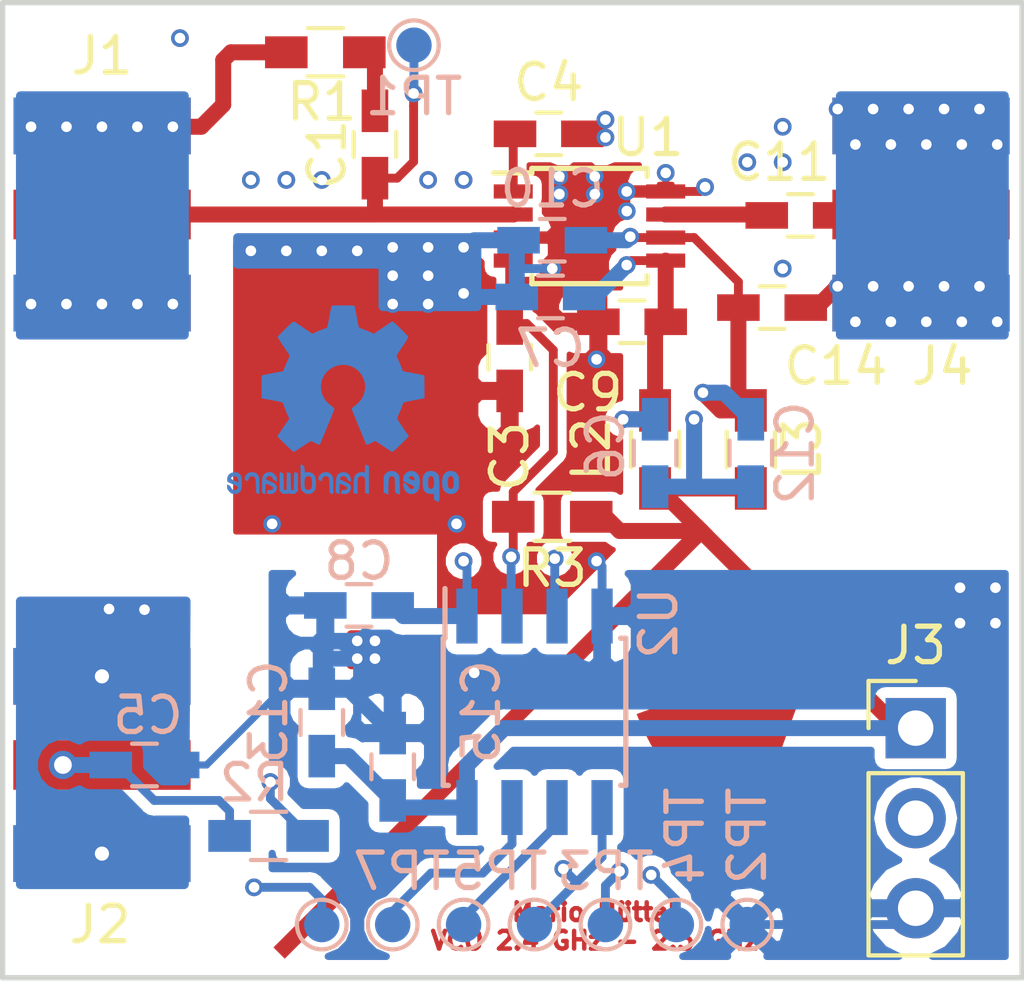
<source format=kicad_pcb>
(kicad_pcb (version 20171130) (host pcbnew "(5.0-dev-4144-gb67b4b9ea)")

  (general
    (thickness 1.6)
    (drawings 17)
    (tracks 438)
    (zones 0)
    (modules 36)
    (nets 17)
  )

  (page A4)
  (layers
    (0 F.Cu jumper)
    (1 In1.Cu signal)
    (2 In2.Cu signal)
    (31 B.Cu signal)
    (32 B.Adhes user)
    (33 F.Adhes user)
    (34 B.Paste user)
    (35 F.Paste user)
    (36 B.SilkS user)
    (37 F.SilkS user)
    (38 B.Mask user)
    (39 F.Mask user)
    (40 Dwgs.User user)
    (41 Cmts.User user)
    (42 Eco1.User user)
    (43 Eco2.User user)
    (44 Edge.Cuts user)
    (45 Margin user)
    (46 B.CrtYd user)
    (47 F.CrtYd user)
    (48 B.Fab user hide)
    (49 F.Fab user hide)
  )

  (setup
    (last_trace_width 0.25)
    (user_trace_width 0.2)
    (user_trace_width 0.451)
    (trace_clearance 0.22)
    (zone_clearance 0.25)
    (zone_45_only no)
    (trace_min 0.2)
    (segment_width 0.2)
    (edge_width 0.15)
    (via_size 0.8)
    (via_drill 0.4)
    (via_min_size 0.3)
    (via_min_drill 0.3)
    (user_via 0.5 0.3)
    (uvia_size 0.3)
    (uvia_drill 0.1)
    (uvias_allowed no)
    (uvia_min_size 0.2)
    (uvia_min_drill 0.1)
    (pcb_text_width 0.3)
    (pcb_text_size 1.5 1.5)
    (mod_edge_width 0.15)
    (mod_text_size 1 1)
    (mod_text_width 0.15)
    (pad_size 5 1.4)
    (pad_drill 0)
    (pad_to_mask_clearance 0.2)
    (aux_axis_origin 0 0)
    (visible_elements FFFFFF7F)
    (pcbplotparams
      (layerselection 0x010fc_ffffffff)
      (usegerberextensions false)
      (usegerberattributes false)
      (usegerberadvancedattributes false)
      (creategerberjobfile false)
      (excludeedgelayer true)
      (linewidth 0.100000)
      (plotframeref false)
      (viasonmask false)
      (mode 1)
      (useauxorigin false)
      (hpglpennumber 1)
      (hpglpenspeed 20)
      (hpglpendiameter 15)
      (psnegative false)
      (psa4output false)
      (plotreference true)
      (plotvalue true)
      (plotinvisibletext false)
      (padsonsilk false)
      (subtractmaskfromsilk false)
      (outputformat 1)
      (mirror false)
      (drillshape 1)
      (scaleselection 1)
      (outputdirectory ""))
  )

  (net 0 "")
  (net 1 "Net-(C1-Pad1)")
  (net 2 "Net-(C1-Pad2)")
  (net 3 GND)
  (net 4 "Net-(C3-Pad1)")
  (net 5 "Net-(C4-Pad2)")
  (net 6 "Net-(C5-Pad1)")
  (net 7 "Net-(C6-Pad2)")
  (net 8 "Net-(C8-Pad1)")
  (net 9 "Net-(C10-Pad2)")
  (net 10 "Net-(C11-Pad1)")
  (net 11 "Net-(C11-Pad2)")
  (net 12 "Net-(R2-Pad1)")
  (net 13 "Net-(TP7-Pad1)")
  (net 14 "Net-(TP8-Pad1)")
  (net 15 /VCC)
  (net 16 "Net-(J3-Pad2)")

  (net_class Default "This is the default net class."
    (clearance 0.22)
    (trace_width 0.25)
    (via_dia 0.8)
    (via_drill 0.4)
    (uvia_dia 0.3)
    (uvia_drill 0.1)
    (add_net /VCC)
    (add_net GND)
    (add_net "Net-(C1-Pad1)")
    (add_net "Net-(C1-Pad2)")
    (add_net "Net-(C10-Pad2)")
    (add_net "Net-(C11-Pad1)")
    (add_net "Net-(C11-Pad2)")
    (add_net "Net-(C3-Pad1)")
    (add_net "Net-(C4-Pad2)")
    (add_net "Net-(C5-Pad1)")
    (add_net "Net-(C6-Pad2)")
    (add_net "Net-(C8-Pad1)")
    (add_net "Net-(J3-Pad2)")
    (add_net "Net-(R2-Pad1)")
    (add_net "Net-(TP7-Pad1)")
    (add_net "Net-(TP8-Pad1)")
  )

  (module muwave_arcstub (layer F.Cu) (tedit 5A99F67A) (tstamp 0)
    (at 36 30.7 135)
    (fp_text reference "4.8 GHz" (at 0.141421 2.262742 135) (layer F.SilkS) hide
      (effects (font (size 1 1) (thickness 0.15)))
    )
    (fp_text value muwave_arcstub (at 0 -0.5 135) (layer F.Fab)
      (effects (font (size 1 1) (thickness 0.15)))
    )
    (pad 1 smd custom (at 0 0 135) (size 0.451 0.451) (layers F.Cu)
      (net 15 /VCC) (zone_connect 0)
      (options (clearance outline) (anchor rect))
      (primitives
        (gr_poly (pts
           (xy 0 0) (xy 2.30327 -4.939377) (xy 1.86401 -5.121325) (xy 1.410564 -5.264296) (xy 0.946383 -5.367202)
           (xy 0.474999 -5.429261) (xy 0 -5.45) (xy -0.474999 -5.429261) (xy -0.946383 -5.367202) (xy -1.410564 -5.264296)
           (xy -1.86401 -5.121325) (xy -2.30327 -4.939377) (xy 0 0)) (width 0))
      ))
  )

  (module muwave_stub (layer F.Cu) (tedit 5A99F678) (tstamp 0)
    (at 32.7 27.4 135)
    (fp_text reference "2.4 GHz" (at 2.192031 -7.636753 225) (layer F.SilkS) hide
      (effects (font (size 0.451 0.451) (thickness 0.0902)))
    )
    (fp_text value muwave_stub (at 0 -0.5 135) (layer F.Fab)
      (effects (font (size 0.451 0.451) (thickness 0.0902)))
    )
    (pad 1 smd rect (at 0 -8.530499 135) (size 0.451 16.61) (layers F.Cu)
      (net 15 /VCC))
    (pad 1 smd rect (at 0 0 135) (size 0.451 0.451) (layers F.Cu)
      (net 15 /VCC))
  )

  (module Capacitors_SMD:C_0603_HandSoldering (layer F.Cu) (tedit 58AA848B) (tstamp 5AA363A4)
    (at 23.5 16.5 270)
    (descr "Capacitor SMD 0603, hand soldering")
    (tags "capacitor 0603")
    (path /5A9B13AA)
    (attr smd)
    (fp_text reference C1 (at 0.28 1.35 270) (layer F.SilkS)
      (effects (font (size 1 1) (thickness 0.15)))
    )
    (fp_text value 100n (at 0 1.5 270) (layer F.Fab)
      (effects (font (size 1 1) (thickness 0.15)))
    )
    (fp_text user %R (at 0 -1.25 270) (layer F.Fab)
      (effects (font (size 1 1) (thickness 0.15)))
    )
    (fp_line (start -0.8 0.4) (end -0.8 -0.4) (layer F.Fab) (width 0.1))
    (fp_line (start 0.8 0.4) (end -0.8 0.4) (layer F.Fab) (width 0.1))
    (fp_line (start 0.8 -0.4) (end 0.8 0.4) (layer F.Fab) (width 0.1))
    (fp_line (start -0.8 -0.4) (end 0.8 -0.4) (layer F.Fab) (width 0.1))
    (fp_line (start -0.35 -0.6) (end 0.35 -0.6) (layer F.SilkS) (width 0.12))
    (fp_line (start 0.35 0.6) (end -0.35 0.6) (layer F.SilkS) (width 0.12))
    (fp_line (start -1.8 -0.65) (end 1.8 -0.65) (layer F.CrtYd) (width 0.05))
    (fp_line (start -1.8 -0.65) (end -1.8 0.65) (layer F.CrtYd) (width 0.05))
    (fp_line (start 1.8 0.65) (end 1.8 -0.65) (layer F.CrtYd) (width 0.05))
    (fp_line (start 1.8 0.65) (end -1.8 0.65) (layer F.CrtYd) (width 0.05))
    (pad 1 smd rect (at -0.95 0 270) (size 1.2 0.75) (layers F.Cu F.Paste F.Mask)
      (net 1 "Net-(C1-Pad1)"))
    (pad 2 smd rect (at 0.95 0 270) (size 1.2 0.75) (layers F.Cu F.Paste F.Mask)
      (net 2 "Net-(C1-Pad2)"))
    (model Capacitors_SMD.3dshapes/C_0603.wrl
      (at (xyz 0 0 0))
      (scale (xyz 1 1 1))
      (rotate (xyz 0 0 0))
    )
  )

  (module Capacitors_SMD:C_0603_HandSoldering (layer F.Cu) (tedit 58AA848B) (tstamp 5AA363C6)
    (at 27.3 22.5 270)
    (descr "Capacitor SMD 0603, hand soldering")
    (tags "capacitor 0603")
    (path /5A9A9BD4)
    (attr smd)
    (fp_text reference C3 (at 2.8 0 270) (layer F.SilkS)
      (effects (font (size 1 1) (thickness 0.15)))
    )
    (fp_text value 100n (at 0 1.5 270) (layer F.Fab)
      (effects (font (size 1 1) (thickness 0.15)))
    )
    (fp_line (start 1.8 0.65) (end -1.8 0.65) (layer F.CrtYd) (width 0.05))
    (fp_line (start 1.8 0.65) (end 1.8 -0.65) (layer F.CrtYd) (width 0.05))
    (fp_line (start -1.8 -0.65) (end -1.8 0.65) (layer F.CrtYd) (width 0.05))
    (fp_line (start -1.8 -0.65) (end 1.8 -0.65) (layer F.CrtYd) (width 0.05))
    (fp_line (start 0.35 0.6) (end -0.35 0.6) (layer F.SilkS) (width 0.12))
    (fp_line (start -0.35 -0.6) (end 0.35 -0.6) (layer F.SilkS) (width 0.12))
    (fp_line (start -0.8 -0.4) (end 0.8 -0.4) (layer F.Fab) (width 0.1))
    (fp_line (start 0.8 -0.4) (end 0.8 0.4) (layer F.Fab) (width 0.1))
    (fp_line (start 0.8 0.4) (end -0.8 0.4) (layer F.Fab) (width 0.1))
    (fp_line (start -0.8 0.4) (end -0.8 -0.4) (layer F.Fab) (width 0.1))
    (fp_text user %R (at 0 -1.25 270) (layer F.Fab)
      (effects (font (size 1 1) (thickness 0.15)))
    )
    (pad 2 smd rect (at 0.95 0 270) (size 1.2 0.75) (layers F.Cu F.Paste F.Mask)
      (net 3 GND))
    (pad 1 smd rect (at -0.95 0 270) (size 1.2 0.75) (layers F.Cu F.Paste F.Mask)
      (net 4 "Net-(C3-Pad1)"))
    (model Capacitors_SMD.3dshapes/C_0603.wrl
      (at (xyz 0 0 0))
      (scale (xyz 1 1 1))
      (rotate (xyz 0 0 0))
    )
  )

  (module Capacitors_SMD:C_0603_HandSoldering (layer F.Cu) (tedit 58AA848B) (tstamp 5AA363D7)
    (at 28.4 16.2 180)
    (descr "Capacitor SMD 0603, hand soldering")
    (tags "capacitor 0603")
    (path /5A99C4B9)
    (attr smd)
    (fp_text reference C4 (at 0 1.45 180) (layer F.SilkS)
      (effects (font (size 1 1) (thickness 0.15)))
    )
    (fp_text value 100n (at 0 1.5 180) (layer F.Fab)
      (effects (font (size 1 1) (thickness 0.15)))
    )
    (fp_line (start 1.8 0.65) (end -1.8 0.65) (layer F.CrtYd) (width 0.05))
    (fp_line (start 1.8 0.65) (end 1.8 -0.65) (layer F.CrtYd) (width 0.05))
    (fp_line (start -1.8 -0.65) (end -1.8 0.65) (layer F.CrtYd) (width 0.05))
    (fp_line (start -1.8 -0.65) (end 1.8 -0.65) (layer F.CrtYd) (width 0.05))
    (fp_line (start 0.35 0.6) (end -0.35 0.6) (layer F.SilkS) (width 0.12))
    (fp_line (start -0.35 -0.6) (end 0.35 -0.6) (layer F.SilkS) (width 0.12))
    (fp_line (start -0.8 -0.4) (end 0.8 -0.4) (layer F.Fab) (width 0.1))
    (fp_line (start 0.8 -0.4) (end 0.8 0.4) (layer F.Fab) (width 0.1))
    (fp_line (start 0.8 0.4) (end -0.8 0.4) (layer F.Fab) (width 0.1))
    (fp_line (start -0.8 0.4) (end -0.8 -0.4) (layer F.Fab) (width 0.1))
    (fp_text user %R (at 0 -1.25 180) (layer F.Fab)
      (effects (font (size 1 1) (thickness 0.15)))
    )
    (pad 2 smd rect (at 0.95 0 180) (size 1.2 0.75) (layers F.Cu F.Paste F.Mask)
      (net 5 "Net-(C4-Pad2)"))
    (pad 1 smd rect (at -0.95 0 180) (size 1.2 0.75) (layers F.Cu F.Paste F.Mask)
      (net 3 GND))
    (model Capacitors_SMD.3dshapes/C_0603.wrl
      (at (xyz 0 0 0))
      (scale (xyz 1 1 1))
      (rotate (xyz 0 0 0))
    )
  )

  (module Capacitors_SMD:C_0603_HandSoldering (layer B.Cu) (tedit 58AA848B) (tstamp 5AA363E8)
    (at 17 34)
    (descr "Capacitor SMD 0603, hand soldering")
    (tags "capacitor 0603")
    (path /5A9B50A4)
    (attr smd)
    (fp_text reference C5 (at 0.1 -1.4) (layer B.SilkS)
      (effects (font (size 1 1) (thickness 0.15)) (justify mirror))
    )
    (fp_text value C (at 0 -1.5) (layer B.Fab)
      (effects (font (size 1 1) (thickness 0.15)) (justify mirror))
    )
    (fp_line (start 1.8 -0.65) (end -1.8 -0.65) (layer B.CrtYd) (width 0.05))
    (fp_line (start 1.8 -0.65) (end 1.8 0.65) (layer B.CrtYd) (width 0.05))
    (fp_line (start -1.8 0.65) (end -1.8 -0.65) (layer B.CrtYd) (width 0.05))
    (fp_line (start -1.8 0.65) (end 1.8 0.65) (layer B.CrtYd) (width 0.05))
    (fp_line (start 0.35 -0.6) (end -0.35 -0.6) (layer B.SilkS) (width 0.12))
    (fp_line (start -0.35 0.6) (end 0.35 0.6) (layer B.SilkS) (width 0.12))
    (fp_line (start -0.8 0.4) (end 0.8 0.4) (layer B.Fab) (width 0.1))
    (fp_line (start 0.8 0.4) (end 0.8 -0.4) (layer B.Fab) (width 0.1))
    (fp_line (start 0.8 -0.4) (end -0.8 -0.4) (layer B.Fab) (width 0.1))
    (fp_line (start -0.8 -0.4) (end -0.8 0.4) (layer B.Fab) (width 0.1))
    (fp_text user %R (at 0 1.25) (layer B.Fab)
      (effects (font (size 1 1) (thickness 0.15)) (justify mirror))
    )
    (pad 2 smd rect (at 0.95 0) (size 1.2 0.75) (layers B.Cu B.Paste B.Mask)
      (net 3 GND))
    (pad 1 smd rect (at -0.95 0) (size 1.2 0.75) (layers B.Cu B.Paste B.Mask)
      (net 6 "Net-(C5-Pad1)"))
    (model Capacitors_SMD.3dshapes/C_0603.wrl
      (at (xyz 0 0 0))
      (scale (xyz 1 1 1))
      (rotate (xyz 0 0 0))
    )
  )

  (module Capacitors_SMD:C_0603_HandSoldering (layer B.Cu) (tedit 58AA848B) (tstamp 5AA363F9)
    (at 31.4 25.2 90)
    (descr "Capacitor SMD 0603, hand soldering")
    (tags "capacitor 0603")
    (path /5A99EE68)
    (attr smd)
    (fp_text reference C6 (at 0.2 -1.4 90) (layer B.SilkS)
      (effects (font (size 1 1) (thickness 0.15)) (justify mirror))
    )
    (fp_text value 1u (at 0 -1.5 90) (layer B.Fab)
      (effects (font (size 1 1) (thickness 0.15)) (justify mirror))
    )
    (fp_text user %R (at 0 1.25 90) (layer B.Fab)
      (effects (font (size 1 1) (thickness 0.15)) (justify mirror))
    )
    (fp_line (start -0.8 -0.4) (end -0.8 0.4) (layer B.Fab) (width 0.1))
    (fp_line (start 0.8 -0.4) (end -0.8 -0.4) (layer B.Fab) (width 0.1))
    (fp_line (start 0.8 0.4) (end 0.8 -0.4) (layer B.Fab) (width 0.1))
    (fp_line (start -0.8 0.4) (end 0.8 0.4) (layer B.Fab) (width 0.1))
    (fp_line (start -0.35 0.6) (end 0.35 0.6) (layer B.SilkS) (width 0.12))
    (fp_line (start 0.35 -0.6) (end -0.35 -0.6) (layer B.SilkS) (width 0.12))
    (fp_line (start -1.8 0.65) (end 1.8 0.65) (layer B.CrtYd) (width 0.05))
    (fp_line (start -1.8 0.65) (end -1.8 -0.65) (layer B.CrtYd) (width 0.05))
    (fp_line (start 1.8 -0.65) (end 1.8 0.65) (layer B.CrtYd) (width 0.05))
    (fp_line (start 1.8 -0.65) (end -1.8 -0.65) (layer B.CrtYd) (width 0.05))
    (pad 1 smd rect (at -0.95 0 90) (size 1.2 0.75) (layers B.Cu B.Paste B.Mask)
      (net 3 GND))
    (pad 2 smd rect (at 0.95 0 90) (size 1.2 0.75) (layers B.Cu B.Paste B.Mask)
      (net 7 "Net-(C6-Pad2)"))
    (model Capacitors_SMD.3dshapes/C_0603.wrl
      (at (xyz 0 0 0))
      (scale (xyz 1 1 1))
      (rotate (xyz 0 0 0))
    )
  )

  (module Capacitors_SMD:C_0603_HandSoldering (layer B.Cu) (tedit 58AA848B) (tstamp 5AA37BE7)
    (at 28.45 20.8)
    (descr "Capacitor SMD 0603, hand soldering")
    (tags "capacitor 0603")
    (path /5A99ED44)
    (attr smd)
    (fp_text reference C7 (at 0 1.45) (layer B.SilkS)
      (effects (font (size 1 1) (thickness 0.15)) (justify mirror))
    )
    (fp_text value 100n (at 0 -1.5) (layer B.Fab)
      (effects (font (size 1 1) (thickness 0.15)) (justify mirror))
    )
    (fp_line (start 1.8 -0.65) (end -1.8 -0.65) (layer B.CrtYd) (width 0.05))
    (fp_line (start 1.8 -0.65) (end 1.8 0.65) (layer B.CrtYd) (width 0.05))
    (fp_line (start -1.8 0.65) (end -1.8 -0.65) (layer B.CrtYd) (width 0.05))
    (fp_line (start -1.8 0.65) (end 1.8 0.65) (layer B.CrtYd) (width 0.05))
    (fp_line (start 0.35 -0.6) (end -0.35 -0.6) (layer B.SilkS) (width 0.12))
    (fp_line (start -0.35 0.6) (end 0.35 0.6) (layer B.SilkS) (width 0.12))
    (fp_line (start -0.8 0.4) (end 0.8 0.4) (layer B.Fab) (width 0.1))
    (fp_line (start 0.8 0.4) (end 0.8 -0.4) (layer B.Fab) (width 0.1))
    (fp_line (start 0.8 -0.4) (end -0.8 -0.4) (layer B.Fab) (width 0.1))
    (fp_line (start -0.8 -0.4) (end -0.8 0.4) (layer B.Fab) (width 0.1))
    (fp_text user %R (at 0 1.25) (layer B.Fab)
      (effects (font (size 1 1) (thickness 0.15)) (justify mirror))
    )
    (pad 2 smd rect (at 0.95 0) (size 1.2 0.75) (layers B.Cu B.Paste B.Mask)
      (net 7 "Net-(C6-Pad2)"))
    (pad 1 smd rect (at -0.95 0) (size 1.2 0.75) (layers B.Cu B.Paste B.Mask)
      (net 3 GND))
    (model Capacitors_SMD.3dshapes/C_0603.wrl
      (at (xyz 0 0 0))
      (scale (xyz 1 1 1))
      (rotate (xyz 0 0 0))
    )
  )

  (module Capacitors_SMD:C_0603_HandSoldering (layer B.Cu) (tedit 58AA848B) (tstamp 5AA3641B)
    (at 23.05 29.5 180)
    (descr "Capacitor SMD 0603, hand soldering")
    (tags "capacitor 0603")
    (path /5A9C039F)
    (attr smd)
    (fp_text reference C8 (at 0 1.25 180) (layer B.SilkS)
      (effects (font (size 1 1) (thickness 0.15)) (justify mirror))
    )
    (fp_text value 100n (at 0 -1.5 180) (layer B.Fab)
      (effects (font (size 1 1) (thickness 0.15)) (justify mirror))
    )
    (fp_line (start 1.8 -0.65) (end -1.8 -0.65) (layer B.CrtYd) (width 0.05))
    (fp_line (start 1.8 -0.65) (end 1.8 0.65) (layer B.CrtYd) (width 0.05))
    (fp_line (start -1.8 0.65) (end -1.8 -0.65) (layer B.CrtYd) (width 0.05))
    (fp_line (start -1.8 0.65) (end 1.8 0.65) (layer B.CrtYd) (width 0.05))
    (fp_line (start 0.35 -0.6) (end -0.35 -0.6) (layer B.SilkS) (width 0.12))
    (fp_line (start -0.35 0.6) (end 0.35 0.6) (layer B.SilkS) (width 0.12))
    (fp_line (start -0.8 0.4) (end 0.8 0.4) (layer B.Fab) (width 0.1))
    (fp_line (start 0.8 0.4) (end 0.8 -0.4) (layer B.Fab) (width 0.1))
    (fp_line (start 0.8 -0.4) (end -0.8 -0.4) (layer B.Fab) (width 0.1))
    (fp_line (start -0.8 -0.4) (end -0.8 0.4) (layer B.Fab) (width 0.1))
    (fp_text user %R (at 0 1.25 180) (layer B.Fab)
      (effects (font (size 1 1) (thickness 0.15)) (justify mirror))
    )
    (pad 2 smd rect (at 0.95 0 180) (size 1.2 0.75) (layers B.Cu B.Paste B.Mask)
      (net 3 GND))
    (pad 1 smd rect (at -0.95 0 180) (size 1.2 0.75) (layers B.Cu B.Paste B.Mask)
      (net 8 "Net-(C8-Pad1)"))
    (model Capacitors_SMD.3dshapes/C_0603.wrl
      (at (xyz 0 0 0))
      (scale (xyz 1 1 1))
      (rotate (xyz 0 0 0))
    )
  )

  (module Capacitors_SMD:C_0603_HandSoldering (layer F.Cu) (tedit 58AA848B) (tstamp 5AA3642C)
    (at 30.75 21.5)
    (descr "Capacitor SMD 0603, hand soldering")
    (tags "capacitor 0603")
    (path /5A99EFDC)
    (attr smd)
    (fp_text reference C9 (at -1.25 2) (layer F.SilkS)
      (effects (font (size 1 1) (thickness 0.15)))
    )
    (fp_text value 100n (at 0 1.5) (layer F.Fab)
      (effects (font (size 1 1) (thickness 0.15)))
    )
    (fp_line (start 1.8 0.65) (end -1.8 0.65) (layer F.CrtYd) (width 0.05))
    (fp_line (start 1.8 0.65) (end 1.8 -0.65) (layer F.CrtYd) (width 0.05))
    (fp_line (start -1.8 -0.65) (end -1.8 0.65) (layer F.CrtYd) (width 0.05))
    (fp_line (start -1.8 -0.65) (end 1.8 -0.65) (layer F.CrtYd) (width 0.05))
    (fp_line (start 0.35 0.6) (end -0.35 0.6) (layer F.SilkS) (width 0.12))
    (fp_line (start -0.35 -0.6) (end 0.35 -0.6) (layer F.SilkS) (width 0.12))
    (fp_line (start -0.8 -0.4) (end 0.8 -0.4) (layer F.Fab) (width 0.1))
    (fp_line (start 0.8 -0.4) (end 0.8 0.4) (layer F.Fab) (width 0.1))
    (fp_line (start 0.8 0.4) (end -0.8 0.4) (layer F.Fab) (width 0.1))
    (fp_line (start -0.8 0.4) (end -0.8 -0.4) (layer F.Fab) (width 0.1))
    (fp_text user %R (at 0 -1.25) (layer F.Fab)
      (effects (font (size 1 1) (thickness 0.15)))
    )
    (pad 2 smd rect (at 0.95 0) (size 1.2 0.75) (layers F.Cu F.Paste F.Mask)
      (net 7 "Net-(C6-Pad2)"))
    (pad 1 smd rect (at -0.95 0) (size 1.2 0.75) (layers F.Cu F.Paste F.Mask)
      (net 3 GND))
    (model Capacitors_SMD.3dshapes/C_0603.wrl
      (at (xyz 0 0 0))
      (scale (xyz 1 1 1))
      (rotate (xyz 0 0 0))
    )
  )

  (module Capacitors_SMD:C_0603_HandSoldering (layer B.Cu) (tedit 58AA848B) (tstamp 5AA3643D)
    (at 28.5 19.2)
    (descr "Capacitor SMD 0603, hand soldering")
    (tags "capacitor 0603")
    (path /5A99F014)
    (attr smd)
    (fp_text reference C10 (at 0 -1.45) (layer B.SilkS)
      (effects (font (size 1 1) (thickness 0.15)) (justify mirror))
    )
    (fp_text value 100n (at 0 -1.5) (layer B.Fab)
      (effects (font (size 1 1) (thickness 0.15)) (justify mirror))
    )
    (fp_text user %R (at 0 1.25) (layer B.Fab)
      (effects (font (size 1 1) (thickness 0.15)) (justify mirror))
    )
    (fp_line (start -0.8 -0.4) (end -0.8 0.4) (layer B.Fab) (width 0.1))
    (fp_line (start 0.8 -0.4) (end -0.8 -0.4) (layer B.Fab) (width 0.1))
    (fp_line (start 0.8 0.4) (end 0.8 -0.4) (layer B.Fab) (width 0.1))
    (fp_line (start -0.8 0.4) (end 0.8 0.4) (layer B.Fab) (width 0.1))
    (fp_line (start -0.35 0.6) (end 0.35 0.6) (layer B.SilkS) (width 0.12))
    (fp_line (start 0.35 -0.6) (end -0.35 -0.6) (layer B.SilkS) (width 0.12))
    (fp_line (start -1.8 0.65) (end 1.8 0.65) (layer B.CrtYd) (width 0.05))
    (fp_line (start -1.8 0.65) (end -1.8 -0.65) (layer B.CrtYd) (width 0.05))
    (fp_line (start 1.8 -0.65) (end 1.8 0.65) (layer B.CrtYd) (width 0.05))
    (fp_line (start 1.8 -0.65) (end -1.8 -0.65) (layer B.CrtYd) (width 0.05))
    (pad 1 smd rect (at -0.95 0) (size 1.2 0.75) (layers B.Cu B.Paste B.Mask)
      (net 3 GND))
    (pad 2 smd rect (at 0.95 0) (size 1.2 0.75) (layers B.Cu B.Paste B.Mask)
      (net 9 "Net-(C10-Pad2)"))
    (model Capacitors_SMD.3dshapes/C_0603.wrl
      (at (xyz 0 0 0))
      (scale (xyz 1 1 1))
      (rotate (xyz 0 0 0))
    )
  )

  (module Capacitors_SMD:C_0603_HandSoldering (layer F.Cu) (tedit 58AA848B) (tstamp 5AA36B24)
    (at 35.5 18.5 180)
    (descr "Capacitor SMD 0603, hand soldering")
    (tags "capacitor 0603")
    (path /5A9A7213)
    (attr smd)
    (fp_text reference C11 (at 0.6 1.5 180) (layer F.SilkS)
      (effects (font (size 1 1) (thickness 0.15)))
    )
    (fp_text value 100n (at 0 1.5 180) (layer F.Fab)
      (effects (font (size 1 1) (thickness 0.15)))
    )
    (fp_text user %R (at 0 -1.25 180) (layer F.Fab)
      (effects (font (size 1 1) (thickness 0.15)))
    )
    (fp_line (start -0.8 0.4) (end -0.8 -0.4) (layer F.Fab) (width 0.1))
    (fp_line (start 0.8 0.4) (end -0.8 0.4) (layer F.Fab) (width 0.1))
    (fp_line (start 0.8 -0.4) (end 0.8 0.4) (layer F.Fab) (width 0.1))
    (fp_line (start -0.8 -0.4) (end 0.8 -0.4) (layer F.Fab) (width 0.1))
    (fp_line (start -0.35 -0.6) (end 0.35 -0.6) (layer F.SilkS) (width 0.12))
    (fp_line (start 0.35 0.6) (end -0.35 0.6) (layer F.SilkS) (width 0.12))
    (fp_line (start -1.8 -0.65) (end 1.8 -0.65) (layer F.CrtYd) (width 0.05))
    (fp_line (start -1.8 -0.65) (end -1.8 0.65) (layer F.CrtYd) (width 0.05))
    (fp_line (start 1.8 0.65) (end 1.8 -0.65) (layer F.CrtYd) (width 0.05))
    (fp_line (start 1.8 0.65) (end -1.8 0.65) (layer F.CrtYd) (width 0.05))
    (pad 1 smd rect (at -0.95 0 180) (size 1.2 0.75) (layers F.Cu F.Paste F.Mask)
      (net 10 "Net-(C11-Pad1)"))
    (pad 2 smd rect (at 0.95 0 180) (size 1.2 0.75) (layers F.Cu F.Paste F.Mask)
      (net 11 "Net-(C11-Pad2)"))
    (model Capacitors_SMD.3dshapes/C_0603.wrl
      (at (xyz 0 0 0))
      (scale (xyz 1 1 1))
      (rotate (xyz 0 0 0))
    )
  )

  (module Capacitors_SMD:C_0603_HandSoldering (layer B.Cu) (tedit 58AA848B) (tstamp 5AA3645F)
    (at 34.1 25.2 90)
    (descr "Capacitor SMD 0603, hand soldering")
    (tags "capacitor 0603")
    (path /5A99F052)
    (attr smd)
    (fp_text reference C12 (at 0 1.25 90) (layer B.SilkS)
      (effects (font (size 1 1) (thickness 0.15)) (justify mirror))
    )
    (fp_text value 1u (at 0 -1.5 90) (layer B.Fab)
      (effects (font (size 1 1) (thickness 0.15)) (justify mirror))
    )
    (fp_text user %R (at 0 1.25 90) (layer B.Fab)
      (effects (font (size 1 1) (thickness 0.15)) (justify mirror))
    )
    (fp_line (start -0.8 -0.4) (end -0.8 0.4) (layer B.Fab) (width 0.1))
    (fp_line (start 0.8 -0.4) (end -0.8 -0.4) (layer B.Fab) (width 0.1))
    (fp_line (start 0.8 0.4) (end 0.8 -0.4) (layer B.Fab) (width 0.1))
    (fp_line (start -0.8 0.4) (end 0.8 0.4) (layer B.Fab) (width 0.1))
    (fp_line (start -0.35 0.6) (end 0.35 0.6) (layer B.SilkS) (width 0.12))
    (fp_line (start 0.35 -0.6) (end -0.35 -0.6) (layer B.SilkS) (width 0.12))
    (fp_line (start -1.8 0.65) (end 1.8 0.65) (layer B.CrtYd) (width 0.05))
    (fp_line (start -1.8 0.65) (end -1.8 -0.65) (layer B.CrtYd) (width 0.05))
    (fp_line (start 1.8 -0.65) (end 1.8 0.65) (layer B.CrtYd) (width 0.05))
    (fp_line (start 1.8 -0.65) (end -1.8 -0.65) (layer B.CrtYd) (width 0.05))
    (pad 1 smd rect (at -0.95 0 90) (size 1.2 0.75) (layers B.Cu B.Paste B.Mask)
      (net 3 GND))
    (pad 2 smd rect (at 0.95 0 90) (size 1.2 0.75) (layers B.Cu B.Paste B.Mask)
      (net 9 "Net-(C10-Pad2)"))
    (model Capacitors_SMD.3dshapes/C_0603.wrl
      (at (xyz 0 0 0))
      (scale (xyz 1 1 1))
      (rotate (xyz 0 0 0))
    )
  )

  (module Capacitors_SMD:C_0603_HandSoldering (layer B.Cu) (tedit 58AA848B) (tstamp 5AA36470)
    (at 22 32.8 90)
    (descr "Capacitor SMD 0603, hand soldering")
    (tags "capacitor 0603")
    (path /5A9C8638)
    (attr smd)
    (fp_text reference C13 (at 0.3 -1.5 90) (layer B.SilkS)
      (effects (font (size 1 1) (thickness 0.15)) (justify mirror))
    )
    (fp_text value 100n (at 0 -1.5 90) (layer B.Fab)
      (effects (font (size 1 1) (thickness 0.15)) (justify mirror))
    )
    (fp_text user %R (at 0 1.25 90) (layer B.Fab)
      (effects (font (size 1 1) (thickness 0.15)) (justify mirror))
    )
    (fp_line (start -0.8 -0.4) (end -0.8 0.4) (layer B.Fab) (width 0.1))
    (fp_line (start 0.8 -0.4) (end -0.8 -0.4) (layer B.Fab) (width 0.1))
    (fp_line (start 0.8 0.4) (end 0.8 -0.4) (layer B.Fab) (width 0.1))
    (fp_line (start -0.8 0.4) (end 0.8 0.4) (layer B.Fab) (width 0.1))
    (fp_line (start -0.35 0.6) (end 0.35 0.6) (layer B.SilkS) (width 0.12))
    (fp_line (start 0.35 -0.6) (end -0.35 -0.6) (layer B.SilkS) (width 0.12))
    (fp_line (start -1.8 0.65) (end 1.8 0.65) (layer B.CrtYd) (width 0.05))
    (fp_line (start -1.8 0.65) (end -1.8 -0.65) (layer B.CrtYd) (width 0.05))
    (fp_line (start 1.8 -0.65) (end 1.8 0.65) (layer B.CrtYd) (width 0.05))
    (fp_line (start 1.8 -0.65) (end -1.8 -0.65) (layer B.CrtYd) (width 0.05))
    (pad 1 smd rect (at -0.95 0 90) (size 1.2 0.75) (layers B.Cu B.Paste B.Mask)
      (net 15 /VCC))
    (pad 2 smd rect (at 0.95 0 90) (size 1.2 0.75) (layers B.Cu B.Paste B.Mask)
      (net 3 GND))
    (model Capacitors_SMD.3dshapes/C_0603.wrl
      (at (xyz 0 0 0))
      (scale (xyz 1 1 1))
      (rotate (xyz 0 0 0))
    )
  )

  (module Capacitors_SMD:C_0603_HandSoldering (layer F.Cu) (tedit 58AA848B) (tstamp 5AA36481)
    (at 34.7 21.1 180)
    (descr "Capacitor SMD 0603, hand soldering")
    (tags "capacitor 0603")
    (path /5A9A0CA8)
    (attr smd)
    (fp_text reference C14 (at -1.8 -1.65 180) (layer F.SilkS)
      (effects (font (size 1 1) (thickness 0.15)))
    )
    (fp_text value 100n (at 0 1.5 180) (layer F.Fab)
      (effects (font (size 1 1) (thickness 0.15)))
    )
    (fp_line (start 1.8 0.65) (end -1.8 0.65) (layer F.CrtYd) (width 0.05))
    (fp_line (start 1.8 0.65) (end 1.8 -0.65) (layer F.CrtYd) (width 0.05))
    (fp_line (start -1.8 -0.65) (end -1.8 0.65) (layer F.CrtYd) (width 0.05))
    (fp_line (start -1.8 -0.65) (end 1.8 -0.65) (layer F.CrtYd) (width 0.05))
    (fp_line (start 0.35 0.6) (end -0.35 0.6) (layer F.SilkS) (width 0.12))
    (fp_line (start -0.35 -0.6) (end 0.35 -0.6) (layer F.SilkS) (width 0.12))
    (fp_line (start -0.8 -0.4) (end 0.8 -0.4) (layer F.Fab) (width 0.1))
    (fp_line (start 0.8 -0.4) (end 0.8 0.4) (layer F.Fab) (width 0.1))
    (fp_line (start 0.8 0.4) (end -0.8 0.4) (layer F.Fab) (width 0.1))
    (fp_line (start -0.8 0.4) (end -0.8 -0.4) (layer F.Fab) (width 0.1))
    (fp_text user %R (at 0 -1.25 180) (layer F.Fab)
      (effects (font (size 1 1) (thickness 0.15)))
    )
    (pad 2 smd rect (at 0.95 0 180) (size 1.2 0.75) (layers F.Cu F.Paste F.Mask)
      (net 9 "Net-(C10-Pad2)"))
    (pad 1 smd rect (at -0.95 0 180) (size 1.2 0.75) (layers F.Cu F.Paste F.Mask)
      (net 3 GND))
    (model Capacitors_SMD.3dshapes/C_0603.wrl
      (at (xyz 0 0 0))
      (scale (xyz 1 1 1))
      (rotate (xyz 0 0 0))
    )
  )

  (module Capacitors_SMD:C_0603_HandSoldering (layer B.Cu) (tedit 58AA848B) (tstamp 5AA36492)
    (at 24 34.05 90)
    (descr "Capacitor SMD 0603, hand soldering")
    (tags "capacitor 0603")
    (path /5A9C8572)
    (attr smd)
    (fp_text reference C15 (at 1.55 2.5 90) (layer B.SilkS)
      (effects (font (size 1 1) (thickness 0.15)) (justify mirror))
    )
    (fp_text value 1u (at 0 -1.5 90) (layer B.Fab)
      (effects (font (size 1 1) (thickness 0.15)) (justify mirror))
    )
    (fp_line (start 1.8 -0.65) (end -1.8 -0.65) (layer B.CrtYd) (width 0.05))
    (fp_line (start 1.8 -0.65) (end 1.8 0.65) (layer B.CrtYd) (width 0.05))
    (fp_line (start -1.8 0.65) (end -1.8 -0.65) (layer B.CrtYd) (width 0.05))
    (fp_line (start -1.8 0.65) (end 1.8 0.65) (layer B.CrtYd) (width 0.05))
    (fp_line (start 0.35 -0.6) (end -0.35 -0.6) (layer B.SilkS) (width 0.12))
    (fp_line (start -0.35 0.6) (end 0.35 0.6) (layer B.SilkS) (width 0.12))
    (fp_line (start -0.8 0.4) (end 0.8 0.4) (layer B.Fab) (width 0.1))
    (fp_line (start 0.8 0.4) (end 0.8 -0.4) (layer B.Fab) (width 0.1))
    (fp_line (start 0.8 -0.4) (end -0.8 -0.4) (layer B.Fab) (width 0.1))
    (fp_line (start -0.8 -0.4) (end -0.8 0.4) (layer B.Fab) (width 0.1))
    (fp_text user %R (at 0 1.25 90) (layer B.Fab)
      (effects (font (size 1 1) (thickness 0.15)) (justify mirror))
    )
    (pad 2 smd rect (at 0.95 0 90) (size 1.2 0.75) (layers B.Cu B.Paste B.Mask)
      (net 3 GND))
    (pad 1 smd rect (at -0.95 0 90) (size 1.2 0.75) (layers B.Cu B.Paste B.Mask)
      (net 15 /VCC))
    (model Capacitors_SMD.3dshapes/C_0603.wrl
      (at (xyz 0 0 0))
      (scale (xyz 1 1 1))
      (rotate (xyz 0 0 0))
    )
  )

  (module Pin_Headers:Pin_Header_Straight_1x03_Pitch2.54mm (layer F.Cu) (tedit 59650532) (tstamp 5AAB829D)
    (at 38.75 32.96)
    (descr "Through hole straight pin header, 1x03, 2.54mm pitch, single row")
    (tags "Through hole pin header THT 1x03 2.54mm single row")
    (path /5A99D9FE)
    (fp_text reference J3 (at 0 -2.33) (layer F.SilkS)
      (effects (font (size 1 1) (thickness 0.15)))
    )
    (fp_text value Conn_01x03 (at 0 7.41) (layer F.Fab)
      (effects (font (size 1 1) (thickness 0.15)))
    )
    (fp_text user %R (at 0 2.54 90) (layer F.Fab)
      (effects (font (size 1 1) (thickness 0.15)))
    )
    (fp_line (start 1.8 -1.8) (end -1.8 -1.8) (layer F.CrtYd) (width 0.05))
    (fp_line (start 1.8 6.85) (end 1.8 -1.8) (layer F.CrtYd) (width 0.05))
    (fp_line (start -1.8 6.85) (end 1.8 6.85) (layer F.CrtYd) (width 0.05))
    (fp_line (start -1.8 -1.8) (end -1.8 6.85) (layer F.CrtYd) (width 0.05))
    (fp_line (start -1.33 -1.33) (end 0 -1.33) (layer F.SilkS) (width 0.12))
    (fp_line (start -1.33 0) (end -1.33 -1.33) (layer F.SilkS) (width 0.12))
    (fp_line (start -1.33 1.27) (end 1.33 1.27) (layer F.SilkS) (width 0.12))
    (fp_line (start 1.33 1.27) (end 1.33 6.41) (layer F.SilkS) (width 0.12))
    (fp_line (start -1.33 1.27) (end -1.33 6.41) (layer F.SilkS) (width 0.12))
    (fp_line (start -1.33 6.41) (end 1.33 6.41) (layer F.SilkS) (width 0.12))
    (fp_line (start -1.27 -0.635) (end -0.635 -1.27) (layer F.Fab) (width 0.1))
    (fp_line (start -1.27 6.35) (end -1.27 -0.635) (layer F.Fab) (width 0.1))
    (fp_line (start 1.27 6.35) (end -1.27 6.35) (layer F.Fab) (width 0.1))
    (fp_line (start 1.27 -1.27) (end 1.27 6.35) (layer F.Fab) (width 0.1))
    (fp_line (start -0.635 -1.27) (end 1.27 -1.27) (layer F.Fab) (width 0.1))
    (pad 3 thru_hole oval (at 0 5.08) (size 1.7 1.7) (drill 1) (layers *.Cu *.Mask)
      (net 3 GND))
    (pad 2 thru_hole oval (at 0 2.54) (size 1.7 1.7) (drill 1) (layers *.Cu *.Mask)
      (net 16 "Net-(J3-Pad2)"))
    (pad 1 thru_hole rect (at 0 0) (size 1.7 1.7) (drill 1) (layers *.Cu *.Mask)
      (net 15 /VCC))
    (model ${KISYS3DMOD}/Pin_Headers.3dshapes/Pin_Header_Straight_1x03_Pitch2.54mm.wrl
      (at (xyz 0 0 0))
      (scale (xyz 1 1 1))
      (rotate (xyz 0 0 0))
    )
  )

  (module Resistors_SMD:R_0603_HandSoldering (layer F.Cu) (tedit 58E0A804) (tstamp 5AA37FE3)
    (at 31.4 25.1 270)
    (descr "Resistor SMD 0603, hand soldering")
    (tags "resistor 0603")
    (path /5A99E1E3)
    (attr smd)
    (fp_text reference L2 (at 0 1.8 270) (layer F.SilkS)
      (effects (font (size 1 1) (thickness 0.15)))
    )
    (fp_text value 100u (at 0 1.55 270) (layer F.Fab)
      (effects (font (size 1 1) (thickness 0.15)))
    )
    (fp_line (start 1.95 0.7) (end -1.96 0.7) (layer F.CrtYd) (width 0.05))
    (fp_line (start 1.95 0.7) (end 1.95 -0.7) (layer F.CrtYd) (width 0.05))
    (fp_line (start -1.96 -0.7) (end -1.96 0.7) (layer F.CrtYd) (width 0.05))
    (fp_line (start -1.96 -0.7) (end 1.95 -0.7) (layer F.CrtYd) (width 0.05))
    (fp_line (start -0.5 -0.68) (end 0.5 -0.68) (layer F.SilkS) (width 0.12))
    (fp_line (start 0.5 0.68) (end -0.5 0.68) (layer F.SilkS) (width 0.12))
    (fp_line (start -0.8 -0.4) (end 0.8 -0.4) (layer F.Fab) (width 0.1))
    (fp_line (start 0.8 -0.4) (end 0.8 0.4) (layer F.Fab) (width 0.1))
    (fp_line (start 0.8 0.4) (end -0.8 0.4) (layer F.Fab) (width 0.1))
    (fp_line (start -0.8 0.4) (end -0.8 -0.4) (layer F.Fab) (width 0.1))
    (fp_text user %R (at 0 0 270) (layer F.Fab)
      (effects (font (size 0.4 0.4) (thickness 0.075)))
    )
    (pad 2 smd rect (at 1.1 0 270) (size 1.2 0.9) (layers F.Cu F.Paste F.Mask)
      (net 15 /VCC))
    (pad 1 smd rect (at -1.1 0 270) (size 1.2 0.9) (layers F.Cu F.Paste F.Mask)
      (net 7 "Net-(C6-Pad2)"))
    (model ${KISYS3DMOD}/Resistors_SMD.3dshapes/R_0603.wrl
      (at (xyz 0 0 0))
      (scale (xyz 1 1 1))
      (rotate (xyz 0 0 0))
    )
  )

  (module Resistors_SMD:R_0603_HandSoldering (layer F.Cu) (tedit 58E0A804) (tstamp 5A99FCE2)
    (at 34.1 25.1 270)
    (descr "Resistor SMD 0603, hand soldering")
    (tags "resistor 0603")
    (path /5A99E24B)
    (attr smd)
    (fp_text reference L3 (at 0 -1.45 270) (layer F.SilkS)
      (effects (font (size 1 1) (thickness 0.15)))
    )
    (fp_text value 100u (at 0 1.55 270) (layer F.Fab)
      (effects (font (size 1 1) (thickness 0.15)))
    )
    (fp_text user %R (at -0.625001 -4.9475 270) (layer F.Fab)
      (effects (font (size 0.4 0.4) (thickness 0.075)))
    )
    (fp_line (start -0.8 0.4) (end -0.8 -0.4) (layer F.Fab) (width 0.1))
    (fp_line (start 0.8 0.4) (end -0.8 0.4) (layer F.Fab) (width 0.1))
    (fp_line (start 0.8 -0.4) (end 0.8 0.4) (layer F.Fab) (width 0.1))
    (fp_line (start -0.8 -0.4) (end 0.8 -0.4) (layer F.Fab) (width 0.1))
    (fp_line (start 0.5 0.68) (end -0.5 0.68) (layer F.SilkS) (width 0.12))
    (fp_line (start -0.5 -0.68) (end 0.5 -0.68) (layer F.SilkS) (width 0.12))
    (fp_line (start -1.96 -0.7) (end 1.95 -0.7) (layer F.CrtYd) (width 0.05))
    (fp_line (start -1.96 -0.7) (end -1.96 0.7) (layer F.CrtYd) (width 0.05))
    (fp_line (start 1.95 0.7) (end 1.95 -0.7) (layer F.CrtYd) (width 0.05))
    (fp_line (start 1.95 0.7) (end -1.96 0.7) (layer F.CrtYd) (width 0.05))
    (pad 1 smd rect (at -1.1 0 270) (size 1.2 0.9) (layers F.Cu F.Paste F.Mask)
      (net 9 "Net-(C10-Pad2)"))
    (pad 2 smd rect (at 1.1 0 270) (size 1.2 0.9) (layers F.Cu F.Paste F.Mask)
      (net 15 /VCC))
    (model ${KISYS3DMOD}/Resistors_SMD.3dshapes/R_0603.wrl
      (at (xyz 0 0 0))
      (scale (xyz 1 1 1))
      (rotate (xyz 0 0 0))
    )
  )

  (module Resistors_SMD:R_0603_HandSoldering (layer F.Cu) (tedit 58E0A804) (tstamp 5AA3655C)
    (at 22.1 13.9)
    (descr "Resistor SMD 0603, hand soldering")
    (tags "resistor 0603")
    (path /5A99CD47)
    (attr smd)
    (fp_text reference R1 (at -0.1 1.4) (layer F.SilkS)
      (effects (font (size 1 1) (thickness 0.15)))
    )
    (fp_text value 50 (at 0 1.55) (layer F.Fab)
      (effects (font (size 1 1) (thickness 0.15)))
    )
    (fp_line (start 1.95 0.7) (end -1.96 0.7) (layer F.CrtYd) (width 0.05))
    (fp_line (start 1.95 0.7) (end 1.95 -0.7) (layer F.CrtYd) (width 0.05))
    (fp_line (start -1.96 -0.7) (end -1.96 0.7) (layer F.CrtYd) (width 0.05))
    (fp_line (start -1.96 -0.7) (end 1.95 -0.7) (layer F.CrtYd) (width 0.05))
    (fp_line (start -0.5 -0.68) (end 0.5 -0.68) (layer F.SilkS) (width 0.12))
    (fp_line (start 0.5 0.68) (end -0.5 0.68) (layer F.SilkS) (width 0.12))
    (fp_line (start -0.8 -0.4) (end 0.8 -0.4) (layer F.Fab) (width 0.1))
    (fp_line (start 0.8 -0.4) (end 0.8 0.4) (layer F.Fab) (width 0.1))
    (fp_line (start 0.8 0.4) (end -0.8 0.4) (layer F.Fab) (width 0.1))
    (fp_line (start -0.8 0.4) (end -0.8 -0.4) (layer F.Fab) (width 0.1))
    (fp_text user %R (at 0 0) (layer F.Fab)
      (effects (font (size 0.4 0.4) (thickness 0.075)))
    )
    (pad 2 smd rect (at 1.1 0) (size 1.2 0.9) (layers F.Cu F.Paste F.Mask)
      (net 1 "Net-(C1-Pad1)"))
    (pad 1 smd rect (at -1.1 0) (size 1.2 0.9) (layers F.Cu F.Paste F.Mask)
      (net 3 GND))
    (model ${KISYS3DMOD}/Resistors_SMD.3dshapes/R_0603.wrl
      (at (xyz 0 0 0))
      (scale (xyz 1 1 1))
      (rotate (xyz 0 0 0))
    )
  )

  (module Resistors_SMD:R_0603_HandSoldering (layer B.Cu) (tedit 58E0A804) (tstamp 5AA3656D)
    (at 20.5 36 180)
    (descr "Resistor SMD 0603, hand soldering")
    (tags "resistor 0603")
    (path /5A9AFE05)
    (attr smd)
    (fp_text reference R2 (at 0.4 1.5 180) (layer B.SilkS)
      (effects (font (size 1 1) (thickness 0.15)) (justify mirror))
    )
    (fp_text value R (at 0 -1.55 180) (layer B.Fab)
      (effects (font (size 1 1) (thickness 0.15)) (justify mirror))
    )
    (fp_line (start 1.95 -0.7) (end -1.96 -0.7) (layer B.CrtYd) (width 0.05))
    (fp_line (start 1.95 -0.7) (end 1.95 0.7) (layer B.CrtYd) (width 0.05))
    (fp_line (start -1.96 0.7) (end -1.96 -0.7) (layer B.CrtYd) (width 0.05))
    (fp_line (start -1.96 0.7) (end 1.95 0.7) (layer B.CrtYd) (width 0.05))
    (fp_line (start -0.5 0.68) (end 0.5 0.68) (layer B.SilkS) (width 0.12))
    (fp_line (start 0.5 -0.68) (end -0.5 -0.68) (layer B.SilkS) (width 0.12))
    (fp_line (start -0.8 0.4) (end 0.8 0.4) (layer B.Fab) (width 0.1))
    (fp_line (start 0.8 0.4) (end 0.8 -0.4) (layer B.Fab) (width 0.1))
    (fp_line (start 0.8 -0.4) (end -0.8 -0.4) (layer B.Fab) (width 0.1))
    (fp_line (start -0.8 -0.4) (end -0.8 0.4) (layer B.Fab) (width 0.1))
    (fp_text user %R (at 0 0 180) (layer B.Fab)
      (effects (font (size 0.4 0.4) (thickness 0.075)) (justify mirror))
    )
    (pad 2 smd rect (at 1.1 0 180) (size 1.2 0.9) (layers B.Cu B.Paste B.Mask)
      (net 6 "Net-(C5-Pad1)"))
    (pad 1 smd rect (at -1.1 0 180) (size 1.2 0.9) (layers B.Cu B.Paste B.Mask)
      (net 12 "Net-(R2-Pad1)"))
    (model ${KISYS3DMOD}/Resistors_SMD.3dshapes/R_0603.wrl
      (at (xyz 0 0 0))
      (scale (xyz 1 1 1))
      (rotate (xyz 0 0 0))
    )
  )

  (module Connectors_TestPoints:Test_Point_Pad_d1.0mm (layer B.Cu) (tedit 59B53D91) (tstamp 5AA36575)
    (at 24.6 13.7)
    (descr "SMD pad as test Point, diameter 1.0mm")
    (tags "test point SMD pad")
    (path /5A9C34A2)
    (attr virtual)
    (fp_text reference TP1 (at 0 1.448) (layer B.SilkS)
      (effects (font (size 1 1) (thickness 0.15)) (justify mirror))
    )
    (fp_text value Test_Point (at 0 -1.55) (layer B.Fab)
      (effects (font (size 1 1) (thickness 0.15)) (justify mirror))
    )
    (fp_text user %R (at 0 1.45) (layer B.Fab)
      (effects (font (size 1 1) (thickness 0.15)) (justify mirror))
    )
    (fp_circle (center 0 0) (end 1 0) (layer B.CrtYd) (width 0.05))
    (fp_circle (center 0 0) (end 0 -0.7) (layer B.SilkS) (width 0.12))
    (pad 1 smd circle (at 0 0) (size 1 1) (layers B.Cu B.Mask)
      (net 2 "Net-(C1-Pad2)"))
  )

  (module Connectors_TestPoints:Test_Point_Pad_d1.0mm (layer B.Cu) (tedit 59B53D91) (tstamp 5AA3657D)
    (at 34 38.5)
    (descr "SMD pad as test Point, diameter 1.0mm")
    (tags "test point SMD pad")
    (path /5A9B8B6C)
    (attr virtual)
    (fp_text reference TP2 (at 0 -2.5 90) (layer B.SilkS)
      (effects (font (size 1 1) (thickness 0.15)) (justify mirror))
    )
    (fp_text value Test_Point (at 0 -1.55) (layer B.Fab)
      (effects (font (size 1 1) (thickness 0.15)) (justify mirror))
    )
    (fp_circle (center 0 0) (end 0 -0.7) (layer B.SilkS) (width 0.12))
    (fp_circle (center 0 0) (end 1 0) (layer B.CrtYd) (width 0.05))
    (fp_text user %R (at 0 1.45) (layer B.Fab)
      (effects (font (size 1 1) (thickness 0.15)) (justify mirror))
    )
    (pad 1 smd circle (at 0 0) (size 1 1) (layers B.Cu B.Mask)
      (net 3 GND))
  )

  (module Connectors_TestPoints:Test_Point_Pad_d1.0mm (layer B.Cu) (tedit 59B53D91) (tstamp 5AA36585)
    (at 30 38.5)
    (descr "SMD pad as test Point, diameter 1.0mm")
    (tags "test point SMD pad")
    (path /5A9D5F01)
    (attr virtual)
    (fp_text reference TP3 (at 0 -1.5) (layer B.SilkS)
      (effects (font (size 1 1) (thickness 0.15)) (justify mirror))
    )
    (fp_text value Test_Point (at 0 -1.55) (layer B.Fab)
      (effects (font (size 1 1) (thickness 0.15)) (justify mirror))
    )
    (fp_circle (center 0 0) (end 0 -0.7) (layer B.SilkS) (width 0.12))
    (fp_circle (center 0 0) (end 1 0) (layer B.CrtYd) (width 0.05))
    (fp_text user %R (at 0 1.45) (layer B.Fab)
      (effects (font (size 1 1) (thickness 0.15)) (justify mirror))
    )
    (pad 1 smd circle (at 0 0) (size 1 1) (layers B.Cu B.Mask)
      (net 4 "Net-(C3-Pad1)"))
  )

  (module Connectors_TestPoints:Test_Point_Pad_d1.0mm (layer B.Cu) (tedit 59B53D91) (tstamp 5AA3658D)
    (at 32 38.5)
    (descr "SMD pad as test Point, diameter 1.0mm")
    (tags "test point SMD pad")
    (path /5A9D5F67)
    (attr virtual)
    (fp_text reference TP4 (at 0.25 -2.5 90) (layer B.SilkS)
      (effects (font (size 1 1) (thickness 0.15)) (justify mirror))
    )
    (fp_text value Test_Point (at 0 -1.55) (layer B.Fab)
      (effects (font (size 1 1) (thickness 0.15)) (justify mirror))
    )
    (fp_text user %R (at 0 1.45) (layer B.Fab)
      (effects (font (size 1 1) (thickness 0.15)) (justify mirror))
    )
    (fp_circle (center 0 0) (end 1 0) (layer B.CrtYd) (width 0.05))
    (fp_circle (center 0 0) (end 0 -0.7) (layer B.SilkS) (width 0.12))
    (pad 1 smd circle (at 0 0) (size 1 1) (layers B.Cu B.Mask)
      (net 16 "Net-(J3-Pad2)"))
  )

  (module Connectors_TestPoints:Test_Point_Pad_d1.0mm (layer B.Cu) (tedit 59B53D91) (tstamp 5AA36595)
    (at 28 38.5)
    (descr "SMD pad as test Point, diameter 1.0mm")
    (tags "test point SMD pad")
    (path /5A9BC650)
    (attr virtual)
    (fp_text reference TP5 (at -1 -1.5) (layer B.SilkS)
      (effects (font (size 1 1) (thickness 0.15)) (justify mirror))
    )
    (fp_text value Test_Point (at 0 -1.55) (layer B.Fab)
      (effects (font (size 1 1) (thickness 0.15)) (justify mirror))
    )
    (fp_text user %R (at 0 1.45) (layer B.Fab)
      (effects (font (size 1 1) (thickness 0.15)) (justify mirror))
    )
    (fp_circle (center 0 0) (end 1 0) (layer B.CrtYd) (width 0.05))
    (fp_circle (center 0 0) (end 0 -0.7) (layer B.SilkS) (width 0.12))
    (pad 1 smd circle (at 0 0) (size 1 1) (layers B.Cu B.Mask)
      (net 12 "Net-(R2-Pad1)"))
  )

  (module Connectors_TestPoints:Test_Point_Pad_d1.0mm (layer B.Cu) (tedit 5A99F025) (tstamp 5AA3659D)
    (at 22 38.5)
    (descr "SMD pad as test Point, diameter 1.0mm")
    (tags "test point SMD pad")
    (path /5A9C0318)
    (attr virtual)
    (fp_text reference TP6 (at 0 1.448) (layer B.SilkS) hide
      (effects (font (size 1 1) (thickness 0.15)) (justify mirror))
    )
    (fp_text value Test_Point (at 0 -1.55) (layer B.Fab)
      (effects (font (size 1 1) (thickness 0.15)) (justify mirror))
    )
    (fp_circle (center 0 0) (end 0 -0.7) (layer B.SilkS) (width 0.12))
    (fp_circle (center 0 0) (end 1 0) (layer B.CrtYd) (width 0.05))
    (fp_text user %R (at 0 1.45) (layer B.Fab)
      (effects (font (size 1 1) (thickness 0.15)) (justify mirror))
    )
    (pad 1 smd circle (at 0 0) (size 1 1) (layers B.Cu B.Mask)
      (net 8 "Net-(C8-Pad1)"))
  )

  (module Connectors_TestPoints:Test_Point_Pad_d1.0mm (layer B.Cu) (tedit 59B53D91) (tstamp 5AA365A5)
    (at 26 38.5)
    (descr "SMD pad as test Point, diameter 1.0mm")
    (tags "test point SMD pad")
    (path /5A9BC52C)
    (attr virtual)
    (fp_text reference TP7 (at -1.75 -1.5) (layer B.SilkS)
      (effects (font (size 1 1) (thickness 0.15)) (justify mirror))
    )
    (fp_text value Test_Point (at 0 -1.55) (layer B.Fab)
      (effects (font (size 1 1) (thickness 0.15)) (justify mirror))
    )
    (fp_text user %R (at 0 1.45) (layer B.Fab)
      (effects (font (size 1 1) (thickness 0.15)) (justify mirror))
    )
    (fp_circle (center 0 0) (end 1 0) (layer B.CrtYd) (width 0.05))
    (fp_circle (center 0 0) (end 0 -0.7) (layer B.SilkS) (width 0.12))
    (pad 1 smd circle (at 0 0) (size 1 1) (layers B.Cu B.Mask)
      (net 13 "Net-(TP7-Pad1)"))
  )

  (module Connectors_TestPoints:Test_Point_Pad_d1.0mm (layer B.Cu) (tedit 5A99F020) (tstamp 5AA365AD)
    (at 24 38.5)
    (descr "SMD pad as test Point, diameter 1.0mm")
    (tags "test point SMD pad")
    (path /5A9BC608)
    (attr virtual)
    (fp_text reference TP8 (at 0.25 2.5) (layer B.SilkS) hide
      (effects (font (size 1 1) (thickness 0.15)) (justify mirror))
    )
    (fp_text value Test_Point (at 0 -1.55) (layer B.Fab)
      (effects (font (size 1 1) (thickness 0.15)) (justify mirror))
    )
    (fp_circle (center 0 0) (end 0 -0.7) (layer B.SilkS) (width 0.12))
    (fp_circle (center 0 0) (end 1 0) (layer B.CrtYd) (width 0.05))
    (fp_text user %R (at 0 1.45) (layer B.Fab)
      (effects (font (size 1 1) (thickness 0.15)) (justify mirror))
    )
    (pad 1 smd circle (at 0 0) (size 1 1) (layers B.Cu B.Mask)
      (net 14 "Net-(TP8-Pad1)"))
  )

  (module Housings_SSOP:TSSOP-8_3x3mm_Pitch0.65mm (layer F.Cu) (tedit 54130A77) (tstamp 5AA36F31)
    (at 29.55 18.8)
    (descr "TSSOP8: plastic thin shrink small outline package; 8 leads; body width 3 mm; (see NXP SSOP-TSSOP-VSO-REFLOW.pdf and sot505-1_po.pdf)")
    (tags "SSOP 0.65")
    (path /5A99C39E)
    (attr smd)
    (fp_text reference U1 (at 1.65 -2.5) (layer F.SilkS)
      (effects (font (size 1 1) (thickness 0.15)))
    )
    (fp_text value MAX2750 (at 0 2.55) (layer F.Fab)
      (effects (font (size 1 1) (thickness 0.15)))
    )
    (fp_text user %R (at 0 0) (layer F.Fab)
      (effects (font (size 0.6 0.6) (thickness 0.15)))
    )
    (fp_line (start -1.625 -1.5) (end -2.7 -1.5) (layer F.SilkS) (width 0.15))
    (fp_line (start -1.625 1.625) (end 1.625 1.625) (layer F.SilkS) (width 0.15))
    (fp_line (start -1.625 -1.625) (end 1.625 -1.625) (layer F.SilkS) (width 0.15))
    (fp_line (start -1.625 1.625) (end -1.625 1.4) (layer F.SilkS) (width 0.15))
    (fp_line (start 1.625 1.625) (end 1.625 1.4) (layer F.SilkS) (width 0.15))
    (fp_line (start 1.625 -1.625) (end 1.625 -1.4) (layer F.SilkS) (width 0.15))
    (fp_line (start -1.625 -1.625) (end -1.625 -1.5) (layer F.SilkS) (width 0.15))
    (fp_line (start -2.95 1.8) (end 2.95 1.8) (layer F.CrtYd) (width 0.05))
    (fp_line (start -2.95 -1.8) (end 2.95 -1.8) (layer F.CrtYd) (width 0.05))
    (fp_line (start 2.95 -1.8) (end 2.95 1.8) (layer F.CrtYd) (width 0.05))
    (fp_line (start -2.95 -1.8) (end -2.95 1.8) (layer F.CrtYd) (width 0.05))
    (fp_line (start -1.5 -0.5) (end -0.5 -1.5) (layer F.Fab) (width 0.15))
    (fp_line (start -1.5 1.5) (end -1.5 -0.5) (layer F.Fab) (width 0.15))
    (fp_line (start 1.5 1.5) (end -1.5 1.5) (layer F.Fab) (width 0.15))
    (fp_line (start 1.5 -1.5) (end 1.5 1.5) (layer F.Fab) (width 0.15))
    (fp_line (start -0.5 -1.5) (end 1.5 -1.5) (layer F.Fab) (width 0.15))
    (pad 8 smd rect (at 2.15 -0.975) (size 1.1 0.4) (layers F.Cu F.Paste F.Mask)
      (net 3 GND))
    (pad 7 smd rect (at 2.15 -0.325) (size 1.1 0.4) (layers F.Cu F.Paste F.Mask)
      (net 11 "Net-(C11-Pad2)"))
    (pad 6 smd rect (at 2.15 0.325) (size 1.1 0.4) (layers F.Cu F.Paste F.Mask)
      (net 9 "Net-(C10-Pad2)"))
    (pad 5 smd rect (at 2.15 0.975) (size 1.1 0.4) (layers F.Cu F.Paste F.Mask)
      (net 7 "Net-(C6-Pad2)"))
    (pad 4 smd rect (at -2.15 0.975) (size 1.1 0.4) (layers F.Cu F.Paste F.Mask)
      (net 4 "Net-(C3-Pad1)"))
    (pad 3 smd rect (at -2.15 0.325) (size 1.1 0.4) (layers F.Cu F.Paste F.Mask)
      (net 3 GND))
    (pad 2 smd rect (at -2.15 -0.325) (size 1.1 0.4) (layers F.Cu F.Paste F.Mask)
      (net 2 "Net-(C1-Pad2)"))
    (pad 1 smd rect (at -2.15 -0.975) (size 1.1 0.4) (layers F.Cu F.Paste F.Mask)
      (net 5 "Net-(C4-Pad2)"))
    (model ${KISYS3DMOD}/Housings_SSOP.3dshapes/TSSOP-8_3x3mm_Pitch0.65mm.wrl
      (at (xyz 0 0 0))
      (scale (xyz 1 1 1))
      (rotate (xyz 0 0 0))
    )
  )

  (module Housings_SOIC:SOIC-8_3.9x4.9mm_Pitch1.27mm (layer B.Cu) (tedit 58CD0CDA) (tstamp 5AA365E7)
    (at 28 32.5 270)
    (descr "8-Lead Plastic Small Outline (SN) - Narrow, 3.90 mm Body [SOIC] (see Microchip Packaging Specification 00000049BS.pdf)")
    (tags "SOIC 1.27")
    (path /5A9AFC3A)
    (attr smd)
    (fp_text reference U2 (at -2.5 -3.5 270) (layer B.SilkS)
      (effects (font (size 1 1) (thickness 0.15)) (justify mirror))
    )
    (fp_text value ATTINY13A-SSU (at 0 -3.5 270) (layer B.Fab)
      (effects (font (size 1 1) (thickness 0.15)) (justify mirror))
    )
    (fp_line (start -2.075 2.525) (end -3.475 2.525) (layer B.SilkS) (width 0.15))
    (fp_line (start -2.075 -2.575) (end 2.075 -2.575) (layer B.SilkS) (width 0.15))
    (fp_line (start -2.075 2.575) (end 2.075 2.575) (layer B.SilkS) (width 0.15))
    (fp_line (start -2.075 -2.575) (end -2.075 -2.43) (layer B.SilkS) (width 0.15))
    (fp_line (start 2.075 -2.575) (end 2.075 -2.43) (layer B.SilkS) (width 0.15))
    (fp_line (start 2.075 2.575) (end 2.075 2.43) (layer B.SilkS) (width 0.15))
    (fp_line (start -2.075 2.575) (end -2.075 2.525) (layer B.SilkS) (width 0.15))
    (fp_line (start -3.73 -2.7) (end 3.73 -2.7) (layer B.CrtYd) (width 0.05))
    (fp_line (start -3.73 2.7) (end 3.73 2.7) (layer B.CrtYd) (width 0.05))
    (fp_line (start 3.73 2.7) (end 3.73 -2.7) (layer B.CrtYd) (width 0.05))
    (fp_line (start -3.73 2.7) (end -3.73 -2.7) (layer B.CrtYd) (width 0.05))
    (fp_line (start -1.95 1.45) (end -0.95 2.45) (layer B.Fab) (width 0.1))
    (fp_line (start -1.95 -2.45) (end -1.95 1.45) (layer B.Fab) (width 0.1))
    (fp_line (start 1.95 -2.45) (end -1.95 -2.45) (layer B.Fab) (width 0.1))
    (fp_line (start 1.95 2.45) (end 1.95 -2.45) (layer B.Fab) (width 0.1))
    (fp_line (start -0.95 2.45) (end 1.95 2.45) (layer B.Fab) (width 0.1))
    (fp_text user %R (at 0 0 270) (layer B.Fab)
      (effects (font (size 1 1) (thickness 0.15)) (justify mirror))
    )
    (pad 8 smd rect (at 2.7 1.905 270) (size 1.55 0.6) (layers B.Cu B.Paste B.Mask)
      (net 15 /VCC))
    (pad 7 smd rect (at 2.7 0.635 270) (size 1.55 0.6) (layers B.Cu B.Paste B.Mask)
      (net 14 "Net-(TP8-Pad1)"))
    (pad 6 smd rect (at 2.7 -0.635 270) (size 1.55 0.6) (layers B.Cu B.Paste B.Mask)
      (net 13 "Net-(TP7-Pad1)"))
    (pad 5 smd rect (at 2.7 -1.905 270) (size 1.55 0.6) (layers B.Cu B.Paste B.Mask)
      (net 12 "Net-(R2-Pad1)"))
    (pad 4 smd rect (at -2.7 -1.905 270) (size 1.55 0.6) (layers B.Cu B.Paste B.Mask)
      (net 3 GND))
    (pad 3 smd rect (at -2.7 -0.635 270) (size 1.55 0.6) (layers B.Cu B.Paste B.Mask)
      (net 16 "Net-(J3-Pad2)"))
    (pad 2 smd rect (at -2.7 0.635 270) (size 1.55 0.6) (layers B.Cu B.Paste B.Mask)
      (net 4 "Net-(C3-Pad1)"))
    (pad 1 smd rect (at -2.7 1.905 270) (size 1.55 0.6) (layers B.Cu B.Paste B.Mask)
      (net 8 "Net-(C8-Pad1)"))
    (model ${KISYS3DMOD}/Housings_SOIC.3dshapes/SOIC-8_3.9x4.9mm_Pitch1.27mm.wrl
      (at (xyz 0 0 0))
      (scale (xyz 1 1 1))
      (rotate (xyz 0 0 0))
    )
  )

  (module Resistors_SMD:R_0603_HandSoldering (layer F.Cu) (tedit 58E0A804) (tstamp 5AA4A70F)
    (at 28.5 27 180)
    (descr "Resistor SMD 0603, hand soldering")
    (tags "resistor 0603")
    (path /5A9B90B3)
    (attr smd)
    (fp_text reference R3 (at 0 -1.45 180) (layer F.SilkS)
      (effects (font (size 1 1) (thickness 0.15)))
    )
    (fp_text value 1k5 (at 0 1.55 180) (layer F.Fab)
      (effects (font (size 1 1) (thickness 0.15)))
    )
    (fp_line (start 1.95 0.7) (end -1.96 0.7) (layer F.CrtYd) (width 0.05))
    (fp_line (start 1.95 0.7) (end 1.95 -0.7) (layer F.CrtYd) (width 0.05))
    (fp_line (start -1.96 -0.7) (end -1.96 0.7) (layer F.CrtYd) (width 0.05))
    (fp_line (start -1.96 -0.7) (end 1.95 -0.7) (layer F.CrtYd) (width 0.05))
    (fp_line (start -0.5 -0.68) (end 0.5 -0.68) (layer F.SilkS) (width 0.12))
    (fp_line (start 0.5 0.68) (end -0.5 0.68) (layer F.SilkS) (width 0.12))
    (fp_line (start -0.8 -0.4) (end 0.8 -0.4) (layer F.Fab) (width 0.1))
    (fp_line (start 0.8 -0.4) (end 0.8 0.4) (layer F.Fab) (width 0.1))
    (fp_line (start 0.8 0.4) (end -0.8 0.4) (layer F.Fab) (width 0.1))
    (fp_line (start -0.8 0.4) (end -0.8 -0.4) (layer F.Fab) (width 0.1))
    (fp_text user %R (at 0 0 180) (layer F.Fab)
      (effects (font (size 0.4 0.4) (thickness 0.075)))
    )
    (pad 2 smd rect (at 1.1 0 180) (size 1.2 0.9) (layers F.Cu F.Paste F.Mask)
      (net 4 "Net-(C3-Pad1)"))
    (pad 1 smd rect (at -1.1 0 180) (size 1.2 0.9) (layers F.Cu F.Paste F.Mask)
      (net 15 /VCC))
    (model ${KISYS3DMOD}/Resistors_SMD.3dshapes/R_0603.wrl
      (at (xyz 0 0 0))
      (scale (xyz 1 1 1))
      (rotate (xyz 0 0 0))
    )
  )

  (module Symbols:OSHW-Logo2_7.3x6mm_Copper (layer B.Cu) (tedit 0) (tstamp 5A9CA35E)
    (at 22.6 23.8 180)
    (descr "Open Source Hardware Symbol")
    (tags "Logo Symbol OSHW")
    (attr virtual)
    (fp_text reference REF*** (at 0 0 180) (layer B.SilkS) hide
      (effects (font (size 1 1) (thickness 0.15)) (justify mirror))
    )
    (fp_text value OSHW-Logo2_7.3x6mm_Copper (at 0.75 0 180) (layer B.Fab) hide
      (effects (font (size 1 1) (thickness 0.15)) (justify mirror))
    )
    (fp_poly (pts (xy -2.400256 -1.919918) (xy -2.344799 -1.947568) (xy -2.295852 -1.99848) (xy -2.282371 -2.017338)
      (xy -2.267686 -2.042015) (xy -2.258158 -2.068816) (xy -2.252707 -2.104587) (xy -2.250253 -2.156169)
      (xy -2.249714 -2.224267) (xy -2.252148 -2.317588) (xy -2.260606 -2.387657) (xy -2.276826 -2.439931)
      (xy -2.302546 -2.479869) (xy -2.339503 -2.512929) (xy -2.342218 -2.514886) (xy -2.37864 -2.534908)
      (xy -2.422498 -2.544815) (xy -2.478276 -2.547257) (xy -2.568952 -2.547257) (xy -2.56899 -2.635283)
      (xy -2.569834 -2.684308) (xy -2.574976 -2.713065) (xy -2.588413 -2.730311) (xy -2.614142 -2.744808)
      (xy -2.620321 -2.747769) (xy -2.649236 -2.761648) (xy -2.671624 -2.770414) (xy -2.688271 -2.771171)
      (xy -2.699964 -2.761023) (xy -2.70749 -2.737073) (xy -2.711634 -2.696426) (xy -2.713185 -2.636186)
      (xy -2.712929 -2.553455) (xy -2.711651 -2.445339) (xy -2.711252 -2.413) (xy -2.709815 -2.301524)
      (xy -2.708528 -2.228603) (xy -2.569029 -2.228603) (xy -2.568245 -2.290499) (xy -2.56476 -2.330997)
      (xy -2.556876 -2.357708) (xy -2.542895 -2.378244) (xy -2.533403 -2.38826) (xy -2.494596 -2.417567)
      (xy -2.460237 -2.419952) (xy -2.424784 -2.39575) (xy -2.423886 -2.394857) (xy -2.409461 -2.376153)
      (xy -2.400687 -2.350732) (xy -2.396261 -2.311584) (xy -2.394882 -2.251697) (xy -2.394857 -2.23843)
      (xy -2.398188 -2.155901) (xy -2.409031 -2.098691) (xy -2.42866 -2.063766) (xy -2.45835 -2.048094)
      (xy -2.475509 -2.046514) (xy -2.516234 -2.053926) (xy -2.544168 -2.07833) (xy -2.560983 -2.12298)
      (xy -2.56835 -2.19113) (xy -2.569029 -2.228603) (xy -2.708528 -2.228603) (xy -2.708292 -2.215245)
      (xy -2.706323 -2.150333) (xy -2.70355 -2.102958) (xy -2.699612 -2.06929) (xy -2.694151 -2.045498)
      (xy -2.686808 -2.027753) (xy -2.677223 -2.012224) (xy -2.673113 -2.006381) (xy -2.618595 -1.951185)
      (xy -2.549664 -1.91989) (xy -2.469928 -1.911165) (xy -2.400256 -1.919918)) (layer B.Cu) (width 0.01))
    (fp_poly (pts (xy -1.283907 -1.92778) (xy -1.237328 -1.954723) (xy -1.204943 -1.981466) (xy -1.181258 -2.009484)
      (xy -1.164941 -2.043748) (xy -1.154661 -2.089227) (xy -1.149086 -2.150892) (xy -1.146884 -2.233711)
      (xy -1.146629 -2.293246) (xy -1.146629 -2.512391) (xy -1.208314 -2.540044) (xy -1.27 -2.567697)
      (xy -1.277257 -2.32767) (xy -1.280256 -2.238028) (xy -1.283402 -2.172962) (xy -1.287299 -2.128026)
      (xy -1.292553 -2.09877) (xy -1.299769 -2.080748) (xy -1.30955 -2.069511) (xy -1.312688 -2.067079)
      (xy -1.360239 -2.048083) (xy -1.408303 -2.0556) (xy -1.436914 -2.075543) (xy -1.448553 -2.089675)
      (xy -1.456609 -2.10822) (xy -1.461729 -2.136334) (xy -1.464559 -2.179173) (xy -1.465744 -2.241895)
      (xy -1.465943 -2.307261) (xy -1.465982 -2.389268) (xy -1.467386 -2.447316) (xy -1.472086 -2.486465)
      (xy -1.482013 -2.51178) (xy -1.499097 -2.528323) (xy -1.525268 -2.541156) (xy -1.560225 -2.554491)
      (xy -1.598404 -2.569007) (xy -1.593859 -2.311389) (xy -1.592029 -2.218519) (xy -1.589888 -2.149889)
      (xy -1.586819 -2.100711) (xy -1.582206 -2.066198) (xy -1.575432 -2.041562) (xy -1.565881 -2.022016)
      (xy -1.554366 -2.00477) (xy -1.49881 -1.94968) (xy -1.43102 -1.917822) (xy -1.357287 -1.910191)
      (xy -1.283907 -1.92778)) (layer B.Cu) (width 0.01))
    (fp_poly (pts (xy -2.958885 -1.921962) (xy -2.890855 -1.957733) (xy -2.840649 -2.015301) (xy -2.822815 -2.052312)
      (xy -2.808937 -2.107882) (xy -2.801833 -2.178096) (xy -2.80116 -2.254727) (xy -2.806573 -2.329552)
      (xy -2.81773 -2.394342) (xy -2.834286 -2.440873) (xy -2.839374 -2.448887) (xy -2.899645 -2.508707)
      (xy -2.971231 -2.544535) (xy -3.048908 -2.55502) (xy -3.127452 -2.53881) (xy -3.149311 -2.529092)
      (xy -3.191878 -2.499143) (xy -3.229237 -2.459433) (xy -3.232768 -2.454397) (xy -3.247119 -2.430124)
      (xy -3.256606 -2.404178) (xy -3.26221 -2.370022) (xy -3.264914 -2.321119) (xy -3.265701 -2.250935)
      (xy -3.265714 -2.2352) (xy -3.265678 -2.230192) (xy -3.120571 -2.230192) (xy -3.119727 -2.29643)
      (xy -3.116404 -2.340386) (xy -3.109417 -2.368779) (xy -3.097584 -2.388325) (xy -3.091543 -2.394857)
      (xy -3.056814 -2.41968) (xy -3.023097 -2.418548) (xy -2.989005 -2.397016) (xy -2.968671 -2.374029)
      (xy -2.956629 -2.340478) (xy -2.949866 -2.287569) (xy -2.949402 -2.281399) (xy -2.948248 -2.185513)
      (xy -2.960312 -2.114299) (xy -2.98543 -2.068194) (xy -3.02344 -2.047635) (xy -3.037008 -2.046514)
      (xy -3.072636 -2.052152) (xy -3.097006 -2.071686) (xy -3.111907 -2.109042) (xy -3.119125 -2.16815)
      (xy -3.120571 -2.230192) (xy -3.265678 -2.230192) (xy -3.265174 -2.160413) (xy -3.262904 -2.108159)
      (xy -3.257932 -2.071949) (xy -3.249287 -2.045299) (xy -3.235995 -2.021722) (xy -3.233057 -2.017338)
      (xy -3.183687 -1.958249) (xy -3.129891 -1.923947) (xy -3.064398 -1.910331) (xy -3.042158 -1.909665)
      (xy -2.958885 -1.921962)) (layer B.Cu) (width 0.01))
    (fp_poly (pts (xy -1.831697 -1.931239) (xy -1.774473 -1.969735) (xy -1.730251 -2.025335) (xy -1.703833 -2.096086)
      (xy -1.69849 -2.148162) (xy -1.699097 -2.169893) (xy -1.704178 -2.186531) (xy -1.718145 -2.201437)
      (xy -1.745411 -2.217973) (xy -1.790388 -2.239498) (xy -1.857489 -2.269374) (xy -1.857829 -2.269524)
      (xy -1.919593 -2.297813) (xy -1.970241 -2.322933) (xy -2.004596 -2.342179) (xy -2.017482 -2.352848)
      (xy -2.017486 -2.352934) (xy -2.006128 -2.376166) (xy -1.979569 -2.401774) (xy -1.949077 -2.420221)
      (xy -1.93363 -2.423886) (xy -1.891485 -2.411212) (xy -1.855192 -2.379471) (xy -1.837483 -2.344572)
      (xy -1.820448 -2.318845) (xy -1.787078 -2.289546) (xy -1.747851 -2.264235) (xy -1.713244 -2.250471)
      (xy -1.706007 -2.249714) (xy -1.697861 -2.26216) (xy -1.69737 -2.293972) (xy -1.703357 -2.336866)
      (xy -1.714643 -2.382558) (xy -1.73005 -2.422761) (xy -1.730829 -2.424322) (xy -1.777196 -2.489062)
      (xy -1.837289 -2.533097) (xy -1.905535 -2.554711) (xy -1.976362 -2.552185) (xy -2.044196 -2.523804)
      (xy -2.047212 -2.521808) (xy -2.100573 -2.473448) (xy -2.13566 -2.410352) (xy -2.155078 -2.327387)
      (xy -2.157684 -2.304078) (xy -2.162299 -2.194055) (xy -2.156767 -2.142748) (xy -2.017486 -2.142748)
      (xy -2.015676 -2.174753) (xy -2.005778 -2.184093) (xy -1.981102 -2.177105) (xy -1.942205 -2.160587)
      (xy -1.898725 -2.139881) (xy -1.897644 -2.139333) (xy -1.860791 -2.119949) (xy -1.846 -2.107013)
      (xy -1.849647 -2.093451) (xy -1.865005 -2.075632) (xy -1.904077 -2.049845) (xy -1.946154 -2.04795)
      (xy -1.983897 -2.066717) (xy -2.009966 -2.102915) (xy -2.017486 -2.142748) (xy -2.156767 -2.142748)
      (xy -2.152806 -2.106027) (xy -2.12845 -2.036212) (xy -2.094544 -1.987302) (xy -2.033347 -1.937878)
      (xy -1.965937 -1.913359) (xy -1.89712 -1.911797) (xy -1.831697 -1.931239)) (layer B.Cu) (width 0.01))
    (fp_poly (pts (xy -0.624114 -1.851289) (xy -0.619861 -1.910613) (xy -0.614975 -1.945572) (xy -0.608205 -1.96082)
      (xy -0.598298 -1.961015) (xy -0.595086 -1.959195) (xy -0.552356 -1.946015) (xy -0.496773 -1.946785)
      (xy -0.440263 -1.960333) (xy -0.404918 -1.977861) (xy -0.368679 -2.005861) (xy -0.342187 -2.037549)
      (xy -0.324001 -2.077813) (xy -0.312678 -2.131543) (xy -0.306778 -2.203626) (xy -0.304857 -2.298951)
      (xy -0.304823 -2.317237) (xy -0.3048 -2.522646) (xy -0.350509 -2.53858) (xy -0.382973 -2.54942)
      (xy -0.400785 -2.554468) (xy -0.401309 -2.554514) (xy -0.403063 -2.540828) (xy -0.404556 -2.503076)
      (xy -0.405674 -2.446224) (xy -0.406303 -2.375234) (xy -0.4064 -2.332073) (xy -0.406602 -2.246973)
      (xy -0.407642 -2.185981) (xy -0.410169 -2.144177) (xy -0.414836 -2.116642) (xy -0.422293 -2.098456)
      (xy -0.433189 -2.084698) (xy -0.439993 -2.078073) (xy -0.486728 -2.051375) (xy -0.537728 -2.049375)
      (xy -0.583999 -2.071955) (xy -0.592556 -2.080107) (xy -0.605107 -2.095436) (xy -0.613812 -2.113618)
      (xy -0.619369 -2.139909) (xy -0.622474 -2.179562) (xy -0.623824 -2.237832) (xy -0.624114 -2.318173)
      (xy -0.624114 -2.522646) (xy -0.669823 -2.53858) (xy -0.702287 -2.54942) (xy -0.720099 -2.554468)
      (xy -0.720623 -2.554514) (xy -0.721963 -2.540623) (xy -0.723172 -2.501439) (xy -0.724199 -2.4407)
      (xy -0.724998 -2.362141) (xy -0.725519 -2.269498) (xy -0.725714 -2.166509) (xy -0.725714 -1.769342)
      (xy -0.678543 -1.749444) (xy -0.631371 -1.729547) (xy -0.624114 -1.851289)) (layer B.Cu) (width 0.01))
    (fp_poly (pts (xy 0.039744 -1.950968) (xy 0.096616 -1.972087) (xy 0.097267 -1.972493) (xy 0.13244 -1.99838)
      (xy 0.158407 -2.028633) (xy 0.17667 -2.068058) (xy 0.188732 -2.121462) (xy 0.196096 -2.193651)
      (xy 0.200264 -2.289432) (xy 0.200629 -2.303078) (xy 0.205876 -2.508842) (xy 0.161716 -2.531678)
      (xy 0.129763 -2.54711) (xy 0.11047 -2.554423) (xy 0.109578 -2.554514) (xy 0.106239 -2.541022)
      (xy 0.103587 -2.504626) (xy 0.101956 -2.451452) (xy 0.1016 -2.408393) (xy 0.101592 -2.338641)
      (xy 0.098403 -2.294837) (xy 0.087288 -2.273944) (xy 0.063501 -2.272925) (xy 0.022296 -2.288741)
      (xy -0.039914 -2.317815) (xy -0.085659 -2.341963) (xy -0.109187 -2.362913) (xy -0.116104 -2.385747)
      (xy -0.116114 -2.386877) (xy -0.104701 -2.426212) (xy -0.070908 -2.447462) (xy -0.019191 -2.450539)
      (xy 0.018061 -2.450006) (xy 0.037703 -2.460735) (xy 0.049952 -2.486505) (xy 0.057002 -2.519337)
      (xy 0.046842 -2.537966) (xy 0.043017 -2.540632) (xy 0.007001 -2.55134) (xy -0.043434 -2.552856)
      (xy -0.095374 -2.545759) (xy -0.132178 -2.532788) (xy -0.183062 -2.489585) (xy -0.211986 -2.429446)
      (xy -0.217714 -2.382462) (xy -0.213343 -2.340082) (xy -0.197525 -2.305488) (xy -0.166203 -2.274763)
      (xy -0.115322 -2.24399) (xy -0.040824 -2.209252) (xy -0.036286 -2.207288) (xy 0.030821 -2.176287)
      (xy 0.072232 -2.150862) (xy 0.089981 -2.128014) (xy 0.086107 -2.104745) (xy 0.062643 -2.078056)
      (xy 0.055627 -2.071914) (xy 0.00863 -2.0481) (xy -0.040067 -2.049103) (xy -0.082478 -2.072451)
      (xy -0.110616 -2.115675) (xy -0.113231 -2.12416) (xy -0.138692 -2.165308) (xy -0.170999 -2.185128)
      (xy -0.217714 -2.20477) (xy -0.217714 -2.15395) (xy -0.203504 -2.080082) (xy -0.161325 -2.012327)
      (xy -0.139376 -1.989661) (xy -0.089483 -1.960569) (xy -0.026033 -1.9474) (xy 0.039744 -1.950968)) (layer B.Cu) (width 0.01))
    (fp_poly (pts (xy 0.529926 -1.949755) (xy 0.595858 -1.974084) (xy 0.649273 -2.017117) (xy 0.670164 -2.047409)
      (xy 0.692939 -2.102994) (xy 0.692466 -2.143186) (xy 0.668562 -2.170217) (xy 0.659717 -2.174813)
      (xy 0.62153 -2.189144) (xy 0.602028 -2.185472) (xy 0.595422 -2.161407) (xy 0.595086 -2.148114)
      (xy 0.582992 -2.09921) (xy 0.551471 -2.064999) (xy 0.507659 -2.048476) (xy 0.458695 -2.052634)
      (xy 0.418894 -2.074227) (xy 0.40545 -2.086544) (xy 0.395921 -2.101487) (xy 0.389485 -2.124075)
      (xy 0.385317 -2.159328) (xy 0.382597 -2.212266) (xy 0.380502 -2.287907) (xy 0.37996 -2.311857)
      (xy 0.377981 -2.39379) (xy 0.375731 -2.451455) (xy 0.372357 -2.489608) (xy 0.367006 -2.513004)
      (xy 0.358824 -2.526398) (xy 0.346959 -2.534545) (xy 0.339362 -2.538144) (xy 0.307102 -2.550452)
      (xy 0.288111 -2.554514) (xy 0.281836 -2.540948) (xy 0.278006 -2.499934) (xy 0.2766 -2.430999)
      (xy 0.277598 -2.333669) (xy 0.277908 -2.318657) (xy 0.280101 -2.229859) (xy 0.282693 -2.165019)
      (xy 0.286382 -2.119067) (xy 0.291864 -2.086935) (xy 0.299835 -2.063553) (xy 0.310993 -2.043852)
      (xy 0.31683 -2.03541) (xy 0.350296 -1.998057) (xy 0.387727 -1.969003) (xy 0.392309 -1.966467)
      (xy 0.459426 -1.946443) (xy 0.529926 -1.949755)) (layer B.Cu) (width 0.01))
    (fp_poly (pts (xy 1.190117 -2.065358) (xy 1.189933 -2.173837) (xy 1.189219 -2.257287) (xy 1.187675 -2.319704)
      (xy 1.185001 -2.365085) (xy 1.180894 -2.397429) (xy 1.175055 -2.420733) (xy 1.167182 -2.438995)
      (xy 1.161221 -2.449418) (xy 1.111855 -2.505945) (xy 1.049264 -2.541377) (xy 0.980013 -2.55409)
      (xy 0.910668 -2.542463) (xy 0.869375 -2.521568) (xy 0.826025 -2.485422) (xy 0.796481 -2.441276)
      (xy 0.778655 -2.383462) (xy 0.770463 -2.306313) (xy 0.769302 -2.249714) (xy 0.769458 -2.245647)
      (xy 0.870857 -2.245647) (xy 0.871476 -2.31055) (xy 0.874314 -2.353514) (xy 0.88084 -2.381622)
      (xy 0.892523 -2.401953) (xy 0.906483 -2.417288) (xy 0.953365 -2.44689) (xy 1.003701 -2.449419)
      (xy 1.051276 -2.424705) (xy 1.054979 -2.421356) (xy 1.070783 -2.403935) (xy 1.080693 -2.383209)
      (xy 1.086058 -2.352362) (xy 1.088228 -2.304577) (xy 1.088571 -2.251748) (xy 1.087827 -2.185381)
      (xy 1.084748 -2.141106) (xy 1.078061 -2.112009) (xy 1.066496 -2.091173) (xy 1.057013 -2.080107)
      (xy 1.01296 -2.052198) (xy 0.962224 -2.048843) (xy 0.913796 -2.070159) (xy 0.90445 -2.078073)
      (xy 0.88854 -2.095647) (xy 0.87861 -2.116587) (xy 0.873278 -2.147782) (xy 0.871163 -2.196122)
      (xy 0.870857 -2.245647) (xy 0.769458 -2.245647) (xy 0.77281 -2.158568) (xy 0.784726 -2.090086)
      (xy 0.807135 -2.0386) (xy 0.842124 -1.998443) (xy 0.869375 -1.977861) (xy 0.918907 -1.955625)
      (xy 0.976316 -1.945304) (xy 1.029682 -1.948067) (xy 1.059543 -1.959212) (xy 1.071261 -1.962383)
      (xy 1.079037 -1.950557) (xy 1.084465 -1.918866) (xy 1.088571 -1.870593) (xy 1.093067 -1.816829)
      (xy 1.099313 -1.784482) (xy 1.110676 -1.765985) (xy 1.130528 -1.75377) (xy 1.143 -1.748362)
      (xy 1.190171 -1.728601) (xy 1.190117 -2.065358)) (layer B.Cu) (width 0.01))
    (fp_poly (pts (xy 1.779833 -1.958663) (xy 1.782048 -1.99685) (xy 1.783784 -2.054886) (xy 1.784899 -2.12818)
      (xy 1.785257 -2.205055) (xy 1.785257 -2.465196) (xy 1.739326 -2.511127) (xy 1.707675 -2.539429)
      (xy 1.67989 -2.550893) (xy 1.641915 -2.550168) (xy 1.62684 -2.548321) (xy 1.579726 -2.542948)
      (xy 1.540756 -2.539869) (xy 1.531257 -2.539585) (xy 1.499233 -2.541445) (xy 1.453432 -2.546114)
      (xy 1.435674 -2.548321) (xy 1.392057 -2.551735) (xy 1.362745 -2.54432) (xy 1.33368 -2.521427)
      (xy 1.323188 -2.511127) (xy 1.277257 -2.465196) (xy 1.277257 -1.978602) (xy 1.314226 -1.961758)
      (xy 1.346059 -1.949282) (xy 1.364683 -1.944914) (xy 1.369458 -1.958718) (xy 1.373921 -1.997286)
      (xy 1.377775 -2.056356) (xy 1.380722 -2.131663) (xy 1.382143 -2.195286) (xy 1.386114 -2.445657)
      (xy 1.420759 -2.450556) (xy 1.452268 -2.447131) (xy 1.467708 -2.436041) (xy 1.472023 -2.415308)
      (xy 1.475708 -2.371145) (xy 1.478469 -2.309146) (xy 1.480012 -2.234909) (xy 1.480235 -2.196706)
      (xy 1.480457 -1.976783) (xy 1.526166 -1.960849) (xy 1.558518 -1.950015) (xy 1.576115 -1.944962)
      (xy 1.576623 -1.944914) (xy 1.578388 -1.958648) (xy 1.580329 -1.99673) (xy 1.582282 -2.054482)
      (xy 1.584084 -2.127227) (xy 1.585343 -2.195286) (xy 1.589314 -2.445657) (xy 1.6764 -2.445657)
      (xy 1.680396 -2.21724) (xy 1.684392 -1.988822) (xy 1.726847 -1.966868) (xy 1.758192 -1.951793)
      (xy 1.776744 -1.944951) (xy 1.777279 -1.944914) (xy 1.779833 -1.958663)) (layer B.Cu) (width 0.01))
    (fp_poly (pts (xy 2.144876 -1.956335) (xy 2.186667 -1.975344) (xy 2.219469 -1.998378) (xy 2.243503 -2.024133)
      (xy 2.260097 -2.057358) (xy 2.270577 -2.1028) (xy 2.276271 -2.165207) (xy 2.278507 -2.249327)
      (xy 2.278743 -2.304721) (xy 2.278743 -2.520826) (xy 2.241774 -2.53767) (xy 2.212656 -2.549981)
      (xy 2.198231 -2.554514) (xy 2.195472 -2.541025) (xy 2.193282 -2.504653) (xy 2.191942 -2.451542)
      (xy 2.191657 -2.409372) (xy 2.190434 -2.348447) (xy 2.187136 -2.300115) (xy 2.182321 -2.270518)
      (xy 2.178496 -2.264229) (xy 2.152783 -2.270652) (xy 2.112418 -2.287125) (xy 2.065679 -2.309458)
      (xy 2.020845 -2.333457) (xy 1.986193 -2.35493) (xy 1.970002 -2.369685) (xy 1.969938 -2.369845)
      (xy 1.97133 -2.397152) (xy 1.983818 -2.423219) (xy 2.005743 -2.444392) (xy 2.037743 -2.451474)
      (xy 2.065092 -2.450649) (xy 2.103826 -2.450042) (xy 2.124158 -2.459116) (xy 2.136369 -2.483092)
      (xy 2.137909 -2.487613) (xy 2.143203 -2.521806) (xy 2.129047 -2.542568) (xy 2.092148 -2.552462)
      (xy 2.052289 -2.554292) (xy 1.980562 -2.540727) (xy 1.943432 -2.521355) (xy 1.897576 -2.475845)
      (xy 1.873256 -2.419983) (xy 1.871073 -2.360957) (xy 1.891629 -2.305953) (xy 1.922549 -2.271486)
      (xy 1.95342 -2.252189) (xy 2.001942 -2.227759) (xy 2.058485 -2.202985) (xy 2.06791 -2.199199)
      (xy 2.130019 -2.171791) (xy 2.165822 -2.147634) (xy 2.177337 -2.123619) (xy 2.16658 -2.096635)
      (xy 2.148114 -2.075543) (xy 2.104469 -2.049572) (xy 2.056446 -2.047624) (xy 2.012406 -2.067637)
      (xy 1.980709 -2.107551) (xy 1.976549 -2.117848) (xy 1.952327 -2.155724) (xy 1.916965 -2.183842)
      (xy 1.872343 -2.206917) (xy 1.872343 -2.141485) (xy 1.874969 -2.101506) (xy 1.88623 -2.069997)
      (xy 1.911199 -2.036378) (xy 1.935169 -2.010484) (xy 1.972441 -1.973817) (xy 2.001401 -1.954121)
      (xy 2.032505 -1.94622) (xy 2.067713 -1.944914) (xy 2.144876 -1.956335)) (layer B.Cu) (width 0.01))
    (fp_poly (pts (xy 2.6526 -1.958752) (xy 2.669948 -1.966334) (xy 2.711356 -1.999128) (xy 2.746765 -2.046547)
      (xy 2.768664 -2.097151) (xy 2.772229 -2.122098) (xy 2.760279 -2.156927) (xy 2.734067 -2.175357)
      (xy 2.705964 -2.186516) (xy 2.693095 -2.188572) (xy 2.686829 -2.173649) (xy 2.674456 -2.141175)
      (xy 2.669028 -2.126502) (xy 2.63859 -2.075744) (xy 2.59452 -2.050427) (xy 2.53801 -2.051206)
      (xy 2.533825 -2.052203) (xy 2.503655 -2.066507) (xy 2.481476 -2.094393) (xy 2.466327 -2.139287)
      (xy 2.45725 -2.204615) (xy 2.453286 -2.293804) (xy 2.452914 -2.341261) (xy 2.45273 -2.416071)
      (xy 2.451522 -2.467069) (xy 2.448309 -2.499471) (xy 2.442109 -2.518495) (xy 2.43194 -2.529356)
      (xy 2.416819 -2.537272) (xy 2.415946 -2.53767) (xy 2.386828 -2.549981) (xy 2.372403 -2.554514)
      (xy 2.370186 -2.540809) (xy 2.368289 -2.502925) (xy 2.366847 -2.445715) (xy 2.365998 -2.374027)
      (xy 2.365829 -2.321565) (xy 2.366692 -2.220047) (xy 2.37007 -2.143032) (xy 2.377142 -2.086023)
      (xy 2.389088 -2.044526) (xy 2.40709 -2.014043) (xy 2.432327 -1.99008) (xy 2.457247 -1.973355)
      (xy 2.517171 -1.951097) (xy 2.586911 -1.946076) (xy 2.6526 -1.958752)) (layer B.Cu) (width 0.01))
    (fp_poly (pts (xy 3.153595 -1.966966) (xy 3.211021 -2.004497) (xy 3.238719 -2.038096) (xy 3.260662 -2.099064)
      (xy 3.262405 -2.147308) (xy 3.258457 -2.211816) (xy 3.109686 -2.276934) (xy 3.037349 -2.310202)
      (xy 2.990084 -2.336964) (xy 2.965507 -2.360144) (xy 2.961237 -2.382667) (xy 2.974889 -2.407455)
      (xy 2.989943 -2.423886) (xy 3.033746 -2.450235) (xy 3.081389 -2.452081) (xy 3.125145 -2.431546)
      (xy 3.157289 -2.390752) (xy 3.163038 -2.376347) (xy 3.190576 -2.331356) (xy 3.222258 -2.312182)
      (xy 3.265714 -2.295779) (xy 3.265714 -2.357966) (xy 3.261872 -2.400283) (xy 3.246823 -2.435969)
      (xy 3.21528 -2.476943) (xy 3.210592 -2.482267) (xy 3.175506 -2.51872) (xy 3.145347 -2.538283)
      (xy 3.107615 -2.547283) (xy 3.076335 -2.55023) (xy 3.020385 -2.550965) (xy 2.980555 -2.54166)
      (xy 2.955708 -2.527846) (xy 2.916656 -2.497467) (xy 2.889625 -2.464613) (xy 2.872517 -2.423294)
      (xy 2.863238 -2.367521) (xy 2.859693 -2.291305) (xy 2.85941 -2.252622) (xy 2.860372 -2.206247)
      (xy 2.948007 -2.206247) (xy 2.949023 -2.231126) (xy 2.951556 -2.2352) (xy 2.968274 -2.229665)
      (xy 3.004249 -2.215017) (xy 3.052331 -2.19419) (xy 3.062386 -2.189714) (xy 3.123152 -2.158814)
      (xy 3.156632 -2.131657) (xy 3.16399 -2.10622) (xy 3.146391 -2.080481) (xy 3.131856 -2.069109)
      (xy 3.07941 -2.046364) (xy 3.030322 -2.050122) (xy 2.989227 -2.077884) (xy 2.960758 -2.127152)
      (xy 2.951631 -2.166257) (xy 2.948007 -2.206247) (xy 2.860372 -2.206247) (xy 2.861285 -2.162249)
      (xy 2.868196 -2.095384) (xy 2.881884 -2.046695) (xy 2.904096 -2.010849) (xy 2.936574 -1.982513)
      (xy 2.950733 -1.973355) (xy 3.015053 -1.949507) (xy 3.085473 -1.948006) (xy 3.153595 -1.966966)) (layer B.Cu) (width 0.01))
    (fp_poly (pts (xy 0.10391 2.757652) (xy 0.182454 2.757222) (xy 0.239298 2.756058) (xy 0.278105 2.753793)
      (xy 0.302538 2.75006) (xy 0.316262 2.744494) (xy 0.32294 2.736727) (xy 0.326236 2.726395)
      (xy 0.326556 2.725057) (xy 0.331562 2.700921) (xy 0.340829 2.653299) (xy 0.353392 2.587259)
      (xy 0.368287 2.507872) (xy 0.384551 2.420204) (xy 0.385119 2.417125) (xy 0.40141 2.331211)
      (xy 0.416652 2.255304) (xy 0.429861 2.193955) (xy 0.440054 2.151718) (xy 0.446248 2.133145)
      (xy 0.446543 2.132816) (xy 0.464788 2.123747) (xy 0.502405 2.108633) (xy 0.551271 2.090738)
      (xy 0.551543 2.090642) (xy 0.613093 2.067507) (xy 0.685657 2.038035) (xy 0.754057 2.008403)
      (xy 0.757294 2.006938) (xy 0.868702 1.956374) (xy 1.115399 2.12484) (xy 1.191077 2.176197)
      (xy 1.259631 2.222111) (xy 1.317088 2.25997) (xy 1.359476 2.287163) (xy 1.382825 2.301079)
      (xy 1.385042 2.302111) (xy 1.40201 2.297516) (xy 1.433701 2.275345) (xy 1.481352 2.234553)
      (xy 1.546198 2.174095) (xy 1.612397 2.109773) (xy 1.676214 2.046388) (xy 1.733329 1.988549)
      (xy 1.780305 1.939825) (xy 1.813703 1.90379) (xy 1.830085 1.884016) (xy 1.830694 1.882998)
      (xy 1.832505 1.869428) (xy 1.825683 1.847267) (xy 1.80854 1.813522) (xy 1.779393 1.7652)
      (xy 1.736555 1.699308) (xy 1.679448 1.614483) (xy 1.628766 1.539823) (xy 1.583461 1.47286)
      (xy 1.54615 1.417484) (xy 1.519452 1.37758) (xy 1.505985 1.357038) (xy 1.505137 1.355644)
      (xy 1.506781 1.335962) (xy 1.519245 1.297707) (xy 1.540048 1.248111) (xy 1.547462 1.232272)
      (xy 1.579814 1.16171) (xy 1.614328 1.081647) (xy 1.642365 1.012371) (xy 1.662568 0.960955)
      (xy 1.678615 0.921881) (xy 1.687888 0.901459) (xy 1.689041 0.899886) (xy 1.706096 0.897279)
      (xy 1.746298 0.890137) (xy 1.804302 0.879477) (xy 1.874763 0.866315) (xy 1.952335 0.851667)
      (xy 2.031672 0.836551) (xy 2.107431 0.821982) (xy 2.174264 0.808978) (xy 2.226828 0.798555)
      (xy 2.259776 0.79173) (xy 2.267857 0.789801) (xy 2.276205 0.785038) (xy 2.282506 0.774282)
      (xy 2.287045 0.753902) (xy 2.290104 0.720266) (xy 2.291967 0.669745) (xy 2.292918 0.598708)
      (xy 2.29324 0.503524) (xy 2.293257 0.464508) (xy 2.293257 0.147201) (xy 2.217057 0.132161)
      (xy 2.174663 0.124005) (xy 2.1114 0.112101) (xy 2.034962 0.097884) (xy 1.953043 0.08279)
      (xy 1.9304 0.078645) (xy 1.854806 0.063947) (xy 1.788953 0.049495) (xy 1.738366 0.036625)
      (xy 1.708574 0.026678) (xy 1.703612 0.023713) (xy 1.691426 0.002717) (xy 1.673953 -0.037967)
      (xy 1.654577 -0.090322) (xy 1.650734 -0.1016) (xy 1.625339 -0.171523) (xy 1.593817 -0.250418)
      (xy 1.562969 -0.321266) (xy 1.562817 -0.321595) (xy 1.511447 -0.432733) (xy 1.680399 -0.681253)
      (xy 1.849352 -0.929772) (xy 1.632429 -1.147058) (xy 1.566819 -1.211726) (xy 1.506979 -1.268733)
      (xy 1.456267 -1.315033) (xy 1.418046 -1.347584) (xy 1.395675 -1.363343) (xy 1.392466 -1.364343)
      (xy 1.373626 -1.356469) (xy 1.33518 -1.334578) (xy 1.28133 -1.301267) (xy 1.216276 -1.259131)
      (xy 1.14594 -1.211943) (xy 1.074555 -1.16381) (xy 1.010908 -1.121928) (xy 0.959041 -1.088871)
      (xy 0.922995 -1.067218) (xy 0.906867 -1.059543) (xy 0.887189 -1.066037) (xy 0.849875 -1.08315)
      (xy 0.802621 -1.107326) (xy 0.797612 -1.110013) (xy 0.733977 -1.141927) (xy 0.690341 -1.157579)
      (xy 0.663202 -1.157745) (xy 0.649057 -1.143204) (xy 0.648975 -1.143) (xy 0.641905 -1.125779)
      (xy 0.625042 -1.084899) (xy 0.599695 -1.023525) (xy 0.567171 -0.944819) (xy 0.528778 -0.851947)
      (xy 0.485822 -0.748072) (xy 0.444222 -0.647502) (xy 0.398504 -0.536516) (xy 0.356526 -0.433703)
      (xy 0.319548 -0.342215) (xy 0.288827 -0.265201) (xy 0.265622 -0.205815) (xy 0.25119 -0.167209)
      (xy 0.246743 -0.1528) (xy 0.257896 -0.136272) (xy 0.287069 -0.10993) (xy 0.325971 -0.080887)
      (xy 0.436757 0.010961) (xy 0.523351 0.116241) (xy 0.584716 0.232734) (xy 0.619815 0.358224)
      (xy 0.627608 0.490493) (xy 0.621943 0.551543) (xy 0.591078 0.678205) (xy 0.53792 0.790059)
      (xy 0.465767 0.885999) (xy 0.377917 0.964924) (xy 0.277665 1.02573) (xy 0.16831 1.067313)
      (xy 0.053147 1.088572) (xy -0.064525 1.088401) (xy -0.18141 1.065699) (xy -0.294211 1.019362)
      (xy -0.399631 0.948287) (xy -0.443632 0.908089) (xy -0.528021 0.804871) (xy -0.586778 0.692075)
      (xy -0.620296 0.57299) (xy -0.628965 0.450905) (xy -0.613177 0.329107) (xy -0.573322 0.210884)
      (xy -0.509793 0.099525) (xy -0.422979 -0.001684) (xy -0.325971 -0.080887) (xy -0.285563 -0.111162)
      (xy -0.257018 -0.137219) (xy -0.246743 -0.152825) (xy -0.252123 -0.169843) (xy -0.267425 -0.2105)
      (xy -0.291388 -0.271642) (xy -0.322756 -0.350119) (xy -0.360268 -0.44278) (xy -0.402667 -0.546472)
      (xy -0.444337 -0.647526) (xy -0.49031 -0.758607) (xy -0.532893 -0.861541) (xy -0.570779 -0.953165)
      (xy -0.60266 -1.030316) (xy -0.627229 -1.089831) (xy -0.64318 -1.128544) (xy -0.64909 -1.143)
      (xy -0.663052 -1.157685) (xy -0.69006 -1.157642) (xy -0.733587 -1.142099) (xy -0.79711 -1.110284)
      (xy -0.797612 -1.110013) (xy -0.84544 -1.085323) (xy -0.884103 -1.067338) (xy -0.905905 -1.059614)
      (xy -0.906867 -1.059543) (xy -0.923279 -1.067378) (xy -0.959513 -1.089165) (xy -1.011526 -1.122328)
      (xy -1.075275 -1.164291) (xy -1.14594 -1.211943) (xy -1.217884 -1.260191) (xy -1.282726 -1.302151)
      (xy -1.336265 -1.335227) (xy -1.374303 -1.356821) (xy -1.392467 -1.364343) (xy -1.409192 -1.354457)
      (xy -1.44282 -1.326826) (xy -1.48999 -1.284495) (xy -1.547342 -1.230505) (xy -1.611516 -1.167899)
      (xy -1.632503 -1.146983) (xy -1.849501 -0.929623) (xy -1.684332 -0.68722) (xy -1.634136 -0.612781)
      (xy -1.590081 -0.545972) (xy -1.554638 -0.490665) (xy -1.530281 -0.450729) (xy -1.519478 -0.430036)
      (xy -1.519162 -0.428563) (xy -1.524857 -0.409058) (xy -1.540174 -0.369822) (xy -1.562463 -0.31743)
      (xy -1.578107 -0.282355) (xy -1.607359 -0.215201) (xy -1.634906 -0.147358) (xy -1.656263 -0.090034)
      (xy -1.662065 -0.072572) (xy -1.678548 -0.025938) (xy -1.69466 0.010095) (xy -1.70351 0.023713)
      (xy -1.72304 0.032048) (xy -1.765666 0.043863) (xy -1.825855 0.057819) (xy -1.898078 0.072578)
      (xy -1.9304 0.078645) (xy -2.012478 0.093727) (xy -2.091205 0.108331) (xy -2.158891 0.12102)
      (xy -2.20784 0.130358) (xy -2.217057 0.132161) (xy -2.293257 0.147201) (xy -2.293257 0.464508)
      (xy -2.293086 0.568846) (xy -2.292384 0.647787) (xy -2.290866 0.704962) (xy -2.288251 0.744001)
      (xy -2.284254 0.768535) (xy -2.278591 0.782195) (xy -2.27098 0.788611) (xy -2.267857 0.789801)
      (xy -2.249022 0.79402) (xy -2.207412 0.802438) (xy -2.14837 0.814039) (xy -2.077243 0.827805)
      (xy -1.999375 0.84272) (xy -1.920113 0.857768) (xy -1.844802 0.871931) (xy -1.778787 0.884194)
      (xy -1.727413 0.893539) (xy -1.696025 0.89895) (xy -1.689041 0.899886) (xy -1.682715 0.912404)
      (xy -1.66871 0.945754) (xy -1.649645 0.993623) (xy -1.642366 1.012371) (xy -1.613004 1.084805)
      (xy -1.578429 1.16483) (xy -1.547463 1.232272) (xy -1.524677 1.283841) (xy -1.509518 1.326215)
      (xy -1.504458 1.352166) (xy -1.505264 1.355644) (xy -1.515959 1.372064) (xy -1.54038 1.408583)
      (xy -1.575905 1.461313) (xy -1.619913 1.526365) (xy -1.669783 1.599849) (xy -1.679644 1.614355)
      (xy -1.737508 1.700296) (xy -1.780044 1.765739) (xy -1.808946 1.813696) (xy -1.82591 1.84718)
      (xy -1.832633 1.869205) (xy -1.83081 1.882783) (xy -1.830764 1.882869) (xy -1.816414 1.900703)
      (xy -1.784677 1.935183) (xy -1.73899 1.982732) (xy -1.682796 2.039778) (xy -1.619532 2.102745)
      (xy -1.612398 2.109773) (xy -1.53267 2.18698) (xy -1.471143 2.24367) (xy -1.426579 2.28089)
      (xy -1.397743 2.299685) (xy -1.385042 2.302111) (xy -1.366506 2.291529) (xy -1.328039 2.267084)
      (xy -1.273614 2.231388) (xy -1.207202 2.187053) (xy -1.132775 2.136689) (xy -1.115399 2.12484)
      (xy -0.868703 1.956374) (xy -0.757294 2.006938) (xy -0.689543 2.036405) (xy -0.616817 2.066041)
      (xy -0.554297 2.08967) (xy -0.551543 2.090642) (xy -0.50264 2.108543) (xy -0.464943 2.12368)
      (xy -0.446575 2.13279) (xy -0.446544 2.132816) (xy -0.440715 2.149283) (xy -0.430808 2.189781)
      (xy -0.417805 2.249758) (xy -0.402691 2.32466) (xy -0.386448 2.409936) (xy -0.385119 2.417125)
      (xy -0.368825 2.504986) (xy -0.353867 2.58474) (xy -0.341209 2.651319) (xy -0.331814 2.699653)
      (xy -0.326646 2.724675) (xy -0.326556 2.725057) (xy -0.323411 2.735701) (xy -0.317296 2.743738)
      (xy -0.304547 2.749533) (xy -0.2815 2.753453) (xy -0.244491 2.755865) (xy -0.189856 2.757135)
      (xy -0.113933 2.757629) (xy -0.013056 2.757714) (xy 0 2.757714) (xy 0.10391 2.757652)) (layer B.Cu) (width 0.01))
  )

  (module shimatta_smd:SMA-edge (layer F.Cu) (tedit 5AA265B4) (tstamp 5AABD3D4)
    (at 15.805 18.475)
    (path /5A99C666)
    (fp_text reference J1 (at 0 -4.475) (layer F.SilkS)
      (effects (font (size 1 1) (thickness 0.15)))
    )
    (fp_text value Conn_Coaxial (at 0 -6.2) (layer F.Fab)
      (effects (font (size 1 1) (thickness 0.15)))
    )
    (pad 1 smd rect (at 0 0) (size 5 1.4) (layers F.Cu F.Paste F.Mask)
      (net 2 "Net-(C1-Pad2)"))
    (pad 2 smd rect (at 0 2.5) (size 5 1.6) (layers F.Cu F.Paste F.Mask)
      (net 3 GND))
    (pad 2 smd rect (at 0 -2.5) (size 5 1.6) (layers B.Cu B.Paste B.Mask)
      (net 3 GND))
    (pad 2 smd rect (at 0 -2.5) (size 5 1.6) (layers F.Cu F.Paste F.Mask)
      (net 3 GND))
    (pad 2 smd rect (at 0 2.5) (size 5 1.6) (layers B.Cu B.Paste B.Mask)
      (net 3 GND))
  )

  (module shimatta_smd:SMA-edge (layer F.Cu) (tedit 5AA26382) (tstamp 5AABCD91)
    (at 15.8 34)
    (path /5A9AA5F0)
    (fp_text reference J2 (at -0.05 4.5) (layer F.SilkS)
      (effects (font (size 1 1) (thickness 0.15)))
    )
    (fp_text value Conn_Coaxial (at 0 -6.2) (layer F.Fab)
      (effects (font (size 1 1) (thickness 0.15)))
    )
    (pad 2 smd rect (at 0 2.5) (size 5 1.6) (layers B.Cu B.Paste B.Mask)
      (net 3 GND))
    (pad 2 smd rect (at 0 -2.5) (size 5 1.6) (layers F.Cu F.Paste F.Mask)
      (net 3 GND))
    (pad 2 smd rect (at 0 -2.5) (size 5 1.6) (layers B.Cu B.Paste B.Mask)
      (net 3 GND))
    (pad 2 smd rect (at 0 2.5) (size 5 1.6) (layers F.Cu F.Paste F.Mask)
      (net 3 GND))
    (pad 1 smd rect (at 0 0) (size 5 1.4) (layers F.Cu F.Paste F.Mask)
      (net 6 "Net-(C5-Pad1)"))
  )

  (module shimatta_smd:SMA-edge (layer F.Cu) (tedit 5AA26382) (tstamp 5AABCD99)
    (at 38.9 18.475 180)
    (path /5A9A7488)
    (fp_text reference J4 (at -0.6 -4.275 180) (layer F.SilkS)
      (effects (font (size 1 1) (thickness 0.15)))
    )
    (fp_text value Conn_Coaxial (at 0 -6.2 180) (layer F.Fab)
      (effects (font (size 1 1) (thickness 0.15)))
    )
    (pad 1 smd rect (at 0 0 180) (size 5 1.4) (layers F.Cu F.Paste F.Mask)
      (net 10 "Net-(C11-Pad1)"))
    (pad 2 smd rect (at 0 2.5 180) (size 5 1.6) (layers F.Cu F.Paste F.Mask)
      (net 3 GND))
    (pad 2 smd rect (at 0 -2.5 180) (size 5 1.6) (layers B.Cu B.Paste B.Mask)
      (net 3 GND))
    (pad 2 smd rect (at 0 -2.5 180) (size 5 1.6) (layers F.Cu F.Paste F.Mask)
      (net 3 GND))
    (pad 2 smd rect (at 0 2.5 180) (size 5 1.6) (layers B.Cu B.Paste B.Mask)
      (net 3 GND))
  )

  (gr_poly (pts (xy 13.2 15) (xy 13.2 22) (xy 14.3 22) (xy 14.3 15)) (layer B.Mask) (width 0.15) (tstamp 5AABD3F8))
  (gr_poly (pts (xy 40.5 15) (xy 40.5 22) (xy 41.6 22) (xy 41.6 15)) (layer B.Mask) (width 0.15) (tstamp 5AABD3F6))
  (gr_poly (pts (xy 13.1 30.5) (xy 13.1 37.5) (xy 14.2 37.5) (xy 14.2 30.5)) (layer B.Mask) (width 0.15))
  (gr_poly (pts (xy 20.2 25.4) (xy 20.2 21) (xy 23.4 21) (xy 23.4 21.4) (xy 25 21.4) (xy 25 25.4)) (layer B.Mask) (width 0.15))
  (gr_poly (pts (xy 19.2 26.6) (xy 19.2 25.6) (xy 19.2 25.4) (xy 26 25.4) (xy 26 26.6)) (layer B.Mask) (width 0.15))
  (gr_poly (pts (xy 34.45 39.55) (xy 24.95 39.55) (xy 24.95 38.3) (xy 27.2 38.3) (xy 27.2 37.55) (xy 32.2 37.55) (xy 32.2 38.3) (xy 34.45 38.3)) (layer F.Mask) (width 0.15) (tstamp 5A99FD0A))
  (gr_text "Mario Hüttel\nVCO 2.4 GHz - 2.5 GHz" (at 29.7 38.55) (layer F.Cu)
    (effects (font (size 0.5 0.5) (thickness 0.125)))
  )
  (gr_poly (pts (xy 13.25 31) (xy 13.25 37) (xy 14 37) (xy 14 31)) (layer B.Mask) (width 0.15) (tstamp 5AAB8875))
  (gr_poly (pts (xy 40.75 15.5) (xy 40.75 21.5) (xy 41.5 21.5) (xy 41.5 15.5)) (layer B.Mask) (width 0.15) (tstamp 5AAB8875))
  (gr_poly (pts (xy 34 27.5) (xy 33.1 26.6) (xy 31.9 26.6) (xy 30 28.5) (xy 27 31.5) (xy 24 34.5) (xy 20.5 38) (xy 19.75 38.75) (xy 19.75 40) (xy 22.25 40) (xy 34.25 27.75)) (layer F.Mask) (width 0.15))
  (gr_poly (pts (xy 34 37.5) (xy 29.25 32.25) (xy 34 27.5) (xy 39 32.75) (xy 34.25 37.5)) (layer F.Mask) (width 0.15))
  (gr_poly (pts (xy 18.3 18) (xy 26.75 18) (xy 26.75 19) (xy 18.3 19)) (layer F.Mask) (width 0.15))
  (gr_poly (pts (xy 32.45 18) (xy 33.35 18) (xy 33.75 18) (xy 33.75 18.25) (xy 33.75 19) (xy 32.45 19)) (layer F.Mask) (width 0.15))
  (gr_line (start 41.75 12.5) (end 13 12.5) (layer Edge.Cuts) (width 0.15))
  (gr_line (start 41.75 40) (end 41.75 12.5) (layer Edge.Cuts) (width 0.15))
  (gr_line (start 13 40) (end 41.75 40) (layer Edge.Cuts) (width 0.15) (tstamp 5AAB7D0F))
  (gr_line (start 13 12.5) (end 13 40) (layer Edge.Cuts) (width 0.15))

  (segment (start 30.6 18.378148) (end 30.601843 18.379991) (width 0.2) (layer F.Cu) (net 3))
  (via (at 30.601843 18.379991) (size 0.5) (drill 0.3) (layers F.Cu B.Cu) (net 3))
  (segment (start 30.6 17.825) (end 30.6 18.378148) (width 0.2) (layer F.Cu) (net 3))
  (segment (start 26.3 31.999) (end 26.3 31.753553) (width 0.25) (layer B.Cu) (net 3))
  (segment (start 23.5 30.5) (end 25.4 30.5) (width 0.25) (layer In1.Cu) (net 3))
  (segment (start 26.3 31.753553) (end 26.3 31.4) (width 0.25) (layer B.Cu) (net 3))
  (segment (start 26.050001 31.150001) (end 26.3 31.4) (width 0.25) (layer In1.Cu) (net 3))
  (segment (start 25.4 30.5) (end 26.050001 31.150001) (width 0.25) (layer In1.Cu) (net 3))
  (segment (start 26.25 32.049) (end 26.3 31.999) (width 0.25) (layer B.Cu) (net 3))
  (via (at 26.3 31.4) (size 0.5) (drill 0.3) (layers F.Cu B.Cu) (net 3))
  (segment (start 27.4 19.125) (end 26.275 19.125) (width 0.25) (layer F.Cu) (net 3))
  (segment (start 26.275 19.125) (end 26 19.4) (width 0.25) (layer F.Cu) (net 3))
  (segment (start 30.11 22.2) (end 35.38 22.2) (width 0.451) (layer In1.Cu) (net 3))
  (segment (start 29.75 22.56) (end 30.11 22.2) (width 0.451) (layer In1.Cu) (net 3))
  (segment (start 35.38 22.2) (end 36.06 22.88) (width 0.451) (layer In1.Cu) (net 3))
  (segment (start 37.05 21.5) (end 38.05 21.5) (width 0.451) (layer In1.Cu) (net 3))
  (segment (start 38.05 21.5) (end 39.05 21.5) (width 0.451) (layer In1.Cu) (net 3))
  (segment (start 39.05 21.5) (end 40.05 21.5) (width 0.451) (layer In1.Cu) (net 3))
  (segment (start 40.05 21.5) (end 41.05 21.5) (width 0.451) (layer In1.Cu) (net 3))
  (segment (start 41.05 21.5) (end 41.05 21) (width 0.451) (layer In1.Cu) (net 3))
  (segment (start 41.05 21) (end 40.55 20.5) (width 0.451) (layer In1.Cu) (net 3))
  (segment (start 39.55 20.5) (end 40.55 20.5) (width 0.451) (layer In1.Cu) (net 3))
  (segment (start 38.55 20.5) (end 39.55 20.5) (width 0.451) (layer In1.Cu) (net 3))
  (segment (start 37.55 20.5) (end 38.55 20.5) (width 0.451) (layer In1.Cu) (net 3))
  (segment (start 36.55 20.5) (end 37.55 20.5) (width 0.451) (layer In1.Cu) (net 3))
  (segment (start 36.01142 16.5) (end 36.004568 15.6) (width 0.451) (layer In1.Cu) (net 3))
  (segment (start 36.038071 20) (end 36.01142 16.5) (width 0.451) (layer In1.Cu) (net 3))
  (segment (start 37.05 16.5) (end 36.01142 16.5) (width 0.451) (layer In1.Cu) (net 3))
  (segment (start 38.05 16.5) (end 37.05 16.5) (width 0.451) (layer In1.Cu) (net 3))
  (segment (start 39.05 16.5) (end 38.05 16.5) (width 0.451) (layer In1.Cu) (net 3))
  (segment (start 40.05 16.5) (end 39.05 16.5) (width 0.451) (layer In1.Cu) (net 3))
  (segment (start 37.55 15.5) (end 36.55 15.5) (width 0.451) (layer In1.Cu) (net 3))
  (segment (start 38.55 15.5) (end 37.55 15.5) (width 0.451) (layer In1.Cu) (net 3))
  (segment (start 39.55 15.5) (end 38.55 15.5) (width 0.451) (layer In1.Cu) (net 3))
  (segment (start 40.55 15.5) (end 40.55 16) (width 0.451) (layer In1.Cu) (net 3))
  (segment (start 40.55 16) (end 40.05 16.5) (width 0.451) (layer In1.Cu) (net 3))
  (segment (start 36.004568 15.6) (end 36 15) (width 0.451) (layer In1.Cu) (net 3))
  (segment (start 36.004568 15.6) (end 36.104568 15.5) (width 0.451) (layer In1.Cu) (net 3))
  (segment (start 36.104568 15.5) (end 36.55 15.5) (width 0.451) (layer In1.Cu) (net 3))
  (segment (start 36.55 20.5) (end 36.300001 20.250001) (width 0.451) (layer In1.Cu) (net 3))
  (segment (start 36.300001 20.250001) (end 36.288072 20.250001) (width 0.451) (layer In1.Cu) (net 3))
  (segment (start 36.288072 20.250001) (end 36.038071 20) (width 0.451) (layer In1.Cu) (net 3))
  (segment (start 35.65 21.1) (end 35.95 21.1) (width 0.451) (layer F.Cu) (net 3))
  (segment (start 35.95 21.1) (end 36.55 20.5) (width 0.451) (layer F.Cu) (net 3))
  (via (at 36.55 20.5) (size 0.5) (drill 0.3) (layers F.Cu B.Cu) (net 3) (tstamp 5AABD27B))
  (via (at 37.05 21.5) (size 0.5) (drill 0.3) (layers F.Cu B.Cu) (net 3) (tstamp 5AABD27A))
  (via (at 38.05 21.5) (size 0.5) (drill 0.3) (layers F.Cu B.Cu) (net 3) (tstamp 5AABD279))
  (via (at 40.05 21.5) (size 0.5) (drill 0.3) (layers F.Cu B.Cu) (net 3) (tstamp 5AABD278))
  (via (at 41.05 21.5) (size 0.5) (drill 0.3) (layers F.Cu B.Cu) (net 3) (tstamp 5AABD277))
  (via (at 39.05 21.5) (size 0.5) (drill 0.3) (layers F.Cu B.Cu) (net 3) (tstamp 5AABD276))
  (via (at 39.55 20.5) (size 0.5) (drill 0.3) (layers F.Cu B.Cu) (net 3) (tstamp 5AABD275))
  (via (at 40.55 20.5) (size 0.5) (drill 0.3) (layers F.Cu B.Cu) (net 3) (tstamp 5AABD274))
  (via (at 37.55 20.5) (size 0.5) (drill 0.3) (layers F.Cu B.Cu) (net 3) (tstamp 5AABD273))
  (via (at 38.55 20.5) (size 0.5) (drill 0.3) (layers F.Cu B.Cu) (net 3) (tstamp 5AABD272))
  (segment (start 19.44 13.9) (end 19.22 14.12) (width 0.451) (layer F.Cu) (net 3))
  (segment (start 21 13.9) (end 19.44 13.9) (width 0.451) (layer F.Cu) (net 3))
  (segment (start 19.22 14.12) (end 19.22 15.38) (width 0.451) (layer F.Cu) (net 3))
  (segment (start 19.22 15.38) (end 18.6 16) (width 0.451) (layer F.Cu) (net 3))
  (segment (start 18.6 16) (end 17.8 16) (width 0.451) (layer F.Cu) (net 3))
  (segment (start 14.8 16) (end 13.8 16) (width 0.25) (layer In1.Cu) (net 3))
  (segment (start 15.8 16) (end 14.8 16) (width 0.25) (layer In1.Cu) (net 3))
  (segment (start 16.8 16) (end 15.8 16) (width 0.25) (layer In1.Cu) (net 3))
  (segment (start 17.8 16) (end 16.8 16) (width 0.25) (layer In1.Cu) (net 3))
  (segment (start 19.22 14.12) (end 19.22 14.58) (width 0.25) (layer In1.Cu) (net 3))
  (segment (start 19.22 14.58) (end 17.8 16) (width 0.25) (layer In1.Cu) (net 3))
  (segment (start 19.22 19.9) (end 19.22 22.88) (width 0.451) (layer In1.Cu) (net 3))
  (segment (start 19.22 19.5) (end 19.22 19.9) (width 0.451) (layer In1.Cu) (net 3))
  (segment (start 17.8 21) (end 18.9 19.9) (width 0.25) (layer In1.Cu) (net 3))
  (segment (start 18.9 19.9) (end 19.22 19.9) (width 0.25) (layer In1.Cu) (net 3))
  (segment (start 17.8 21) (end 16.8 21) (width 0.25) (layer In1.Cu) (net 3))
  (segment (start 16.8 21) (end 15.8 21) (width 0.25) (layer In1.Cu) (net 3))
  (segment (start 14.8 21) (end 15.8 21) (width 0.25) (layer In1.Cu) (net 3))
  (segment (start 13.8 21) (end 14.8 21) (width 0.25) (layer In1.Cu) (net 3))
  (via (at 16.8 16) (size 0.5) (drill 0.3) (layers F.Cu B.Cu) (net 3) (tstamp 5AABCF5A))
  (via (at 17.8 16) (size 0.5) (drill 0.3) (layers F.Cu B.Cu) (net 3) (tstamp 5AABCF59))
  (via (at 15.8 16) (size 0.5) (drill 0.3) (layers F.Cu B.Cu) (net 3) (tstamp 5AABCF58))
  (via (at 14.8 16) (size 0.5) (drill 0.3) (layers F.Cu B.Cu) (net 3) (tstamp 5AABCF57))
  (via (at 13.8 16) (size 0.5) (drill 0.3) (layers F.Cu B.Cu) (net 3) (tstamp 5AABCF56))
  (via (at 17.8 21) (size 0.5) (drill 0.3) (layers F.Cu B.Cu) (net 3) (tstamp 5AABCEEF))
  (via (at 16.8 21) (size 0.5) (drill 0.3) (layers F.Cu B.Cu) (net 3) (tstamp 5AABCEEE))
  (via (at 15.8 21) (size 0.5) (drill 0.3) (layers F.Cu B.Cu) (net 3) (tstamp 5AABCEED))
  (via (at 14.8 21) (size 0.5) (drill 0.3) (layers F.Cu B.Cu) (net 3) (tstamp 5AABCEEC))
  (via (at 13.8 21) (size 0.5) (drill 0.3) (layers F.Cu B.Cu) (net 3))
  (segment (start 16 31.3) (end 15.8 31.5) (width 0.25) (layer In1.Cu) (net 3))
  (segment (start 16 29.6) (end 16 31.3) (width 0.25) (layer In1.Cu) (net 3))
  (via (at 15.8 31.5) (size 0.8) (drill 0.4) (layers F.Cu B.Cu) (net 3))
  (segment (start 13.75 34.45) (end 15.8 36.5) (width 0.25) (layer In1.Cu) (net 3))
  (segment (start 13.75 31.75) (end 13.75 34.45) (width 0.25) (layer In1.Cu) (net 3))
  (via (at 15.8 36.5) (size 0.8) (drill 0.4) (layers F.Cu B.Cu) (net 3))
  (segment (start 19.22 38.38) (end 38.41 38.38) (width 0.25) (layer In1.Cu) (net 3))
  (segment (start 38.41 38.38) (end 38.75 38.04) (width 0.25) (layer In1.Cu) (net 3))
  (segment (start 24 19.4) (end 23.1 19.4) (width 0.25) (layer In1.Cu) (net 3))
  (segment (start 23.1 19.4) (end 23 19.5) (width 0.25) (layer In1.Cu) (net 3))
  (segment (start 26 19.4) (end 26 20.7) (width 0.25) (layer In1.Cu) (net 3))
  (segment (start 26 19.4) (end 26.250001 19.150001) (width 0.25) (layer B.Cu) (net 3))
  (segment (start 26.250001 19.150001) (end 26.3 19.2) (width 0.25) (layer B.Cu) (net 3))
  (segment (start 26 19.7) (end 26 19.4) (width 0.25) (layer In1.Cu) (net 3))
  (via (at 26 19.4) (size 0.5) (drill 0.3) (layers F.Cu B.Cu) (net 3))
  (segment (start 26 19.7) (end 25.7 19.4) (width 0.25) (layer In1.Cu) (net 3))
  (segment (start 16.88 29.5) (end 16.78 29.6) (width 0.25) (layer In1.Cu) (net 3))
  (segment (start 16.78 29.6) (end 16.353553 29.6) (width 0.25) (layer In1.Cu) (net 3))
  (segment (start 13.75 31.75) (end 15.9 29.6) (width 0.25) (layer In1.Cu) (net 3))
  (segment (start 15.9 29.6) (end 16 29.6) (width 0.25) (layer In1.Cu) (net 3))
  (segment (start 16.02 29.62) (end 16 29.6) (width 0.25) (layer In1.Cu) (net 3))
  (segment (start 17 29.62) (end 16.02 29.62) (width 0.25) (layer In1.Cu) (net 3))
  (segment (start 16.353553 29.6) (end 16 29.6) (width 0.25) (layer In1.Cu) (net 3))
  (via (at 16 29.6) (size 0.5) (drill 0.3) (layers F.Cu B.Cu) (net 3))
  (segment (start 19.22 29.62) (end 17 29.62) (width 0.451) (layer In1.Cu) (net 3))
  (via (at 17 29.62) (size 0.5) (drill 0.3) (layers F.Cu B.Cu) (net 3))
  (segment (start 20.246447 27.2) (end 20.6 27.2) (width 0.25) (layer In1.Cu) (net 3))
  (segment (start 25.8 27.2) (end 20.6 27.2) (width 0.25) (layer F.Cu) (net 3))
  (segment (start 19.22 27.25) (end 19.27 27.2) (width 0.25) (layer In1.Cu) (net 3))
  (segment (start 19.27 27.2) (end 20.246447 27.2) (width 0.25) (layer In1.Cu) (net 3))
  (via (at 20.6 27.2) (size 0.5) (drill 0.3) (layers F.Cu B.Cu) (net 3))
  (via (at 25.8 27.2) (size 0.5) (drill 0.3) (layers F.Cu B.Cu) (net 3))
  (segment (start 36.06 22.88) (end 36.038071 20) (width 0.451) (layer In1.Cu) (net 3))
  (segment (start 36.038071 20) (end 35 20) (width 0.25) (layer In1.Cu) (net 3))
  (segment (start 36.06 14.12) (end 36.06 14.94) (width 0.25) (layer In1.Cu) (net 3))
  (segment (start 36.06 14.94) (end 36 15) (width 0.25) (layer In1.Cu) (net 3))
  (segment (start 36.06 14.12) (end 35.53 14.12) (width 0.25) (layer In1.Cu) (net 3))
  (segment (start 36.06 14.12) (end 36.62 14.12) (width 0.25) (layer In1.Cu) (net 3))
  (segment (start 34 17) (end 33.51 17) (width 0.25) (layer In1.Cu) (net 3))
  (segment (start 33.51 17) (end 32.81 17.7) (width 0.25) (layer In1.Cu) (net 3))
  (segment (start 35 17) (end 35 16) (width 0.25) (layer In1.Cu) (net 3))
  (segment (start 41 30) (end 40 30) (width 0.25) (layer In1.Cu) (net 3))
  (segment (start 40 29) (end 41 29) (width 0.25) (layer In1.Cu) (net 3))
  (segment (start 40 29) (end 40 29.4) (width 0.25) (layer In1.Cu) (net 3))
  (segment (start 40 29.4) (end 40.05 29.45) (width 0.25) (layer In1.Cu) (net 3))
  (via (at 40 29) (size 0.5) (drill 0.3) (layers F.Cu B.Cu) (net 3))
  (via (at 41 29) (size 0.5) (drill 0.3) (layers F.Cu B.Cu) (net 3))
  (via (at 41 30) (size 0.5) (drill 0.3) (layers F.Cu B.Cu) (net 3))
  (segment (start 40.05 29.95) (end 40 30) (width 0.25) (layer In1.Cu) (net 3))
  (segment (start 40.05 29.45) (end 40.05 29.95) (width 0.25) (layer In1.Cu) (net 3))
  (via (at 40 30) (size 0.5) (drill 0.3) (layers F.Cu B.Cu) (net 3))
  (segment (start 30 16.3) (end 30 15.8) (width 0.25) (layer In1.Cu) (net 3))
  (segment (start 35 17) (end 34 17) (width 0.25) (layer In1.Cu) (net 3))
  (segment (start 36 17) (end 35 17) (width 0.25) (layer In1.Cu) (net 3))
  (via (at 35 20) (size 0.5) (drill 0.3) (layers F.Cu B.Cu) (net 3))
  (via (at 35 16) (size 0.5) (drill 0.3) (layers F.Cu B.Cu) (net 3))
  (via (at 35 17) (size 0.5) (drill 0.3) (layers F.Cu B.Cu) (net 3))
  (via (at 34 17) (size 0.5) (drill 0.3) (layers F.Cu B.Cu) (net 3))
  (segment (start 19.22 27.25) (end 19.22 29.62) (width 0.451) (layer In1.Cu) (net 3))
  (segment (start 19.22 25.9) (end 19.22 27.25) (width 0.451) (layer In1.Cu) (net 3))
  (segment (start 29.905 29.8) (end 29.905 28.405) (width 0.25) (layer B.Cu) (net 3))
  (segment (start 29.905 28.405) (end 29.75 28.25) (width 0.25) (layer B.Cu) (net 3))
  (segment (start 26.25 32.049) (end 28.951 32.049) (width 0.451) (layer B.Cu) (net 3))
  (segment (start 25.877 32.049) (end 26.25 32.049) (width 0.451) (layer B.Cu) (net 3))
  (via (at 29.75 28.25) (size 0.5) (drill 0.3) (layers F.Cu B.Cu) (net 3))
  (segment (start 37 14.5) (end 39.25 14.5) (width 0.25) (layer In1.Cu) (net 3))
  (segment (start 36.62 14.12) (end 37 14.5) (width 0.25) (layer In1.Cu) (net 3))
  (segment (start 39.25 14.5) (end 41 16.25) (width 0.25) (layer In1.Cu) (net 3))
  (via (at 40.55 15.5) (size 0.5) (drill 0.3) (layers F.Cu B.Cu) (net 3) (tstamp 5AA4AEB9))
  (via (at 39.55 15.5) (size 0.5) (drill 0.3) (layers F.Cu B.Cu) (net 3) (tstamp 5AA4AEB7))
  (via (at 38.55 15.5) (size 0.5) (drill 0.3) (layers F.Cu B.Cu) (net 3) (tstamp 5AA4AEB5))
  (via (at 37.55 15.5) (size 0.5) (drill 0.3) (layers F.Cu B.Cu) (net 3) (tstamp 5AA4AEB3))
  (via (at 36.55 15.5) (size 0.5) (drill 0.3) (layers F.Cu B.Cu) (net 3) (tstamp 5AA4AEB1))
  (via (at 41.05 16.5) (size 0.5) (drill 0.3) (layers F.Cu B.Cu) (net 3) (tstamp 5AA4AEB0))
  (via (at 40.05 16.5) (size 0.5) (drill 0.3) (layers F.Cu B.Cu) (net 3) (tstamp 5AA4AEAE))
  (via (at 39.05 16.5) (size 0.5) (drill 0.3) (layers F.Cu B.Cu) (net 3) (tstamp 5AA4AEAC))
  (via (at 38.05 16.5) (size 0.5) (drill 0.3) (layers F.Cu B.Cu) (net 3) (tstamp 5AA4AEAA))
  (via (at 37.05 16.5) (size 0.5) (drill 0.3) (layers F.Cu B.Cu) (net 3) (tstamp 5AA4AEA8))
  (segment (start 25 17.5) (end 26 17.5) (width 0.25) (layer In1.Cu) (net 3))
  (segment (start 22 17.5) (end 25 17.5) (width 0.25) (layer In1.Cu) (net 3))
  (segment (start 19.22 17.5) (end 19.22 19.5) (width 0.451) (layer In1.Cu) (net 3))
  (segment (start 19.22 14.12) (end 19.22 17.5) (width 0.451) (layer In1.Cu) (net 3))
  (segment (start 20 17.5) (end 19.22 17.5) (width 0.25) (layer In1.Cu) (net 3))
  (segment (start 21 17.5) (end 20 17.5) (width 0.25) (layer In1.Cu) (net 3))
  (segment (start 22 17.5) (end 21 17.5) (width 0.25) (layer In1.Cu) (net 3))
  (segment (start 22 19.5) (end 23 19.5) (width 0.25) (layer In1.Cu) (net 3))
  (segment (start 21 19.5) (end 22 19.5) (width 0.25) (layer In1.Cu) (net 3))
  (segment (start 20 19.5) (end 21 19.5) (width 0.25) (layer In1.Cu) (net 3))
  (segment (start 19.22 19.5) (end 20 19.5) (width 0.25) (layer In1.Cu) (net 3))
  (via (at 26 17.5) (size 0.5) (drill 0.3) (layers F.Cu B.Cu) (net 3) (tstamp 5AA4A926))
  (via (at 25 17.5) (size 0.5) (drill 0.3) (layers F.Cu B.Cu) (net 3) (tstamp 5AA4A924))
  (via (at 22 17.5) (size 0.5) (drill 0.3) (layers F.Cu B.Cu) (net 3) (tstamp 5AA4A922))
  (via (at 21 17.5) (size 0.5) (drill 0.3) (layers F.Cu B.Cu) (net 3) (tstamp 5AA4A920))
  (via (at 20 17.5) (size 0.5) (drill 0.3) (layers F.Cu B.Cu) (net 3) (tstamp 5AA4A914))
  (via (at 23 19.5) (size 0.5) (drill 0.3) (layers F.Cu B.Cu) (net 3) (tstamp 5AA4A913))
  (via (at 22 19.5) (size 0.5) (drill 0.3) (layers F.Cu B.Cu) (net 3) (tstamp 5AA4A912))
  (via (at 21 19.5) (size 0.5) (drill 0.3) (layers F.Cu B.Cu) (net 3) (tstamp 5AA4A911))
  (segment (start 25 19.4) (end 25.7 19.4) (width 0.25) (layer In1.Cu) (net 3))
  (segment (start 25 20.2) (end 25.5 20.2) (width 0.25) (layer In1.Cu) (net 3))
  (segment (start 25.5 20.2) (end 26 19.7) (width 0.25) (layer In1.Cu) (net 3))
  (segment (start 24 21) (end 25 21) (width 0.25) (layer In1.Cu) (net 3))
  (segment (start 24 20.2) (end 24 21) (width 0.25) (layer In1.Cu) (net 3))
  (segment (start 24 19.4) (end 24 20.2) (width 0.25) (layer In1.Cu) (net 3))
  (segment (start 24 19.4) (end 25 19.4) (width 0.25) (layer In1.Cu) (net 3))
  (via (at 20 19.5) (size 0.5) (drill 0.3) (layers F.Cu B.Cu) (net 3))
  (segment (start 27.398989 18.473989) (end 23.501011 18.473989) (width 0.451) (layer F.Cu) (net 2))
  (segment (start 23.501011 18.473989) (end 23.5 18.475) (width 0.451) (layer F.Cu) (net 2))
  (segment (start 27.4 18.475) (end 27.398989 18.473989) (width 0.451) (layer F.Cu) (net 2))
  (segment (start 34 38.5) (end 38.29 38.5) (width 0.25) (layer B.Cu) (net 3))
  (segment (start 38.29 38.5) (end 38.75 38.04) (width 0.25) (layer B.Cu) (net 3))
  (segment (start 36.06 36.86) (end 37.57 36.86) (width 0.25) (layer In1.Cu) (net 3))
  (segment (start 37.57 36.86) (end 38.75 38.04) (width 0.25) (layer In1.Cu) (net 3))
  (segment (start 32.81 17.7) (end 32.1 17.7) (width 0.25) (layer In1.Cu) (net 3))
  (segment (start 32.1 17.7) (end 31.7 17.3) (width 0.25) (layer In1.Cu) (net 3))
  (segment (start 32.685 17.825) (end 32.81 17.7) (width 0.25) (layer F.Cu) (net 3))
  (segment (start 31.7 17.825) (end 32.685 17.825) (width 0.25) (layer F.Cu) (net 3))
  (via (at 32.81 17.7) (size 0.5) (drill 0.3) (layers F.Cu B.Cu) (net 3))
  (via (at 24 19.4) (size 0.5) (drill 0.3) (layers F.Cu B.Cu) (net 3) (tstamp 5AA4A7DC))
  (via (at 25 19.4) (size 0.5) (drill 0.3) (layers F.Cu B.Cu) (net 3) (tstamp 5AA4A7D9))
  (segment (start 27.5 20.8) (end 26.2 20.8) (width 0.451) (layer B.Cu) (net 3))
  (segment (start 26.2 20.8) (end 26 20.6) (width 0.451) (layer B.Cu) (net 3))
  (segment (start 26 21.7) (end 26 20.6) (width 0.451) (layer F.Cu) (net 3))
  (via (at 24 21) (size 0.5) (drill 0.3) (layers F.Cu B.Cu) (net 3))
  (via (at 25 21) (size 0.5) (drill 0.3) (layers F.Cu B.Cu) (net 3))
  (via (at 26 20.7) (size 0.5) (drill 0.3) (layers F.Cu B.Cu) (net 3))
  (via (at 24 20.2) (size 0.5) (drill 0.3) (layers F.Cu B.Cu) (net 3))
  (via (at 25 20.2) (size 0.5) (drill 0.3) (layers F.Cu B.Cu) (net 3))
  (segment (start 23.5 15.55) (end 23.5 14.2) (width 0.451) (layer F.Cu) (net 1))
  (segment (start 23.5 14.2) (end 23.2 13.9) (width 0.451) (layer F.Cu) (net 1))
  (segment (start 23.5 17.45) (end 24.125 17.45) (width 0.25) (layer F.Cu) (net 2))
  (segment (start 24.59 16.985) (end 24.59 15.413553) (width 0.25) (layer F.Cu) (net 2))
  (segment (start 24.125 17.45) (end 24.59 16.985) (width 0.25) (layer F.Cu) (net 2))
  (segment (start 24.59 15.413553) (end 24.59 15.06) (width 0.25) (layer F.Cu) (net 2))
  (segment (start 23.5 18.475) (end 15.805 18.475) (width 0.451) (layer F.Cu) (net 2))
  (segment (start 23.5 17.45) (end 23.5 18.475) (width 0.451) (layer F.Cu) (net 2))
  (segment (start 19.22 22.88) (end 19.22 25.9) (width 0.451) (layer In1.Cu) (net 3))
  (segment (start 24.6 15.05) (end 24.59 15.06) (width 0.25) (layer B.Cu) (net 2))
  (via (at 24.59 15.06) (size 0.5) (drill 0.3) (layers F.Cu B.Cu) (net 2))
  (segment (start 24.6 13.7) (end 24.6 15.05) (width 0.25) (layer B.Cu) (net 2))
  (segment (start 28.5 19.125) (end 28.775 19.125) (width 0.25) (layer F.Cu) (net 3))
  (segment (start 27.4 19.125) (end 28.5 19.125) (width 0.25) (layer F.Cu) (net 3))
  (segment (start 28.5 20) (end 28.5 19.125) (width 0.25) (layer F.Cu) (net 3))
  (segment (start 27.5 20) (end 27.5 19.25) (width 0.451) (layer B.Cu) (net 3))
  (segment (start 27.5 20.8) (end 27.5 20) (width 0.451) (layer B.Cu) (net 3))
  (segment (start 27.5 20) (end 28.5 20) (width 0.25) (layer B.Cu) (net 3))
  (via (at 28.5 20) (size 0.5) (drill 0.3) (layers F.Cu B.Cu) (net 3))
  (segment (start 32.5 24.25) (end 34.69 24.25) (width 0.451) (layer In1.Cu) (net 3))
  (segment (start 34.69 24.25) (end 36.06 22.88) (width 0.451) (layer In1.Cu) (net 3))
  (segment (start 32.5 26.15) (end 31.4 26.15) (width 0.451) (layer B.Cu) (net 3))
  (segment (start 34.1 26.15) (end 32.5 26.15) (width 0.451) (layer B.Cu) (net 3))
  (segment (start 32.5 26.15) (end 32.5 24.25) (width 0.451) (layer B.Cu) (net 3))
  (via (at 32.5 24.25) (size 0.5) (drill 0.3) (layers F.Cu B.Cu) (net 3))
  (segment (start 26 23) (end 26.45 23.45) (width 0.451) (layer F.Cu) (net 3))
  (segment (start 26.45 23.45) (end 27.3 23.45) (width 0.451) (layer F.Cu) (net 3))
  (segment (start 18.75 34) (end 20.9 31.85) (width 0.2) (layer B.Cu) (net 3))
  (segment (start 17.95 34) (end 18.75 34) (width 0.2) (layer B.Cu) (net 3))
  (segment (start 20.9 31.85) (end 22 31.85) (width 0.2) (layer B.Cu) (net 3))
  (segment (start 23 30.5) (end 20.1 30.5) (width 0.25) (layer In1.Cu) (net 3))
  (segment (start 20.1 30.5) (end 19.22 29.62) (width 0.25) (layer In1.Cu) (net 3))
  (segment (start 36.06 29.45) (end 36.06 22.88) (width 0.451) (layer In1.Cu) (net 3))
  (segment (start 36.06 36.86) (end 36.06 29.45) (width 0.451) (layer In1.Cu) (net 3))
  (segment (start 36.06 29.45) (end 40.05 29.45) (width 0.451) (layer In1.Cu) (net 3))
  (segment (start 29.8 22.51) (end 29.75 22.56) (width 0.451) (layer F.Cu) (net 3))
  (segment (start 29.8 21.5) (end 29.8 22.51) (width 0.451) (layer F.Cu) (net 3))
  (via (at 29.75 22.56) (size 0.5) (drill 0.3) (layers F.Cu B.Cu) (net 3))
  (segment (start 29.905 31.095) (end 29.905 31.026) (width 0.451) (layer B.Cu) (net 3))
  (segment (start 24 33.1) (end 24.826 33.1) (width 0.451) (layer B.Cu) (net 3))
  (segment (start 24.826 33.1) (end 25.877 32.049) (width 0.451) (layer B.Cu) (net 3))
  (segment (start 29.905 31.026) (end 29.905 29.8) (width 0.451) (layer B.Cu) (net 3))
  (segment (start 28.951 32.049) (end 29.905 31.095) (width 0.451) (layer B.Cu) (net 3))
  (segment (start 22.1 31) (end 22.1 31.75) (width 0.451) (layer B.Cu) (net 3))
  (segment (start 23 31) (end 22.1 31) (width 0.451) (layer B.Cu) (net 3))
  (segment (start 22.1 30.5) (end 22.1 31) (width 0.451) (layer B.Cu) (net 3))
  (segment (start 23.5 31) (end 23 31) (width 0.451) (layer F.Cu) (net 3))
  (via (at 23 31) (size 0.5) (drill 0.3) (layers F.Cu B.Cu) (net 3))
  (segment (start 23.5 30.5) (end 23.5 31) (width 0.451) (layer B.Cu) (net 3))
  (via (at 23.5 31) (size 0.5) (drill 0.3) (layers F.Cu B.Cu) (net 3))
  (segment (start 23 30.5) (end 23.5 30.5) (width 0.451) (layer B.Cu) (net 3))
  (via (at 23.5 30.5) (size 0.5) (drill 0.3) (layers F.Cu B.Cu) (net 3))
  (segment (start 22.1 29.5) (end 22.1 30.5) (width 0.451) (layer B.Cu) (net 3))
  (segment (start 22.1 30.5) (end 23 30.5) (width 0.451) (layer B.Cu) (net 3))
  (via (at 23 30.5) (size 0.5) (drill 0.3) (layers F.Cu B.Cu) (net 3))
  (segment (start 22 31.85) (end 22.75 31.85) (width 0.451) (layer B.Cu) (net 3))
  (segment (start 22.75 31.85) (end 24 33.1) (width 0.451) (layer B.Cu) (net 3))
  (segment (start 22.1 31.75) (end 22 31.85) (width 0.451) (layer B.Cu) (net 3))
  (segment (start 28.5 17.3) (end 30 15.8) (width 0.451) (layer In1.Cu) (net 3))
  (segment (start 28.7 17.4) (end 28.6 17.4) (width 0.451) (layer In1.Cu) (net 3))
  (segment (start 28.6 17.4) (end 28.5 17.3) (width 0.451) (layer In1.Cu) (net 3))
  (segment (start 31.7 17.3) (end 31 17.3) (width 0.451) (layer In1.Cu) (net 3))
  (segment (start 31 17.3) (end 30 16.3) (width 0.451) (layer In1.Cu) (net 3))
  (segment (start 29.7 17.4) (end 29.7 16.6) (width 0.451) (layer In1.Cu) (net 3))
  (segment (start 29.7 16.6) (end 30 16.3) (width 0.451) (layer In1.Cu) (net 3))
  (segment (start 29.9 14.12) (end 19.22 14.12) (width 0.451) (layer In1.Cu) (net 3))
  (segment (start 36.06 14.12) (end 29.9 14.12) (width 0.451) (layer In1.Cu) (net 3))
  (segment (start 30 15.8) (end 30 14.22) (width 0.451) (layer In1.Cu) (net 3))
  (segment (start 30 14.22) (end 29.9 14.12) (width 0.451) (layer In1.Cu) (net 3))
  (segment (start 19.22 14.12) (end 18.62 14.12) (width 0.451) (layer In1.Cu) (net 3))
  (segment (start 18.62 14.12) (end 18 13.5) (width 0.451) (layer In1.Cu) (net 3))
  (segment (start 19.22 38.38) (end 19.22 29.62) (width 0.451) (layer In1.Cu) (net 3))
  (segment (start 29.2 17.4) (end 28.7 17.4) (width 0.2) (layer F.Cu) (net 3))
  (segment (start 29.7 17.4) (end 29.2 17.4) (width 0.2) (layer F.Cu) (net 3))
  (segment (start 29.7 17.9) (end 29.7 17.4) (width 0.2) (layer F.Cu) (net 3))
  (via (at 29.7 17.4) (size 0.5) (drill 0.3) (layers F.Cu B.Cu) (net 3))
  (via (at 28.7 17.4) (size 0.5) (drill 0.3) (layers F.Cu B.Cu) (net 3))
  (via (at 29.7 17.9) (size 0.5) (drill 0.3) (layers F.Cu B.Cu) (net 3))
  (via (at 28.7 17.9) (size 0.5) (drill 0.3) (layers F.Cu B.Cu) (net 3))
  (segment (start 29.2 17.9) (end 28.7 17.9) (width 0.2) (layer F.Cu) (net 3))
  (via (at 28.7 17.9) (size 0.5) (drill 0.3) (layers F.Cu B.Cu) (net 3))
  (segment (start 28.775 19.125) (end 29.5 18.4) (width 0.25) (layer F.Cu) (net 3))
  (segment (start 29.5 18.4) (end 29.9 18) (width 0.25) (layer F.Cu) (net 3))
  (segment (start 29.5 18.4) (end 29.5 18.2) (width 0.2) (layer F.Cu) (net 3))
  (segment (start 29.5 18.2) (end 29.2 17.9) (width 0.2) (layer F.Cu) (net 3))
  (segment (start 31.7 17.825) (end 31.7 17.3) (width 0.2) (layer F.Cu) (net 3))
  (via (at 31.7 17.3) (size 0.5) (drill 0.3) (layers F.Cu B.Cu) (net 3))
  (segment (start 29.975 17.825) (end 30.5 17.825) (width 0.25) (layer F.Cu) (net 3))
  (segment (start 30.5 17.825) (end 31.7 17.825) (width 0.25) (layer F.Cu) (net 3))
  (via (at 30.6 17.825) (size 0.5) (drill 0.3) (layers F.Cu B.Cu) (net 3))
  (segment (start 30.5 17.825) (end 30.6 17.825) (width 0.2) (layer F.Cu) (net 3))
  (segment (start 29.9 18) (end 29.9 17.9) (width 0.25) (layer F.Cu) (net 3))
  (segment (start 29.9 17.9) (end 29.975 17.825) (width 0.25) (layer F.Cu) (net 3))
  (segment (start 26 23) (end 26 21.7) (width 0.451) (layer F.Cu) (net 3))
  (segment (start 27.55 19.2) (end 26.3 19.2) (width 0.451) (layer B.Cu) (net 3))
  (segment (start 27.5 19.25) (end 27.55 19.2) (width 0.451) (layer B.Cu) (net 3))
  (segment (start 29.9 16.2) (end 30 16.3) (width 0.25) (layer F.Cu) (net 3))
  (segment (start 29.35 16.2) (end 29.9 16.2) (width 0.25) (layer F.Cu) (net 3))
  (via (at 30 16.3) (size 0.5) (drill 0.3) (layers F.Cu B.Cu) (net 3))
  (segment (start 29.6 16.2) (end 30 15.8) (width 0.25) (layer F.Cu) (net 3))
  (segment (start 29.35 16.2) (end 29.6 16.2) (width 0.25) (layer F.Cu) (net 3))
  (via (at 30 15.8) (size 0.5) (drill 0.3) (layers F.Cu B.Cu) (net 3))
  (via (at 18 13.5) (size 0.5) (drill 0.3) (layers F.Cu B.Cu) (net 3))
  (segment (start 27.34 28.13) (end 27.34 33.94) (width 0.25) (layer In2.Cu) (net 4))
  (segment (start 30.150001 37.249999) (end 30.4 37) (width 0.25) (layer B.Cu) (net 4))
  (segment (start 30 38.5) (end 30 37.4) (width 0.25) (layer B.Cu) (net 4))
  (segment (start 30 37.4) (end 30.150001 37.249999) (width 0.25) (layer B.Cu) (net 4))
  (segment (start 30.150001 36.750001) (end 30.4 37) (width 0.25) (layer In2.Cu) (net 4))
  (segment (start 27.34 33.94) (end 30.150001 36.750001) (width 0.25) (layer In2.Cu) (net 4))
  (via (at 30.4 37) (size 0.5) (drill 0.3) (layers F.Cu B.Cu) (net 4))
  (segment (start 27.3 21.55) (end 27.3 19.875) (width 0.25) (layer F.Cu) (net 4))
  (segment (start 27.3 19.875) (end 27.4 19.775) (width 0.25) (layer F.Cu) (net 4))
  (segment (start 27.4 26.3) (end 28.53 25.17) (width 0.25) (layer F.Cu) (net 4))
  (segment (start 27.4 27) (end 27.4 26.3) (width 0.25) (layer F.Cu) (net 4))
  (segment (start 28.53 25.17) (end 28.53 22.3) (width 0.25) (layer F.Cu) (net 4))
  (segment (start 28.53 22.3) (end 27.78 21.55) (width 0.25) (layer F.Cu) (net 4))
  (segment (start 27.78 21.55) (end 27.3 21.55) (width 0.25) (layer F.Cu) (net 4))
  (segment (start 27.4 27) (end 27.4 28.07) (width 0.25) (layer F.Cu) (net 4))
  (segment (start 27.4 28.07) (end 27.34 28.13) (width 0.25) (layer F.Cu) (net 4))
  (segment (start 27.34 28.13) (end 27.34 29.775) (width 0.25) (layer B.Cu) (net 4))
  (segment (start 27.34 29.775) (end 27.365 29.8) (width 0.25) (layer B.Cu) (net 4))
  (via (at 27.34 28.13) (size 0.5) (drill 0.3) (layers F.Cu B.Cu) (net 4))
  (segment (start 27.4 17.825) (end 27.4 16.25) (width 0.25) (layer F.Cu) (net 5))
  (segment (start 27.4 16.25) (end 27.45 16.2) (width 0.25) (layer F.Cu) (net 5))
  (segment (start 14.7 34) (end 15.8 34) (width 0.25) (layer F.Cu) (net 6))
  (segment (start 19.1 35) (end 17.275 35) (width 0.25) (layer B.Cu) (net 6))
  (segment (start 17.275 35) (end 16.275 34) (width 0.25) (layer B.Cu) (net 6))
  (segment (start 16.275 34) (end 16.05 34) (width 0.25) (layer B.Cu) (net 6))
  (segment (start 19.4 36) (end 19.4 35.3) (width 0.25) (layer B.Cu) (net 6))
  (segment (start 19.4 35.3) (end 19.1 35) (width 0.25) (layer B.Cu) (net 6))
  (segment (start 16.05 34) (end 14.7 34) (width 0.451) (layer B.Cu) (net 6))
  (via (at 14.7 34) (size 0.8) (drill 0.5) (layers F.Cu B.Cu) (net 6))
  (segment (start 30.5 24.25) (end 31.15 24.25) (width 0.451) (layer F.Cu) (net 7))
  (segment (start 31.15 24.25) (end 31.4 24) (width 0.451) (layer F.Cu) (net 7))
  (segment (start 31.4 24.25) (end 30.5 24.25) (width 0.451) (layer B.Cu) (net 7))
  (via (at 30.5 24.25) (size 0.5) (drill 0.3) (layers F.Cu B.Cu) (net 7))
  (segment (start 30.6 19.9) (end 29.7 20.8) (width 0.451) (layer B.Cu) (net 7))
  (segment (start 29.7 20.8) (end 29.4 20.8) (width 0.451) (layer B.Cu) (net 7))
  (segment (start 31.7 19.775) (end 31.7 21.5) (width 0.451) (layer F.Cu) (net 7))
  (segment (start 31.4 24) (end 31.4 21.8) (width 0.451) (layer F.Cu) (net 7))
  (segment (start 31.4 21.8) (end 31.7 21.5) (width 0.451) (layer F.Cu) (net 7))
  (segment (start 30.725 19.775) (end 30.6 19.9) (width 0.25) (layer F.Cu) (net 7))
  (segment (start 31.7 19.775) (end 30.725 19.775) (width 0.25) (layer F.Cu) (net 7))
  (via (at 30.6 19.9) (size 0.5) (drill 0.3) (layers F.Cu B.Cu) (net 7))
  (segment (start 20.2 32.59) (end 24.129398 32.59) (width 0.25) (layer In2.Cu) (net 8))
  (segment (start 19.840001 37.200001) (end 19.840001 32.949999) (width 0.25) (layer In2.Cu) (net 8))
  (segment (start 19.840001 32.949999) (end 20.2 32.59) (width 0.25) (layer In2.Cu) (net 8))
  (segment (start 26 30.719398) (end 26 28.603553) (width 0.25) (layer In2.Cu) (net 8))
  (segment (start 20.09 37.45) (end 19.840001 37.200001) (width 0.25) (layer In2.Cu) (net 8))
  (segment (start 24.129398 32.59) (end 26 30.719398) (width 0.25) (layer In2.Cu) (net 8))
  (segment (start 26 28.603553) (end 26 28.25) (width 0.25) (layer In2.Cu) (net 8))
  (segment (start 26.095 28.345) (end 26 28.25) (width 0.25) (layer B.Cu) (net 8))
  (segment (start 26.095 29.8) (end 26.095 28.345) (width 0.25) (layer B.Cu) (net 8))
  (via (at 26 28.25) (size 0.5) (drill 0.3) (layers F.Cu B.Cu) (net 8))
  (segment (start 21.657106 37.45) (end 20.09 37.45) (width 0.25) (layer B.Cu) (net 8))
  (via (at 20.09 37.45) (size 0.5) (drill 0.3) (layers F.Cu B.Cu) (net 8))
  (segment (start 22 38.5) (end 22 37.792894) (width 0.25) (layer B.Cu) (net 8))
  (segment (start 22 37.792894) (end 21.657106 37.45) (width 0.25) (layer B.Cu) (net 8))
  (segment (start 26.095 29.8) (end 24.3 29.8) (width 0.451) (layer B.Cu) (net 8))
  (segment (start 24.3 29.8) (end 24 29.5) (width 0.451) (layer B.Cu) (net 8))
  (via (at 30.7 19.1) (size 0.5) (drill 0.3) (layers F.Cu B.Cu) (net 9))
  (segment (start 29.45 19.2) (end 30.6 19.2) (width 0.451) (layer B.Cu) (net 9))
  (segment (start 30.6 19.2) (end 30.7 19.1) (width 0.451) (layer B.Cu) (net 9))
  (segment (start 31.7 19.125) (end 30.725 19.125) (width 0.25) (layer F.Cu) (net 9))
  (segment (start 30.725 19.125) (end 30.7 19.1) (width 0.25) (layer F.Cu) (net 9))
  (segment (start 33.75 21.1) (end 33.75 20.375) (width 0.25) (layer F.Cu) (net 9))
  (segment (start 33.75 20.375) (end 32.5 19.125) (width 0.25) (layer F.Cu) (net 9))
  (segment (start 32.5 19.125) (end 31.7 19.125) (width 0.25) (layer F.Cu) (net 9))
  (segment (start 32.75 23.5) (end 33.35 23.5) (width 0.451) (layer B.Cu) (net 9))
  (segment (start 33.35 23.5) (end 34.1 24.25) (width 0.451) (layer B.Cu) (net 9))
  (segment (start 33.25 24) (end 32.75 23.5) (width 0.451) (layer F.Cu) (net 9))
  (segment (start 34.1 24) (end 33.25 24) (width 0.451) (layer F.Cu) (net 9))
  (via (at 32.75 23.5) (size 0.5) (drill 0.3) (layers F.Cu B.Cu) (net 9))
  (segment (start 33.75 21.1) (end 33.75 23.65) (width 0.451) (layer F.Cu) (net 9))
  (segment (start 33.75 23.65) (end 34.1 24) (width 0.451) (layer F.Cu) (net 9))
  (segment (start 38.9 18.475) (end 36.475 18.475) (width 0.451) (layer F.Cu) (net 10))
  (segment (start 36.475 18.475) (end 36.45 18.5) (width 0.451) (layer F.Cu) (net 10))
  (segment (start 34.55 18.5) (end 34.525 18.475) (width 0.451) (layer F.Cu) (net 11))
  (segment (start 34.525 18.475) (end 31.7 18.475) (width 0.451) (layer F.Cu) (net 11))
  (segment (start 20.55 34.48) (end 20.55 34.95) (width 0.25) (layer B.Cu) (net 12))
  (segment (start 20.55 34.95) (end 21.6 36) (width 0.25) (layer B.Cu) (net 12))
  (segment (start 26.36 34.48) (end 20.55 34.48) (width 0.25) (layer In2.Cu) (net 12))
  (via (at 20.55 34.48) (size 0.5) (drill 0.3) (layers F.Cu B.Cu) (net 12))
  (segment (start 28.81 36.93) (end 26.36 34.48) (width 0.25) (layer In2.Cu) (net 12))
  (segment (start 29.15 37.35) (end 29.905 36.595) (width 0.25) (layer B.Cu) (net 12))
  (segment (start 28 38.5) (end 29.15 37.35) (width 0.25) (layer B.Cu) (net 12))
  (segment (start 29.15 37.27) (end 28.81 36.93) (width 0.25) (layer B.Cu) (net 12))
  (segment (start 29.15 37.35) (end 29.15 37.27) (width 0.25) (layer B.Cu) (net 12))
  (via (at 28.81 36.93) (size 0.5) (drill 0.3) (layers F.Cu B.Cu) (net 12))
  (segment (start 29.905 36.595) (end 29.905 35.2) (width 0.25) (layer B.Cu) (net 12))
  (segment (start 30 27) (end 30.4 27.4) (width 0.451) (layer F.Cu) (net 15))
  (segment (start 30.4 27.4) (end 32.7 27.4) (width 0.451) (layer F.Cu) (net 15))
  (segment (start 29.6 27) (end 30 27) (width 0.451) (layer F.Cu) (net 15))
  (segment (start 31.29 37.1) (end 37.15 37.1) (width 0.25) (layer In2.Cu) (net 16))
  (segment (start 37.15 37.1) (end 38.75 35.5) (width 0.25) (layer In2.Cu) (net 16))
  (segment (start 28.57 28.18) (end 28.57 29.735) (width 0.25) (layer B.Cu) (net 16))
  (segment (start 28.57 29.735) (end 28.635 29.8) (width 0.25) (layer B.Cu) (net 16))
  (segment (start 28.57 31.22) (end 28.57 28.18) (width 0.25) (layer In2.Cu) (net 16))
  (segment (start 31.040001 33.690001) (end 28.57 31.22) (width 0.25) (layer In2.Cu) (net 16))
  (via (at 28.57 28.18) (size 0.5) (drill 0.3) (layers F.Cu B.Cu) (net 16))
  (segment (start 31.29 37.1) (end 31.040001 36.850001) (width 0.25) (layer In2.Cu) (net 16))
  (segment (start 31.040001 36.850001) (end 31.040001 33.690001) (width 0.25) (layer In2.Cu) (net 16))
  (segment (start 32 37.81) (end 31.29 37.1) (width 0.25) (layer B.Cu) (net 16))
  (via (at 31.29 37.1) (size 0.5) (drill 0.3) (layers F.Cu B.Cu) (net 16))
  (segment (start 32 38.5) (end 32 37.81) (width 0.25) (layer B.Cu) (net 16))
  (segment (start 26 38.31) (end 28.635 35.675) (width 0.25) (layer B.Cu) (net 13))
  (segment (start 26 38.5) (end 26 38.31) (width 0.25) (layer B.Cu) (net 13))
  (segment (start 28.635 35.675) (end 28.635 35.2) (width 0.25) (layer B.Cu) (net 13))
  (segment (start 27.365 35.2) (end 27.365 36.225) (width 0.25) (layer B.Cu) (net 14))
  (segment (start 27.365 36.225) (end 26.54 37.05) (width 0.25) (layer B.Cu) (net 14))
  (segment (start 26.54 37.05) (end 25.08 37.05) (width 0.25) (layer B.Cu) (net 14))
  (segment (start 24 38.13) (end 25.08 37.05) (width 0.25) (layer B.Cu) (net 14))
  (segment (start 24 38.5) (end 24 38.13) (width 0.25) (layer B.Cu) (net 14))
  (segment (start 26.095 34.005) (end 27.14 32.96) (width 0.451) (layer B.Cu) (net 15))
  (segment (start 26.095 35.2) (end 26.095 34.005) (width 0.451) (layer B.Cu) (net 15))
  (segment (start 27.14 32.96) (end 38.75 32.96) (width 0.451) (layer B.Cu) (net 15))
  (segment (start 33.59879 33.10121) (end 36 30.7) (width 0.451) (layer F.Cu) (net 15))
  (segment (start 32.7 27.4) (end 26.668026 33.431974) (width 0.451) (layer F.Cu) (net 15))
  (segment (start 22 33.75) (end 22.75 33.75) (width 0.451) (layer B.Cu) (net 15))
  (segment (start 22.75 33.75) (end 24 35) (width 0.451) (layer B.Cu) (net 15))
  (segment (start 26.095 35.2) (end 24.2 35.2) (width 0.451) (layer B.Cu) (net 15))
  (segment (start 24.2 35.2) (end 24 35) (width 0.451) (layer B.Cu) (net 15))
  (segment (start 36.3 31) (end 38.4 33.1) (width 0.451) (layer F.Cu) (net 15))
  (segment (start 32.7 27.4) (end 36.3 31) (width 0.451) (layer F.Cu) (net 15))
  (segment (start 36 30.7) (end 36.3 31) (width 0.451) (layer F.Cu) (net 15))
  (segment (start 32.7 27.4) (end 31.5 26.2) (width 0.451) (layer F.Cu) (net 15))
  (segment (start 31.5 26.2) (end 31.4 26.2) (width 0.451) (layer F.Cu) (net 15))
  (segment (start 34.1 26.2) (end 31.4 26.2) (width 0.451) (layer F.Cu) (net 15))

  (zone (net 3) (net_name GND) (layer In1.Cu) (tstamp 5AA4AE86) (hatch edge 0.508)
    (connect_pads yes (clearance 0.2))
    (min_thickness 0.2)
    (fill yes (arc_segments 16) (thermal_gap 0.508) (thermal_bridge_width 0.508))
    (polygon
      (pts
        (xy 13.25 12.5) (xy 41.75 12.5) (xy 41.75 40) (xy 13.25 40)
      )
    )
    (filled_polygon
      (pts
        (xy 41.375 39.625) (xy 13.375 39.625) (xy 13.375 37.33662) (xy 19.52 37.33662) (xy 19.52 37.56338)
        (xy 19.606777 37.772879) (xy 19.767121 37.933223) (xy 19.97662 38.02) (xy 20.20338 38.02) (xy 20.412879 37.933223)
        (xy 20.573223 37.772879) (xy 20.66 37.56338) (xy 20.66 37.33662) (xy 20.573223 37.127121) (xy 20.412879 36.966777)
        (xy 20.20338 36.88) (xy 19.97662 36.88) (xy 19.767121 36.966777) (xy 19.606777 37.127121) (xy 19.52 37.33662)
        (xy 13.375 37.33662) (xy 13.375 36.81662) (xy 28.24 36.81662) (xy 28.24 37.04338) (xy 28.326777 37.252879)
        (xy 28.487121 37.413223) (xy 28.69662 37.5) (xy 28.92338 37.5) (xy 29.132879 37.413223) (xy 29.293223 37.252879)
        (xy 29.38 37.04338) (xy 29.38 36.88662) (xy 29.83 36.88662) (xy 29.83 37.11338) (xy 29.916777 37.322879)
        (xy 30.077121 37.483223) (xy 30.28662 37.57) (xy 30.51338 37.57) (xy 30.722879 37.483223) (xy 30.799878 37.406224)
        (xy 30.806777 37.422879) (xy 30.967121 37.583223) (xy 31.17662 37.67) (xy 31.40338 37.67) (xy 31.612879 37.583223)
        (xy 31.773223 37.422879) (xy 31.86 37.21338) (xy 31.86 36.98662) (xy 31.773223 36.777121) (xy 31.612879 36.616777)
        (xy 31.40338 36.53) (xy 31.17662 36.53) (xy 30.967121 36.616777) (xy 30.890122 36.693776) (xy 30.883223 36.677121)
        (xy 30.722879 36.516777) (xy 30.51338 36.43) (xy 30.28662 36.43) (xy 30.077121 36.516777) (xy 29.916777 36.677121)
        (xy 29.83 36.88662) (xy 29.38 36.88662) (xy 29.38 36.81662) (xy 29.293223 36.607121) (xy 29.132879 36.446777)
        (xy 28.92338 36.36) (xy 28.69662 36.36) (xy 28.487121 36.446777) (xy 28.326777 36.607121) (xy 28.24 36.81662)
        (xy 13.375 36.81662) (xy 13.375 35.5) (xy 37.557079 35.5) (xy 37.647885 35.956511) (xy 37.906477 36.343523)
        (xy 38.293489 36.602115) (xy 38.634769 36.67) (xy 38.865231 36.67) (xy 39.206511 36.602115) (xy 39.593523 36.343523)
        (xy 39.852115 35.956511) (xy 39.942921 35.5) (xy 39.852115 35.043489) (xy 39.593523 34.656477) (xy 39.206511 34.397885)
        (xy 38.865231 34.33) (xy 38.634769 34.33) (xy 38.293489 34.397885) (xy 37.906477 34.656477) (xy 37.647885 35.043489)
        (xy 37.557079 35.5) (xy 13.375 35.5) (xy 13.375 33.856783) (xy 13.98 33.856783) (xy 13.98 34.143217)
        (xy 14.089613 34.407847) (xy 14.292153 34.610387) (xy 14.556783 34.72) (xy 14.843217 34.72) (xy 15.107847 34.610387)
        (xy 15.310387 34.407847) (xy 15.327463 34.36662) (xy 19.98 34.36662) (xy 19.98 34.59338) (xy 20.066777 34.802879)
        (xy 20.227121 34.963223) (xy 20.43662 35.05) (xy 20.66338 35.05) (xy 20.872879 34.963223) (xy 21.033223 34.802879)
        (xy 21.12 34.59338) (xy 21.12 34.36662) (xy 21.033223 34.157121) (xy 20.872879 33.996777) (xy 20.66338 33.91)
        (xy 20.43662 33.91) (xy 20.227121 33.996777) (xy 20.066777 34.157121) (xy 19.98 34.36662) (xy 15.327463 34.36662)
        (xy 15.42 34.143217) (xy 15.42 33.856783) (xy 15.310387 33.592153) (xy 15.107847 33.389613) (xy 14.843217 33.28)
        (xy 14.556783 33.28) (xy 14.292153 33.389613) (xy 14.089613 33.592153) (xy 13.98 33.856783) (xy 13.375 33.856783)
        (xy 13.375 32.11) (xy 37.573731 32.11) (xy 37.573731 33.81) (xy 37.598567 33.934858) (xy 37.669293 34.040707)
        (xy 37.775142 34.111433) (xy 37.9 34.136269) (xy 39.6 34.136269) (xy 39.724858 34.111433) (xy 39.830707 34.040707)
        (xy 39.901433 33.934858) (xy 39.926269 33.81) (xy 39.926269 32.11) (xy 39.901433 31.985142) (xy 39.830707 31.879293)
        (xy 39.724858 31.808567) (xy 39.6 31.783731) (xy 37.9 31.783731) (xy 37.775142 31.808567) (xy 37.669293 31.879293)
        (xy 37.598567 31.985142) (xy 37.573731 32.11) (xy 13.375 32.11) (xy 13.375 28.13662) (xy 25.43 28.13662)
        (xy 25.43 28.36338) (xy 25.516777 28.572879) (xy 25.677121 28.733223) (xy 25.88662 28.82) (xy 26.11338 28.82)
        (xy 26.322879 28.733223) (xy 26.483223 28.572879) (xy 26.57 28.36338) (xy 26.57 28.13662) (xy 26.520295 28.01662)
        (xy 26.77 28.01662) (xy 26.77 28.24338) (xy 26.856777 28.452879) (xy 27.017121 28.613223) (xy 27.22662 28.7)
        (xy 27.45338 28.7) (xy 27.662879 28.613223) (xy 27.823223 28.452879) (xy 27.91 28.24338) (xy 27.91 28.06662)
        (xy 28 28.06662) (xy 28 28.29338) (xy 28.086777 28.502879) (xy 28.247121 28.663223) (xy 28.45662 28.75)
        (xy 28.68338 28.75) (xy 28.892879 28.663223) (xy 29.053223 28.502879) (xy 29.14 28.29338) (xy 29.14 28.06662)
        (xy 29.053223 27.857121) (xy 28.892879 27.696777) (xy 28.68338 27.61) (xy 28.45662 27.61) (xy 28.247121 27.696777)
        (xy 28.086777 27.857121) (xy 28 28.06662) (xy 27.91 28.06662) (xy 27.91 28.01662) (xy 27.823223 27.807121)
        (xy 27.662879 27.646777) (xy 27.45338 27.56) (xy 27.22662 27.56) (xy 27.017121 27.646777) (xy 26.856777 27.807121)
        (xy 26.77 28.01662) (xy 26.520295 28.01662) (xy 26.483223 27.927121) (xy 26.322879 27.766777) (xy 26.11338 27.68)
        (xy 25.88662 27.68) (xy 25.677121 27.766777) (xy 25.516777 27.927121) (xy 25.43 28.13662) (xy 13.375 28.13662)
        (xy 13.375 24.13662) (xy 29.93 24.13662) (xy 29.93 24.36338) (xy 30.016777 24.572879) (xy 30.177121 24.733223)
        (xy 30.38662 24.82) (xy 30.61338 24.82) (xy 30.822879 24.733223) (xy 30.983223 24.572879) (xy 31.07 24.36338)
        (xy 31.07 24.13662) (xy 30.983223 23.927121) (xy 30.822879 23.766777) (xy 30.61338 23.68) (xy 30.38662 23.68)
        (xy 30.177121 23.766777) (xy 30.016777 23.927121) (xy 29.93 24.13662) (xy 13.375 24.13662) (xy 13.375 23.38662)
        (xy 32.18 23.38662) (xy 32.18 23.61338) (xy 32.266777 23.822879) (xy 32.427121 23.983223) (xy 32.63662 24.07)
        (xy 32.86338 24.07) (xy 33.072879 23.983223) (xy 33.233223 23.822879) (xy 33.32 23.61338) (xy 33.32 23.38662)
        (xy 33.233223 23.177121) (xy 33.072879 23.016777) (xy 32.86338 22.93) (xy 32.63662 22.93) (xy 32.427121 23.016777)
        (xy 32.266777 23.177121) (xy 32.18 23.38662) (xy 13.375 23.38662) (xy 13.375 19.78662) (xy 30.03 19.78662)
        (xy 30.03 20.01338) (xy 30.116777 20.222879) (xy 30.277121 20.383223) (xy 30.48662 20.47) (xy 30.71338 20.47)
        (xy 30.922879 20.383223) (xy 31.083223 20.222879) (xy 31.17 20.01338) (xy 31.17 19.78662) (xy 31.083223 19.577121)
        (xy 31.056102 19.55) (xy 31.183223 19.422879) (xy 31.27 19.21338) (xy 31.27 18.98662) (xy 31.183223 18.777121)
        (xy 31.022879 18.616777) (xy 30.81338 18.53) (xy 30.58662 18.53) (xy 30.377121 18.616777) (xy 30.216777 18.777121)
        (xy 30.13 18.98662) (xy 30.13 19.21338) (xy 30.216777 19.422879) (xy 30.243898 19.45) (xy 30.116777 19.577121)
        (xy 30.03 19.78662) (xy 13.375 19.78662) (xy 13.375 14.94662) (xy 24.02 14.94662) (xy 24.02 15.17338)
        (xy 24.106777 15.382879) (xy 24.267121 15.543223) (xy 24.47662 15.63) (xy 24.70338 15.63) (xy 24.912879 15.543223)
        (xy 25.073223 15.382879) (xy 25.16 15.17338) (xy 25.16 14.94662) (xy 25.073223 14.737121) (xy 24.912879 14.576777)
        (xy 24.70338 14.49) (xy 24.47662 14.49) (xy 24.267121 14.576777) (xy 24.106777 14.737121) (xy 24.02 14.94662)
        (xy 13.375 14.94662) (xy 13.375 12.875) (xy 41.375001 12.875)
      )
    )
  )
  (zone (net 3) (net_name GND) (layer F.Cu) (tstamp 5A9C6572) (hatch edge 0.508)
    (connect_pads (clearance 0.25))
    (min_thickness 0.15)
    (fill yes (arc_segments 16) (thermal_gap 0.508) (thermal_bridge_width 0.508))
    (polygon
      (pts
        (xy 32.5 17) (xy 32.5 18) (xy 30.6 18) (xy 30.6 20.3) (xy 30.5 20.3)
        (xy 30.5 27.75) (xy 28.5 29.75) (xy 25.25 29.75) (xy 25.25 27.5) (xy 19.5 27.5)
        (xy 19.5 19.25) (xy 26.75 19.25) (xy 26.75 17)
      )
    )
    (filled_polygon
      (pts
        (xy 28.634034 17.158) (xy 29.02525 17.158) (xy 29.10825 17.075) (xy 29.59175 17.075) (xy 29.67475 17.158)
        (xy 30.065966 17.158) (xy 30.266347 17.075) (xy 30.954365 17.075) (xy 30.819757 17.130756) (xy 30.655756 17.294757)
        (xy 30.567 17.509034) (xy 30.567 17.57925) (xy 30.71275 17.725) (xy 31.521 17.725) (xy 31.521 17.626)
        (xy 31.879 17.626) (xy 31.879 17.725) (xy 31.899 17.725) (xy 31.899 17.9245) (xy 31.645785 17.9245)
        (xy 31.643271 17.925) (xy 30.6 17.925) (xy 30.571299 17.930709) (xy 30.546967 17.946967) (xy 30.530709 17.971299)
        (xy 30.525 18) (xy 30.525 18.550112) (xy 30.374289 18.612538) (xy 30.212538 18.774289) (xy 30.125 18.985625)
        (xy 30.125 19.214375) (xy 30.212538 19.425711) (xy 30.236827 19.45) (xy 30.112538 19.574289) (xy 30.025 19.785625)
        (xy 30.025 20.014375) (xy 30.112538 20.225711) (xy 30.274289 20.387462) (xy 30.425 20.449888) (xy 30.425 20.542)
        (xy 30.12475 20.542) (xy 29.979 20.68775) (xy 29.979 21.321) (xy 29.999 21.321) (xy 29.999 21.679)
        (xy 29.979 21.679) (xy 29.979 22.31225) (xy 30.12475 22.458) (xy 30.425 22.458) (xy 30.425 23.675)
        (xy 30.385625 23.675) (xy 30.174289 23.762538) (xy 30.012538 23.924289) (xy 29.925 24.135625) (xy 29.925 24.364375)
        (xy 30.012538 24.575711) (xy 30.174289 24.737462) (xy 30.385625 24.825) (xy 30.425 24.825) (xy 30.425 26.309466)
        (xy 30.326809 26.243857) (xy 30.2 26.218633) (xy 29 26.218633) (xy 28.873191 26.243857) (xy 28.765688 26.315688)
        (xy 28.693857 26.423191) (xy 28.668633 26.55) (xy 28.668633 27.45) (xy 28.693857 27.576809) (xy 28.723531 27.621219)
        (xy 28.684375 27.605) (xy 28.455625 27.605) (xy 28.244289 27.692538) (xy 28.082538 27.854289) (xy 27.995 28.065625)
        (xy 27.995 28.294375) (xy 28.082538 28.505711) (xy 28.244289 28.667462) (xy 28.455625 28.755) (xy 28.684375 28.755)
        (xy 28.895711 28.667462) (xy 29.057462 28.505711) (xy 29.145 28.294375) (xy 29.145 28.065625) (xy 29.057462 27.854289)
        (xy 28.980701 27.777528) (xy 29 27.781367) (xy 29.992741 27.781367) (xy 30.003112 27.796888) (xy 30.185206 27.918559)
        (xy 30.218711 27.925223) (xy 28.468934 29.675) (xy 25.325 29.675) (xy 25.325 28.135625) (xy 25.425 28.135625)
        (xy 25.425 28.364375) (xy 25.512538 28.575711) (xy 25.674289 28.737462) (xy 25.885625 28.825) (xy 26.114375 28.825)
        (xy 26.325711 28.737462) (xy 26.487462 28.575711) (xy 26.575 28.364375) (xy 26.575 28.135625) (xy 26.487462 27.924289)
        (xy 26.325711 27.762538) (xy 26.114375 27.675) (xy 25.885625 27.675) (xy 25.674289 27.762538) (xy 25.512538 27.924289)
        (xy 25.425 28.135625) (xy 25.325 28.135625) (xy 25.325 27.5) (xy 25.319291 27.471299) (xy 25.303033 27.446967)
        (xy 25.278701 27.430709) (xy 25.25 27.425) (xy 19.575 27.425) (xy 19.575 23.77475) (xy 26.342 23.77475)
        (xy 26.342 24.165966) (xy 26.430756 24.380243) (xy 26.594757 24.544244) (xy 26.809034 24.633) (xy 26.97525 24.633)
        (xy 27.121 24.48725) (xy 27.121 23.629) (xy 26.48775 23.629) (xy 26.342 23.77475) (xy 19.575 23.77475)
        (xy 19.575 19.325) (xy 26.31275 19.325) (xy 26.267 19.37075) (xy 26.267 19.440966) (xy 26.355756 19.655243)
        (xy 26.518633 19.81812) (xy 26.518633 19.975) (xy 26.543857 20.101809) (xy 26.615688 20.209312) (xy 26.723191 20.281143)
        (xy 26.85 20.306367) (xy 26.850001 20.306367) (xy 26.850001 20.633551) (xy 26.798191 20.643857) (xy 26.690688 20.715688)
        (xy 26.618857 20.823191) (xy 26.593633 20.95) (xy 26.593633 22.15) (xy 26.618857 22.276809) (xy 26.654949 22.330824)
        (xy 26.594757 22.355756) (xy 26.430756 22.519757) (xy 26.342 22.734034) (xy 26.342 23.12525) (xy 26.48775 23.271)
        (xy 27.121 23.271) (xy 27.121 23.251) (xy 27.479 23.251) (xy 27.479 23.271) (xy 27.499 23.271)
        (xy 27.499 23.629) (xy 27.479 23.629) (xy 27.479 24.48725) (xy 27.62475 24.633) (xy 27.790966 24.633)
        (xy 28.005243 24.544244) (xy 28.08 24.469487) (xy 28.08 24.983604) (xy 27.113143 25.950462) (xy 27.075569 25.975568)
        (xy 27.050463 26.013142) (xy 26.97611 26.124419) (xy 26.957369 26.218633) (xy 26.8 26.218633) (xy 26.673191 26.243857)
        (xy 26.565688 26.315688) (xy 26.493857 26.423191) (xy 26.468633 26.55) (xy 26.468633 27.45) (xy 26.493857 27.576809)
        (xy 26.565688 27.684312) (xy 26.673191 27.756143) (xy 26.8 27.781367) (xy 26.87546 27.781367) (xy 26.852538 27.804289)
        (xy 26.765 28.015625) (xy 26.765 28.244375) (xy 26.852538 28.455711) (xy 27.014289 28.617462) (xy 27.225625 28.705)
        (xy 27.454375 28.705) (xy 27.665711 28.617462) (xy 27.827462 28.455711) (xy 27.915 28.244375) (xy 27.915 28.015625)
        (xy 27.85 27.858701) (xy 27.85 27.781367) (xy 28 27.781367) (xy 28.126809 27.756143) (xy 28.234312 27.684312)
        (xy 28.306143 27.576809) (xy 28.331367 27.45) (xy 28.331367 26.55) (xy 28.306143 26.423191) (xy 28.234312 26.315688)
        (xy 28.126809 26.243857) (xy 28.098224 26.238171) (xy 28.816858 25.519538) (xy 28.854432 25.494432) (xy 28.953891 25.345581)
        (xy 28.98 25.214321) (xy 28.98 25.214317) (xy 28.988815 25.170001) (xy 28.98 25.125684) (xy 28.98 22.414908)
        (xy 29.084034 22.458) (xy 29.47525 22.458) (xy 29.621 22.31225) (xy 29.621 21.679) (xy 28.76275 21.679)
        (xy 28.654073 21.787677) (xy 28.12954 21.263145) (xy 28.104432 21.225568) (xy 28.006367 21.160043) (xy 28.006367 21.009034)
        (xy 28.617 21.009034) (xy 28.617 21.17525) (xy 28.76275 21.321) (xy 29.621 21.321) (xy 29.621 20.68775)
        (xy 29.47525 20.542) (xy 29.084034 20.542) (xy 28.869757 20.630756) (xy 28.705756 20.794757) (xy 28.617 21.009034)
        (xy 28.006367 21.009034) (xy 28.006367 20.95) (xy 27.981143 20.823191) (xy 27.909312 20.715688) (xy 27.801809 20.643857)
        (xy 27.75 20.633551) (xy 27.75 20.306367) (xy 27.95 20.306367) (xy 28.076809 20.281143) (xy 28.184312 20.209312)
        (xy 28.256143 20.101809) (xy 28.281367 19.975) (xy 28.281367 19.81812) (xy 28.444244 19.655243) (xy 28.533 19.440966)
        (xy 28.533 19.37075) (xy 28.38725 19.225) (xy 27.579 19.225) (xy 27.579 19.243633) (xy 27.221 19.243633)
        (xy 27.221 19.225) (xy 27.201 19.225) (xy 27.201 19.025) (xy 27.221 19.025) (xy 27.221 19.024489)
        (xy 27.340702 19.024489) (xy 27.4 19.036284) (xy 27.550404 19.006367) (xy 27.579 19.006367) (xy 27.579 19.025)
        (xy 28.38725 19.025) (xy 28.533 18.87925) (xy 28.533 18.809034) (xy 28.444244 18.594757) (xy 28.281367 18.43188)
        (xy 28.281367 18.275) (xy 28.256503 18.15) (xy 28.281367 18.025) (xy 28.281367 17.625) (xy 28.256143 17.498191)
        (xy 28.184312 17.390688) (xy 28.076809 17.318857) (xy 27.95 17.293633) (xy 27.85 17.293633) (xy 27.85 17.075)
        (xy 28.433653 17.075)
      )
    )
  )
  (zone (net 3) (net_name GND) (layer B.Cu) (tstamp 0) (hatch edge 0.508)
    (connect_pads (clearance 0.3))
    (min_thickness 0.2)
    (fill yes (arc_segments 16) (thermal_gap 0.508) (thermal_bridge_width 0.508))
    (polygon
      (pts
        (xy 20.5 28.5) (xy 20.5 39.5) (xy 41.5 39.5) (xy 41.5 28.5)
      )
    )
    (filled_polygon
      (pts
        (xy 21.155595 28.609563) (xy 20.984562 28.780596) (xy 20.892 29.004062) (xy 20.892 29.194) (xy 21.044 29.346)
        (xy 21.946 29.346) (xy 21.946 29.326) (xy 22.254 29.326) (xy 22.254 29.346) (xy 22.274 29.346)
        (xy 22.274 29.654) (xy 22.254 29.654) (xy 22.254 30.331) (xy 22.406 30.483) (xy 22.820939 30.483)
        (xy 23.044405 30.390437) (xy 23.207435 30.227407) (xy 23.243928 30.251791) (xy 23.4 30.282836) (xy 23.896746 30.282836)
        (xy 24.055942 30.389208) (xy 24.238395 30.4255) (xy 24.238399 30.4255) (xy 24.299999 30.437753) (xy 24.361599 30.4255)
        (xy 25.387164 30.4255) (xy 25.387164 30.575) (xy 25.418209 30.731072) (xy 25.506616 30.863384) (xy 25.638928 30.951791)
        (xy 25.795 30.982836) (xy 26.395 30.982836) (xy 26.551072 30.951791) (xy 26.683384 30.863384) (xy 26.73 30.793617)
        (xy 26.776616 30.863384) (xy 26.908928 30.951791) (xy 27.065 30.982836) (xy 27.665 30.982836) (xy 27.821072 30.951791)
        (xy 27.953384 30.863384) (xy 28 30.793617) (xy 28.046616 30.863384) (xy 28.178928 30.951791) (xy 28.335 30.982836)
        (xy 28.935 30.982836) (xy 29.091072 30.951791) (xy 29.109581 30.939423) (xy 29.260596 31.090438) (xy 29.484062 31.183)
        (xy 29.603 31.183) (xy 29.755 31.031) (xy 29.755 29.954) (xy 30.055 29.954) (xy 30.055 31.031)
        (xy 30.207 31.183) (xy 30.325938 31.183) (xy 30.549404 31.090438) (xy 30.720437 30.919405) (xy 30.813 30.695939)
        (xy 30.813 30.106) (xy 30.661 29.954) (xy 30.055 29.954) (xy 29.755 29.954) (xy 29.731 29.954)
        (xy 29.731 29.646) (xy 29.755 29.646) (xy 29.755 29.626) (xy 30.055 29.626) (xy 30.055 29.646)
        (xy 30.661 29.646) (xy 30.813 29.494) (xy 30.813 28.904061) (xy 30.720437 28.680595) (xy 30.639842 28.6)
        (xy 41.275 28.6) (xy 41.275 39.4) (xy 39.225804 39.4) (xy 39.638854 39.195741) (xy 40.013477 38.767616)
        (xy 40.157903 38.41891) (xy 40.046889 38.194) (xy 38.904 38.194) (xy 38.904 38.214) (xy 38.596 38.214)
        (xy 38.596 38.194) (xy 37.453111 38.194) (xy 37.342097 38.41891) (xy 37.486523 38.767616) (xy 37.861146 39.195741)
        (xy 38.274196 39.4) (xy 34.552292 39.4) (xy 34.573819 39.291607) (xy 34 38.717789) (xy 33.426181 39.291607)
        (xy 33.447708 39.4) (xy 32.179021 39.4) (xy 32.509809 39.262983) (xy 32.762983 39.009809) (xy 32.9 38.679021)
        (xy 32.9 38.635851) (xy 32.918709 38.827179) (xy 33.004061 39.033238) (xy 33.208393 39.073819) (xy 33.782211 38.5)
        (xy 34.217789 38.5) (xy 34.791607 39.073819) (xy 34.995939 39.033238) (xy 35.124189 38.611519) (xy 35.081291 38.172821)
        (xy 34.995939 37.966762) (xy 34.791607 37.926181) (xy 34.217789 38.5) (xy 33.782211 38.5) (xy 33.208393 37.926181)
        (xy 33.004061 37.966762) (xy 32.897889 38.315883) (xy 32.762983 37.990191) (xy 32.523489 37.750697) (xy 32.515075 37.708393)
        (xy 33.426181 37.708393) (xy 34 38.282211) (xy 34.573819 37.708393) (xy 34.564425 37.66109) (xy 37.342097 37.66109)
        (xy 37.453111 37.886) (xy 38.596 37.886) (xy 38.596 37.866) (xy 38.904 37.866) (xy 38.904 37.886)
        (xy 40.046889 37.886) (xy 40.157903 37.66109) (xy 40.013477 37.312384) (xy 39.638854 36.884259) (xy 39.225579 36.679889)
        (xy 39.237725 36.677473) (xy 39.651199 36.401199) (xy 39.927473 35.987725) (xy 40.024488 35.5) (xy 39.927473 35.012275)
        (xy 39.651199 34.598801) (xy 39.237725 34.322527) (xy 38.873109 34.25) (xy 38.626891 34.25) (xy 38.262275 34.322527)
        (xy 37.848801 34.598801) (xy 37.572527 35.012275) (xy 37.475512 35.5) (xy 37.572527 35.987725) (xy 37.848801 36.401199)
        (xy 38.262275 36.677473) (xy 38.274421 36.679889) (xy 37.861146 36.884259) (xy 37.486523 37.312384) (xy 37.342097 37.66109)
        (xy 34.564425 37.66109) (xy 34.533238 37.504061) (xy 34.111519 37.375811) (xy 33.672821 37.418709) (xy 33.466762 37.504061)
        (xy 33.426181 37.708393) (xy 32.515075 37.708393) (xy 32.494539 37.605155) (xy 32.477731 37.58) (xy 32.378504 37.431496)
        (xy 32.334667 37.402205) (xy 31.94 37.007539) (xy 31.94 36.970707) (xy 31.841043 36.731805) (xy 31.658195 36.548957)
        (xy 31.419293 36.45) (xy 31.160707 36.45) (xy 30.921805 36.548957) (xy 30.895 36.575762) (xy 30.768195 36.448957)
        (xy 30.529293 36.35) (xy 30.43 36.35) (xy 30.43 36.305735) (xy 30.493384 36.263384) (xy 30.581791 36.131072)
        (xy 30.612836 35.975) (xy 30.612836 34.425) (xy 30.581791 34.268928) (xy 30.493384 34.136616) (xy 30.361072 34.048209)
        (xy 30.205 34.017164) (xy 29.605 34.017164) (xy 29.448928 34.048209) (xy 29.316616 34.136616) (xy 29.27 34.206383)
        (xy 29.223384 34.136616) (xy 29.091072 34.048209) (xy 28.935 34.017164) (xy 28.335 34.017164) (xy 28.178928 34.048209)
        (xy 28.046616 34.136616) (xy 28 34.206383) (xy 27.953384 34.136616) (xy 27.821072 34.048209) (xy 27.665 34.017164)
        (xy 27.065 34.017164) (xy 26.943197 34.041392) (xy 27.399091 33.5855) (xy 37.492164 33.5855) (xy 37.492164 33.81)
        (xy 37.523209 33.966072) (xy 37.611616 34.098384) (xy 37.743928 34.186791) (xy 37.9 34.217836) (xy 39.6 34.217836)
        (xy 39.756072 34.186791) (xy 39.888384 34.098384) (xy 39.976791 33.966072) (xy 40.007836 33.81) (xy 40.007836 32.11)
        (xy 39.976791 31.953928) (xy 39.888384 31.821616) (xy 39.756072 31.733209) (xy 39.6 31.702164) (xy 37.9 31.702164)
        (xy 37.743928 31.733209) (xy 37.611616 31.821616) (xy 37.523209 31.953928) (xy 37.492164 32.11) (xy 37.492164 32.3345)
        (xy 27.201599 32.3345) (xy 27.139999 32.322247) (xy 27.078399 32.3345) (xy 27.078395 32.3345) (xy 26.895942 32.370792)
        (xy 26.68904 32.50904) (xy 26.654144 32.561265) (xy 25.696268 33.519143) (xy 25.644041 33.55404) (xy 25.609144 33.606267)
        (xy 25.505792 33.760943) (xy 25.457247 34.005) (xy 25.469501 34.066606) (xy 25.469501 34.192163) (xy 25.418209 34.268928)
        (xy 25.387164 34.425) (xy 25.387164 34.5745) (xy 24.782836 34.5745) (xy 24.782836 34.4) (xy 24.751791 34.243928)
        (xy 24.727407 34.207435) (xy 24.890437 34.044405) (xy 24.983 33.820939) (xy 24.983 33.406) (xy 24.831 33.254)
        (xy 24.154 33.254) (xy 24.154 33.274) (xy 23.846 33.274) (xy 23.846 33.254) (xy 23.169 33.254)
        (xy 23.154802 33.268198) (xy 22.994058 33.160792) (xy 22.811605 33.1245) (xy 22.811601 33.1245) (xy 22.77637 33.117492)
        (xy 22.751791 32.993928) (xy 22.727407 32.957435) (xy 22.890437 32.794405) (xy 22.983 32.570939) (xy 22.983 32.379061)
        (xy 23.017 32.379061) (xy 23.017 32.794) (xy 23.169 32.946) (xy 23.846 32.946) (xy 23.846 32.044)
        (xy 24.154 32.044) (xy 24.154 32.946) (xy 24.831 32.946) (xy 24.983 32.794) (xy 24.983 32.379061)
        (xy 24.890437 32.155595) (xy 24.719404 31.984562) (xy 24.495938 31.892) (xy 24.306 31.892) (xy 24.154 32.044)
        (xy 23.846 32.044) (xy 23.694 31.892) (xy 23.504062 31.892) (xy 23.280596 31.984562) (xy 23.109563 32.155595)
        (xy 23.017 32.379061) (xy 22.983 32.379061) (xy 22.983 32.156) (xy 22.831 32.004) (xy 22.154 32.004)
        (xy 22.154 32.024) (xy 21.846 32.024) (xy 21.846 32.004) (xy 21.169 32.004) (xy 21.017 32.156)
        (xy 21.017 32.570939) (xy 21.109563 32.794405) (xy 21.272593 32.957435) (xy 21.248209 32.993928) (xy 21.217164 33.15)
        (xy 21.217164 34.35) (xy 21.248209 34.506072) (xy 21.336616 34.638384) (xy 21.468928 34.726791) (xy 21.625 34.757836)
        (xy 22.375 34.757836) (xy 22.531072 34.726791) (xy 22.663384 34.638384) (xy 22.699597 34.584187) (xy 23.217164 35.101754)
        (xy 23.217164 35.6) (xy 23.248209 35.756072) (xy 23.336616 35.888384) (xy 23.468928 35.976791) (xy 23.625 36.007836)
        (xy 24.375 36.007836) (xy 24.531072 35.976791) (xy 24.663384 35.888384) (xy 24.705401 35.8255) (xy 25.387164 35.8255)
        (xy 25.387164 35.975) (xy 25.418209 36.131072) (xy 25.506616 36.263384) (xy 25.638928 36.351791) (xy 25.795 36.382836)
        (xy 26.395 36.382836) (xy 26.48201 36.365528) (xy 26.322539 36.525) (xy 25.131706 36.525) (xy 25.08 36.514715)
        (xy 24.875155 36.555461) (xy 24.701496 36.671496) (xy 24.672205 36.715333) (xy 23.763893 37.623646) (xy 23.490191 37.737017)
        (xy 23.237017 37.990191) (xy 23.1 38.320979) (xy 23.1 38.679021) (xy 23.237017 39.009809) (xy 23.490191 39.262983)
        (xy 23.820979 39.4) (xy 22.179021 39.4) (xy 22.509809 39.262983) (xy 22.762983 39.009809) (xy 22.9 38.679021)
        (xy 22.9 38.320979) (xy 22.762983 37.990191) (xy 22.527736 37.754944) (xy 22.522477 37.728503) (xy 22.494539 37.588049)
        (xy 22.378504 37.41439) (xy 22.334667 37.385099) (xy 22.064902 37.115335) (xy 22.03561 37.071496) (xy 21.861951 36.955461)
        (xy 21.708812 36.925) (xy 21.657106 36.914715) (xy 21.6054 36.925) (xy 20.6 36.925) (xy 20.6 36.489394)
        (xy 20.623209 36.606072) (xy 20.711616 36.738384) (xy 20.843928 36.826791) (xy 21 36.857836) (xy 22.2 36.857836)
        (xy 22.356072 36.826791) (xy 22.488384 36.738384) (xy 22.576791 36.606072) (xy 22.607836 36.45) (xy 22.607836 35.55)
        (xy 22.576791 35.393928) (xy 22.488384 35.261616) (xy 22.356072 35.173209) (xy 22.2 35.142164) (xy 21.484626 35.142164)
        (xy 21.12729 34.784829) (xy 21.2 34.609293) (xy 21.2 34.350707) (xy 21.101043 34.111805) (xy 20.918195 33.928957)
        (xy 20.679293 33.83) (xy 20.6 33.83) (xy 20.6 31.129061) (xy 21.017 31.129061) (xy 21.017 31.544)
        (xy 21.169 31.696) (xy 21.846 31.696) (xy 21.846 30.794) (xy 22.154 30.794) (xy 22.154 31.696)
        (xy 22.831 31.696) (xy 22.983 31.544) (xy 22.983 31.129061) (xy 22.890437 30.905595) (xy 22.719404 30.734562)
        (xy 22.495938 30.642) (xy 22.306 30.642) (xy 22.154 30.794) (xy 21.846 30.794) (xy 21.694 30.642)
        (xy 21.504062 30.642) (xy 21.280596 30.734562) (xy 21.109563 30.905595) (xy 21.017 31.129061) (xy 20.6 31.129061)
        (xy 20.6 29.806) (xy 20.892 29.806) (xy 20.892 29.995938) (xy 20.984562 30.219404) (xy 21.155595 30.390437)
        (xy 21.379061 30.483) (xy 21.794 30.483) (xy 21.946 30.331) (xy 21.946 29.654) (xy 21.044 29.654)
        (xy 20.892 29.806) (xy 20.6 29.806) (xy 20.6 28.6) (xy 21.178682 28.6)
      )
    )
  )
  (zone (net 3) (net_name GND) (layer In2.Cu) (tstamp 0) (hatch edge 0.508)
    (connect_pads (clearance 0.3))
    (min_thickness 0.2)
    (fill yes (arc_segments 16) (thermal_gap 0.508) (thermal_bridge_width 0.508))
    (polygon
      (pts
        (xy 13 26.5) (xy 41.75 26.5) (xy 41.75 40) (xy 13 40)
      )
    )
    (filled_polygon
      (pts
        (xy 41.275 39.525) (xy 13.475 39.525) (xy 13.475 38.41891) (xy 37.342097 38.41891) (xy 37.486523 38.767616)
        (xy 37.861146 39.195741) (xy 38.371089 39.447915) (xy 38.596 39.337856) (xy 38.596 38.194) (xy 38.904 38.194)
        (xy 38.904 39.337856) (xy 39.128911 39.447915) (xy 39.638854 39.195741) (xy 40.013477 38.767616) (xy 40.157903 38.41891)
        (xy 40.046889 38.194) (xy 38.904 38.194) (xy 38.596 38.194) (xy 37.453111 38.194) (xy 37.342097 38.41891)
        (xy 13.475 38.41891) (xy 13.475 33.84087) (xy 13.9 33.84087) (xy 13.9 34.15913) (xy 14.021793 34.453164)
        (xy 14.246836 34.678207) (xy 14.54087 34.8) (xy 14.85913 34.8) (xy 15.153164 34.678207) (xy 15.378207 34.453164)
        (xy 15.5 34.15913) (xy 15.5 33.84087) (xy 15.378207 33.546836) (xy 15.153164 33.321793) (xy 14.85913 33.2)
        (xy 14.54087 33.2) (xy 14.246836 33.321793) (xy 14.021793 33.546836) (xy 13.9 33.84087) (xy 13.475 33.84087)
        (xy 13.475 32.949999) (xy 19.304716 32.949999) (xy 19.315002 33.00171) (xy 19.315001 37.148295) (xy 19.304716 37.200001)
        (xy 19.345462 37.404845) (xy 19.44 37.546332) (xy 19.44 37.579293) (xy 19.538957 37.818195) (xy 19.721805 38.001043)
        (xy 19.960707 38.1) (xy 20.219293 38.1) (xy 20.458195 38.001043) (xy 20.641043 37.818195) (xy 20.74 37.579293)
        (xy 20.74 37.320707) (xy 20.641043 37.081805) (xy 20.458195 36.898957) (xy 20.365001 36.860355) (xy 20.365001 35.106926)
        (xy 20.420707 35.13) (xy 20.679293 35.13) (xy 20.918195 35.031043) (xy 20.944238 35.005) (xy 26.142539 35.005)
        (xy 28.16 37.022462) (xy 28.16 37.059293) (xy 28.258957 37.298195) (xy 28.441805 37.481043) (xy 28.680707 37.58)
        (xy 28.939293 37.58) (xy 29.178195 37.481043) (xy 29.361043 37.298195) (xy 29.46 37.059293) (xy 29.46 36.802463)
        (xy 29.75 37.092463) (xy 29.75 37.129293) (xy 29.848957 37.368195) (xy 30.031805 37.551043) (xy 30.270707 37.65)
        (xy 30.529293 37.65) (xy 30.768195 37.551043) (xy 30.795 37.524238) (xy 30.921805 37.651043) (xy 31.160707 37.75)
        (xy 31.419293 37.75) (xy 31.658195 37.651043) (xy 31.684238 37.625) (xy 37.098294 37.625) (xy 37.15 37.635285)
        (xy 37.201706 37.625) (xy 37.354845 37.594539) (xy 37.37533 37.580851) (xy 37.342097 37.66109) (xy 37.453111 37.886)
        (xy 38.596 37.886) (xy 38.596 37.866) (xy 38.904 37.866) (xy 38.904 37.886) (xy 40.046889 37.886)
        (xy 40.157903 37.66109) (xy 40.013477 37.312384) (xy 39.638854 36.884259) (xy 39.225579 36.679889) (xy 39.237725 36.677473)
        (xy 39.651199 36.401199) (xy 39.927473 35.987725) (xy 40.024488 35.5) (xy 39.927473 35.012275) (xy 39.651199 34.598801)
        (xy 39.237725 34.322527) (xy 38.873109 34.25) (xy 38.626891 34.25) (xy 38.262275 34.322527) (xy 37.848801 34.598801)
        (xy 37.572527 35.012275) (xy 37.475512 35.5) (xy 37.563781 35.943757) (xy 36.932539 36.575) (xy 31.684238 36.575)
        (xy 31.658195 36.548957) (xy 31.565001 36.510355) (xy 31.565001 33.741707) (xy 31.575286 33.690001) (xy 31.53454 33.485156)
        (xy 31.418505 33.311497) (xy 31.374668 33.282206) (xy 30.202462 32.11) (xy 37.492164 32.11) (xy 37.492164 33.81)
        (xy 37.523209 33.966072) (xy 37.611616 34.098384) (xy 37.743928 34.186791) (xy 37.9 34.217836) (xy 39.6 34.217836)
        (xy 39.756072 34.186791) (xy 39.888384 34.098384) (xy 39.976791 33.966072) (xy 40.007836 33.81) (xy 40.007836 32.11)
        (xy 39.976791 31.953928) (xy 39.888384 31.821616) (xy 39.756072 31.733209) (xy 39.6 31.702164) (xy 37.9 31.702164)
        (xy 37.743928 31.733209) (xy 37.611616 31.821616) (xy 37.523209 31.953928) (xy 37.492164 32.11) (xy 30.202462 32.11)
        (xy 29.095 31.002539) (xy 29.095 28.574238) (xy 29.121043 28.548195) (xy 29.22 28.309293) (xy 29.22 28.050707)
        (xy 29.121043 27.811805) (xy 28.938195 27.628957) (xy 28.699293 27.53) (xy 28.440707 27.53) (xy 28.201805 27.628957)
        (xy 28.018957 27.811805) (xy 27.965355 27.94121) (xy 27.891043 27.761805) (xy 27.708195 27.578957) (xy 27.469293 27.48)
        (xy 27.210707 27.48) (xy 26.971805 27.578957) (xy 26.788957 27.761805) (xy 26.69 28.000707) (xy 26.69 28.259293)
        (xy 26.788957 28.498195) (xy 26.815 28.524238) (xy 26.815001 33.888289) (xy 26.804715 33.94) (xy 26.845461 34.144844)
        (xy 26.845462 34.144845) (xy 26.961497 34.318504) (xy 27.005334 34.347795) (xy 28.937538 36.28) (xy 28.902462 36.28)
        (xy 26.767797 34.145336) (xy 26.738504 34.101496) (xy 26.564845 33.985461) (xy 26.411706 33.955) (xy 26.36 33.944715)
        (xy 26.308294 33.955) (xy 20.944238 33.955) (xy 20.918195 33.928957) (xy 20.679293 33.83) (xy 20.420707 33.83)
        (xy 20.365001 33.853074) (xy 20.365001 33.16746) (xy 20.417462 33.115) (xy 24.077692 33.115) (xy 24.129398 33.125285)
        (xy 24.181104 33.115) (xy 24.334243 33.084539) (xy 24.507902 32.968504) (xy 24.537195 32.924664) (xy 26.334668 31.127192)
        (xy 26.378504 31.097902) (xy 26.494539 30.924243) (xy 26.525 30.771104) (xy 26.525 30.771103) (xy 26.535285 30.719398)
        (xy 26.525 30.667692) (xy 26.525 28.644238) (xy 26.551043 28.618195) (xy 26.65 28.379293) (xy 26.65 28.120707)
        (xy 26.551043 27.881805) (xy 26.368195 27.698957) (xy 26.129293 27.6) (xy 25.870707 27.6) (xy 25.631805 27.698957)
        (xy 25.448957 27.881805) (xy 25.35 28.120707) (xy 25.35 28.379293) (xy 25.448957 28.618195) (xy 25.475 28.644238)
        (xy 25.475 28.655258) (xy 25.475001 28.655263) (xy 25.475 30.501936) (xy 23.911937 32.065) (xy 20.251704 32.065)
        (xy 20.199999 32.054715) (xy 20.148294 32.065) (xy 19.995155 32.095461) (xy 19.821496 32.211496) (xy 19.792205 32.255333)
        (xy 19.505334 32.542205) (xy 19.461498 32.571495) (xy 19.378049 32.696386) (xy 19.345462 32.745155) (xy 19.304716 32.949999)
        (xy 13.475 32.949999) (xy 13.475 26.6) (xy 41.275 26.6)
      )
    )
  )
  (zone (net 3) (net_name GND) (layer B.Cu) (tstamp 5AABD2D5) (hatch edge 0.508)
    (connect_pads yes (clearance 0.3))
    (min_thickness 0.254)
    (fill yes (arc_segments 16) (thermal_gap 0.508) (thermal_bridge_width 0.508))
    (polygon
      (pts
        (xy 36.5 15) (xy 36.5 22) (xy 41.5 22) (xy 41.5 15)
      )
    )
    (filled_polygon
      (pts
        (xy 41.248001 21.873) (xy 36.627 21.873) (xy 36.627 15.127) (xy 41.248001 15.127)
      )
    )
  )
  (zone (net 3) (net_name GND) (layer B.Cu) (tstamp 0) (hatch edge 0.508)
    (connect_pads yes (clearance 0.3))
    (min_thickness 0.254)
    (fill yes (arc_segments 16) (thermal_gap 0.508) (thermal_bridge_width 0.508))
    (polygon
      (pts
        (xy 13.25 37.5) (xy 13.25 29.25) (xy 18.3 29.25) (xy 18.25 37.5)
      )
    )
    (filled_polygon
      (pts
        (xy 18.141494 34.448) (xy 17.503646 34.448) (xy 17.085365 34.02972) (xy 17.085365 33.625) (xy 17.052225 33.458393)
        (xy 16.95785 33.31715) (xy 16.816607 33.222775) (xy 16.65 33.189635) (xy 15.45 33.189635) (xy 15.283393 33.222775)
        (xy 15.168859 33.299304) (xy 15.168458 33.298903) (xy 14.864501 33.173) (xy 14.535499 33.173) (xy 14.231542 33.298903)
        (xy 13.998903 33.531542) (xy 13.873 33.835499) (xy 13.873 34.164501) (xy 13.998903 34.468458) (xy 14.231542 34.701097)
        (xy 14.535499 34.827) (xy 14.864501 34.827) (xy 15.168458 34.701097) (xy 15.168859 34.700696) (xy 15.283393 34.777225)
        (xy 15.45 34.810365) (xy 16.30472 34.810365) (xy 16.846233 35.351879) (xy 16.87703 35.39797) (xy 17.05962 35.519972)
        (xy 17.220635 35.552) (xy 17.275 35.562814) (xy 17.329365 35.552) (xy 18.134803 35.552) (xy 18.123767 37.373)
        (xy 13.502 37.373) (xy 13.502 29.377) (xy 18.172228 29.377)
      )
    )
  )
  (zone (net 3) (net_name GND) (layer F.Cu) (tstamp 0) (hatch edge 0.508)
    (connect_pads yes (clearance 0.3))
    (min_thickness 0.254)
    (fill yes (arc_segments 16) (thermal_gap 0.508) (thermal_bridge_width 0.508))
    (polygon
      (pts
        (xy 22.7 30.2) (xy 23.8 30.2) (xy 23.8 31.3) (xy 22.7 31.3)
      )
    )
    (filled_polygon
      (pts
        (xy 23.673 31.173) (xy 22.827 31.173) (xy 22.827 30.327) (xy 23.673 30.327)
      )
    )
  )
  (zone (net 3) (net_name GND) (layer B.Cu) (tstamp 0) (hatch edge 0.508)
    (connect_pads yes (clearance 0.3))
    (min_thickness 0.254)
    (fill yes (arc_segments 16) (thermal_gap 0.508) (thermal_bridge_width 0.508))
    (polygon
      (pts
        (xy 26.5 19) (xy 19.5 19) (xy 19.5 20) (xy 23.6 20) (xy 23.6 21.2)
        (xy 26.5 21.2)
      )
    )
    (filled_polygon
      (pts
        (xy 26.373 21.073) (xy 23.983051 21.073) (xy 23.930737 21.069316) (xy 23.919708 21.073) (xy 23.727 21.073)
        (xy 23.727 20) (xy 23.717333 19.951399) (xy 23.689803 19.910197) (xy 23.648601 19.882667) (xy 23.6 19.873)
        (xy 19.627 19.873) (xy 19.627 19.127) (xy 26.373 19.127)
      )
    )
  )
  (zone (net 3) (net_name GND) (layer B.Cu) (tstamp 5AABD2E3) (hatch edge 0.508)
    (connect_pads yes (clearance 0.3))
    (min_thickness 0.254)
    (fill yes (arc_segments 16) (thermal_gap 0.508) (thermal_bridge_width 0.508))
    (polygon
      (pts
        (xy 13.25 15) (xy 13.25 22) (xy 18.25 22) (xy 18.25 15)
      )
    )
    (filled_polygon
      (pts
        (xy 18.123 21.873) (xy 13.502 21.873) (xy 13.502 15.127) (xy 18.123 15.127)
      )
    )
  )
)

</source>
